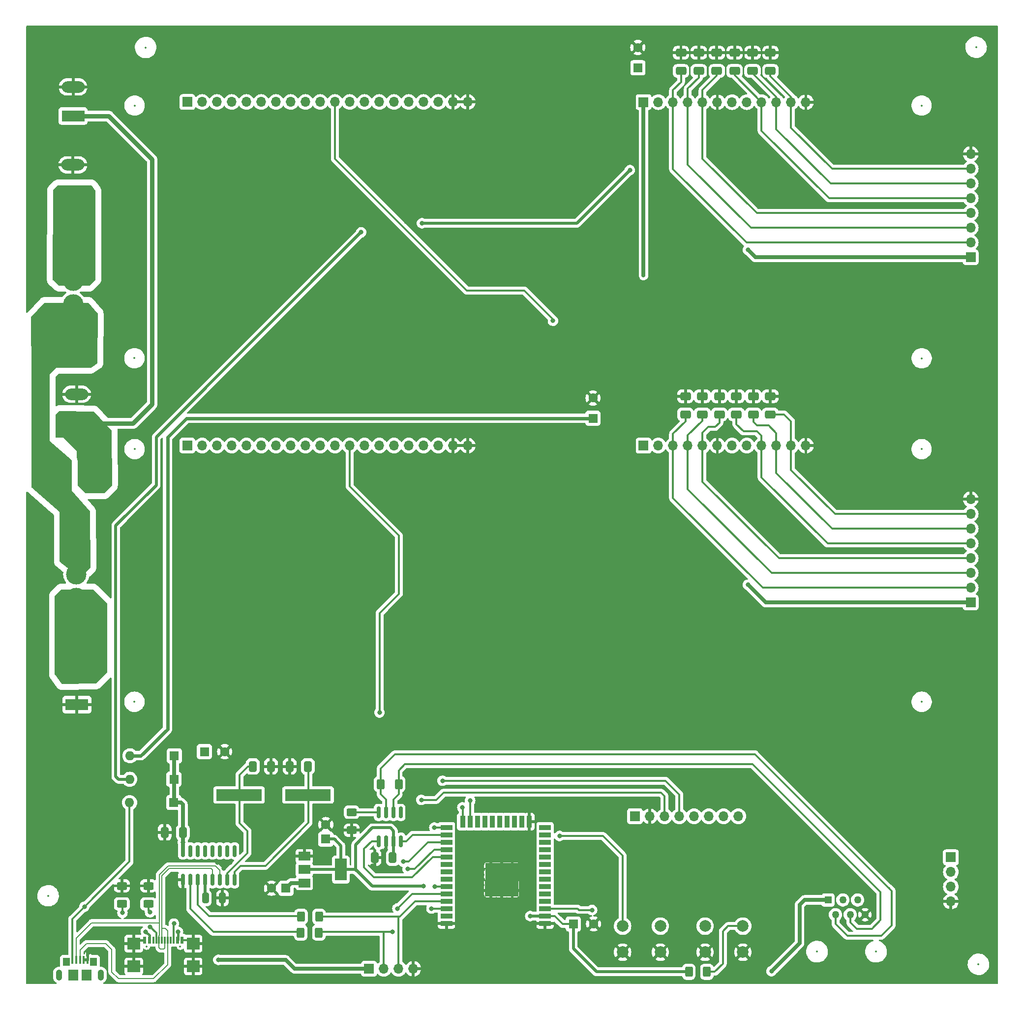
<source format=gtl>
%TF.GenerationSoftware,KiCad,Pcbnew,7.0.1*%
%TF.CreationDate,2024-06-17T10:29:33+02:00*%
%TF.ProjectId,ODRIVE_V1.0,4f445249-5645-45f5-9631-2e302e6b6963,rev?*%
%TF.SameCoordinates,Original*%
%TF.FileFunction,Copper,L1,Top*%
%TF.FilePolarity,Positive*%
%FSLAX46Y46*%
G04 Gerber Fmt 4.6, Leading zero omitted, Abs format (unit mm)*
G04 Created by KiCad (PCBNEW 7.0.1) date 2024-06-17 10:29:33*
%MOMM*%
%LPD*%
G01*
G04 APERTURE LIST*
G04 Aperture macros list*
%AMRoundRect*
0 Rectangle with rounded corners*
0 $1 Rounding radius*
0 $2 $3 $4 $5 $6 $7 $8 $9 X,Y pos of 4 corners*
0 Add a 4 corners polygon primitive as box body*
4,1,4,$2,$3,$4,$5,$6,$7,$8,$9,$2,$3,0*
0 Add four circle primitives for the rounded corners*
1,1,$1+$1,$2,$3*
1,1,$1+$1,$4,$5*
1,1,$1+$1,$6,$7*
1,1,$1+$1,$8,$9*
0 Add four rect primitives between the rounded corners*
20,1,$1+$1,$2,$3,$4,$5,0*
20,1,$1+$1,$4,$5,$6,$7,0*
20,1,$1+$1,$6,$7,$8,$9,0*
20,1,$1+$1,$8,$9,$2,$3,0*%
G04 Aperture macros list end*
%TA.AperFunction,ComponentPad*%
%ADD10R,1.600000X1.600000*%
%TD*%
%TA.AperFunction,ComponentPad*%
%ADD11C,1.600000*%
%TD*%
%TA.AperFunction,ComponentPad*%
%ADD12R,1.700000X1.700000*%
%TD*%
%TA.AperFunction,ComponentPad*%
%ADD13O,1.700000X1.700000*%
%TD*%
%TA.AperFunction,ComponentPad*%
%ADD14R,3.000000X3.000000*%
%TD*%
%TA.AperFunction,ComponentPad*%
%ADD15C,3.000000*%
%TD*%
%TA.AperFunction,SMDPad,CuDef*%
%ADD16RoundRect,0.250000X0.650000X-0.412500X0.650000X0.412500X-0.650000X0.412500X-0.650000X-0.412500X0*%
%TD*%
%TA.AperFunction,ComponentPad*%
%ADD17R,3.960000X1.980000*%
%TD*%
%TA.AperFunction,ComponentPad*%
%ADD18O,3.960000X1.980000*%
%TD*%
%TA.AperFunction,SMDPad,CuDef*%
%ADD19RoundRect,0.250000X0.625000X-0.400000X0.625000X0.400000X-0.625000X0.400000X-0.625000X-0.400000X0*%
%TD*%
%TA.AperFunction,SMDPad,CuDef*%
%ADD20RoundRect,0.150000X0.150000X-0.825000X0.150000X0.825000X-0.150000X0.825000X-0.150000X-0.825000X0*%
%TD*%
%TA.AperFunction,SMDPad,CuDef*%
%ADD21R,0.600000X1.150000*%
%TD*%
%TA.AperFunction,SMDPad,CuDef*%
%ADD22R,0.300000X1.150000*%
%TD*%
%TA.AperFunction,SMDPad,CuDef*%
%ADD23R,2.180000X2.000000*%
%TD*%
%TA.AperFunction,ComponentPad*%
%ADD24C,3.500000*%
%TD*%
%TA.AperFunction,SMDPad,CuDef*%
%ADD25R,2.000000X1.500000*%
%TD*%
%TA.AperFunction,SMDPad,CuDef*%
%ADD26R,2.000000X3.800000*%
%TD*%
%TA.AperFunction,SMDPad,CuDef*%
%ADD27RoundRect,0.250000X-0.412500X-0.650000X0.412500X-0.650000X0.412500X0.650000X-0.412500X0.650000X0*%
%TD*%
%TA.AperFunction,SMDPad,CuDef*%
%ADD28RoundRect,0.250000X0.412500X0.650000X-0.412500X0.650000X-0.412500X-0.650000X0.412500X-0.650000X0*%
%TD*%
%TA.AperFunction,ComponentPad*%
%ADD29O,1.600000X1.600000*%
%TD*%
%TA.AperFunction,SMDPad,CuDef*%
%ADD30RoundRect,0.250000X-0.325000X-0.650000X0.325000X-0.650000X0.325000X0.650000X-0.325000X0.650000X0*%
%TD*%
%TA.AperFunction,SMDPad,CuDef*%
%ADD31R,2.000000X0.900000*%
%TD*%
%TA.AperFunction,SMDPad,CuDef*%
%ADD32R,0.900000X2.000000*%
%TD*%
%TA.AperFunction,SMDPad,CuDef*%
%ADD33R,1.330000X1.330000*%
%TD*%
%TA.AperFunction,ComponentPad*%
%ADD34C,0.300000*%
%TD*%
%TA.AperFunction,ComponentPad*%
%ADD35R,1.268000X1.268000*%
%TD*%
%TA.AperFunction,ComponentPad*%
%ADD36C,1.268000*%
%TD*%
%TA.AperFunction,SMDPad,CuDef*%
%ADD37RoundRect,0.250000X-0.400000X-0.625000X0.400000X-0.625000X0.400000X0.625000X-0.400000X0.625000X0*%
%TD*%
%TA.AperFunction,ComponentPad*%
%ADD38C,2.000000*%
%TD*%
%TA.AperFunction,SMDPad,CuDef*%
%ADD39RoundRect,0.250000X-0.625000X0.400000X-0.625000X-0.400000X0.625000X-0.400000X0.625000X0.400000X0*%
%TD*%
%TA.AperFunction,SMDPad,CuDef*%
%ADD40RoundRect,0.250000X0.400000X0.625000X-0.400000X0.625000X-0.400000X-0.625000X0.400000X-0.625000X0*%
%TD*%
%TA.AperFunction,SMDPad,CuDef*%
%ADD41R,0.400000X1.400000*%
%TD*%
%TA.AperFunction,ComponentPad*%
%ADD42O,1.050000X1.900000*%
%TD*%
%TA.AperFunction,SMDPad,CuDef*%
%ADD43R,1.150000X1.450000*%
%TD*%
%TA.AperFunction,SMDPad,CuDef*%
%ADD44R,1.750000X1.900000*%
%TD*%
%TA.AperFunction,SMDPad,CuDef*%
%ADD45R,7.875000X2.000000*%
%TD*%
%TA.AperFunction,ViaPad*%
%ADD46C,0.800000*%
%TD*%
%TA.AperFunction,Conductor*%
%ADD47C,0.350000*%
%TD*%
%TA.AperFunction,Conductor*%
%ADD48C,0.800000*%
%TD*%
%TA.AperFunction,Conductor*%
%ADD49C,0.400000*%
%TD*%
%TA.AperFunction,Conductor*%
%ADD50C,0.650000*%
%TD*%
%TA.AperFunction,Conductor*%
%ADD51C,0.550000*%
%TD*%
%TA.AperFunction,Conductor*%
%ADD52C,0.200000*%
%TD*%
%TA.AperFunction,Conductor*%
%ADD53C,0.500000*%
%TD*%
%TA.AperFunction,Conductor*%
%ADD54C,0.300000*%
%TD*%
%TA.AperFunction,Conductor*%
%ADD55C,0.600000*%
%TD*%
%ADD56C,0.350000*%
%ADD57C,0.200000*%
%ADD58O,0.450000X1.250000*%
G04 APERTURE END LIST*
D10*
%TO.P,C19,1*%
%TO.N,VCC*%
X40300000Y-140600000D03*
D11*
%TO.P,C19,2*%
%TO.N,GND*%
X43800000Y-140600000D03*
%TD*%
D12*
%TO.P,J9,1,Pin_1*%
%TO.N,VCC*%
X168800000Y-158780000D03*
D13*
%TO.P,J9,2,Pin_2*%
%TO.N,H*%
X168800000Y-161320000D03*
%TO.P,J9,3,Pin_3*%
%TO.N,L*%
X168800000Y-163860000D03*
%TO.P,J9,4,Pin_4*%
%TO.N,GND*%
X168800000Y-166400000D03*
%TD*%
D14*
%TO.P,J4,1,Pin_1*%
%TO.N,VDD*%
X20586000Y-92178000D03*
D15*
%TO.P,J4,2,Pin_2*%
%TO.N,/onFuse*%
X15586000Y-92178000D03*
%TD*%
D16*
%TO.P,C9,1*%
%TO.N,Z2*%
X128500000Y-23375000D03*
%TO.P,C9,2*%
%TO.N,GND*%
X128500000Y-20250000D03*
%TD*%
%TO.P,C1,1*%
%TO.N,A*%
X123108000Y-82525000D03*
%TO.P,C1,2*%
%TO.N,GND*%
X123108000Y-79400000D03*
%TD*%
D17*
%TO.P,J11,1,Pin_1*%
%TO.N,VDD*%
X18300000Y-84050000D03*
D18*
%TO.P,J11,2,Pin_2*%
%TO.N,GND*%
X18300000Y-79050000D03*
%TD*%
D19*
%TO.P,R1,1*%
%TO.N,GND*%
X65655000Y-154125000D03*
%TO.P,R1,2*%
%TO.N,Net-(U7-Rs)*%
X65655000Y-151025000D03*
%TD*%
D20*
%TO.P,U7,1,D*%
%TO.N,CANt*%
X70300000Y-156000000D03*
%TO.P,U7,2,GND*%
%TO.N,GND*%
X71570000Y-156000000D03*
%TO.P,U7,3,VCC*%
%TO.N,+3V3*%
X72840000Y-156000000D03*
%TO.P,U7,4,R*%
%TO.N,CANr*%
X74110000Y-156000000D03*
%TO.P,U7,5,LBK*%
%TO.N,unconnected-(U7-LBK-Pad5)*%
X74110000Y-151050000D03*
%TO.P,U7,6,CANL*%
%TO.N,L*%
X72840000Y-151050000D03*
%TO.P,U7,7,CANH*%
%TO.N,H*%
X71570000Y-151050000D03*
%TO.P,U7,8,Rs*%
%TO.N,Net-(U7-Rs)*%
X70300000Y-151050000D03*
%TD*%
D16*
%TO.P,C4,1*%
%TO.N,A1*%
X131871000Y-82525000D03*
%TO.P,C4,2*%
%TO.N,GND*%
X131871000Y-79400000D03*
%TD*%
D12*
%TO.P,J6,1,Pin_1*%
%TO.N,+5V*%
X172212000Y-55468000D03*
D13*
%TO.P,J6,2,Pin_2*%
%TO.N,A2*%
X172212000Y-52928000D03*
%TO.P,J6,3,Pin_3*%
%TO.N,B2*%
X172212000Y-50388000D03*
%TO.P,J6,4,Pin_4*%
%TO.N,Z2*%
X172212000Y-47848000D03*
%TO.P,J6,5,Pin_5*%
%TO.N,A12*%
X172212000Y-45308000D03*
%TO.P,J6,6,Pin_6*%
%TO.N,B12*%
X172212000Y-42768000D03*
%TO.P,J6,7,Pin_7*%
%TO.N,Z12*%
X172212000Y-40228000D03*
%TO.P,J6,8,Pin_8*%
%TO.N,GND*%
X172212000Y-37688000D03*
%TD*%
D21*
%TO.P,J7,A1/B12,GND*%
%TO.N,GND*%
X30050000Y-173062500D03*
%TO.P,J7,A4/B9,VBUS*%
%TO.N,+VDC*%
X30850000Y-173062500D03*
D22*
%TO.P,J7,A5,CC1*%
%TO.N,Net-(J7-CC1)*%
X32000000Y-173062500D03*
%TO.P,J7,A6,DP1*%
%TO.N,/+*%
X33000000Y-173062500D03*
%TO.P,J7,A7,DN1*%
%TO.N,/-*%
X33500000Y-173062500D03*
%TO.P,J7,A8,SBU1*%
%TO.N,unconnected-(J7-SBU1-PadA8)*%
X34500000Y-173062500D03*
D21*
%TO.P,J7,B1/A12,GND__1*%
%TO.N,GND*%
X36450000Y-173062500D03*
%TO.P,J7,B4/A9,VBUS__1*%
%TO.N,+VDC*%
X35650000Y-173062500D03*
D22*
%TO.P,J7,B5,CC2*%
%TO.N,Net-(J7-CC2)*%
X35000000Y-173062500D03*
%TO.P,J7,B6,DP2*%
%TO.N,/+*%
X34000000Y-173062500D03*
%TO.P,J7,B7,DN2*%
%TO.N,/-*%
X32500000Y-173062500D03*
%TO.P,J7,B8,SBU2*%
%TO.N,unconnected-(J7-SBU2-PadB8)*%
X31500000Y-173062500D03*
D23*
%TO.P,J7,S1,GND__2*%
%TO.N,GND*%
X28140000Y-173637500D03*
%TO.P,J7,S2,GND__3*%
X38360000Y-173637500D03*
%TO.P,J7,S3,GND__4*%
X28140000Y-177567500D03*
%TO.P,J7,S4,GND__5*%
X38360000Y-177567500D03*
%TD*%
D24*
%TO.P,F2,1A*%
%TO.N,/fuse2*%
X17700000Y-54450000D03*
%TO.P,F2,1B*%
X17700000Y-59530000D03*
%TO.P,F2,2A*%
%TO.N,/onFuse*%
X17700000Y-63590000D03*
%TO.P,F2,2B*%
X17700000Y-68670000D03*
%TD*%
D16*
%TO.P,C8,1*%
%TO.N,B2*%
X125420000Y-23375000D03*
%TO.P,C8,2*%
%TO.N,GND*%
X125420000Y-20250000D03*
%TD*%
D25*
%TO.P,U2,1,GND*%
%TO.N,GND*%
X57500000Y-158600000D03*
%TO.P,U2,2,VO*%
%TO.N,+3V3*%
X57500000Y-160900000D03*
D26*
X63800000Y-160900000D03*
D25*
%TO.P,U2,3,VI*%
%TO.N,VCC*%
X57500000Y-163200000D03*
%TD*%
D27*
%TO.P,C13,1*%
%TO.N,Net-(U1-XI)*%
X48637500Y-143150000D03*
%TO.P,C13,2*%
%TO.N,GND*%
X51762500Y-143150000D03*
%TD*%
D10*
%TO.P,C24,1*%
%TO.N,+3V3*%
X61200000Y-155650000D03*
D11*
%TO.P,C24,2*%
%TO.N,GND*%
X61200000Y-153150000D03*
%TD*%
D12*
%TO.P,U5,1,VCC*%
%TO.N,VCC*%
X114430000Y-151700000D03*
D13*
%TO.P,U5,2,GND*%
%TO.N,GND*%
X116970000Y-151700000D03*
%TO.P,U5,3,SCL*%
%TO.N,SCL*%
X119510000Y-151700000D03*
%TO.P,U5,4,SDA*%
%TO.N,SDA*%
X122050000Y-151700000D03*
%TO.P,U5,5,XDA*%
%TO.N,unconnected-(U5-XDA-Pad5)*%
X124590000Y-151700000D03*
%TO.P,U5,6,XCL*%
%TO.N,unconnected-(U5-XCL-Pad6)*%
X127130000Y-151700000D03*
%TO.P,U5,7,AD0*%
%TO.N,unconnected-(U5-AD0-Pad7)*%
X129670000Y-151700000D03*
%TO.P,U5,8,INT*%
%TO.N,unconnected-(U5-INT-Pad8)*%
X132210000Y-151700000D03*
%TD*%
D17*
%TO.P,J2,1,Pin_1*%
%TO.N,VDD*%
X17700000Y-31150000D03*
D18*
%TO.P,J2,2,Pin_2*%
%TO.N,GND*%
X17700000Y-26150000D03*
%TD*%
D13*
%TO.P,U3,32*%
%TO.N,GND*%
X143840000Y-28750000D03*
%TO.P,U3,31*%
%TO.N,Z12*%
X141300000Y-28750000D03*
%TO.P,U3,30*%
%TO.N,B12*%
X138760000Y-28750000D03*
%TO.P,U3,29*%
%TO.N,A12*%
X136220000Y-28750000D03*
%TO.P,U3,28*%
%TO.N,+5V*%
X133680000Y-28750000D03*
%TO.P,U3,27*%
%TO.N,unconnected-(U3-Pad27)*%
X131140000Y-28750000D03*
%TO.P,U3,26*%
%TO.N,GND*%
X128600000Y-28750000D03*
%TO.P,U3,25*%
%TO.N,Z2*%
X126060000Y-28750000D03*
%TO.P,U3,24*%
%TO.N,B2*%
X123520000Y-28750000D03*
%TO.P,U3,23*%
%TO.N,A2*%
X120980000Y-28750000D03*
%TO.P,U3,22*%
%TO.N,/junction*%
X118440000Y-28750000D03*
D12*
%TO.P,U3,21*%
%TO.N,unconnected-(U3-Pad21)*%
X115900000Y-28750000D03*
D13*
%TO.P,U3,20*%
%TO.N,GND*%
X85645000Y-28735000D03*
%TO.P,U3,19*%
X83105000Y-28735000D03*
%TO.P,U3,18*%
%TO.N,unconnected-(U3-Pad18)*%
X80565000Y-28735000D03*
%TO.P,U3,17*%
%TO.N,unconnected-(U3-Pad17)*%
X78025000Y-28735000D03*
%TO.P,U3,16*%
%TO.N,unconnected-(U3-Pad16)*%
X75485000Y-28735000D03*
%TO.P,U3,15*%
%TO.N,unconnected-(U3-Pad15)*%
X72945000Y-28735000D03*
%TO.P,U3,14*%
%TO.N,unconnected-(U3-Pad14)*%
X70405000Y-28735000D03*
%TO.P,U3,13*%
%TO.N,unconnected-(U3-Pad13)*%
X67865000Y-28735000D03*
%TO.P,U3,12*%
%TO.N,TX1*%
X65325000Y-28735000D03*
%TO.P,U3,11*%
%TO.N,RX1*%
X62785000Y-28735000D03*
%TO.P,U3,10*%
%TO.N,unconnected-(U3-Pad10)*%
X60245000Y-28735000D03*
%TO.P,U3,9*%
%TO.N,unconnected-(U3-Pad9)*%
X57705000Y-28735000D03*
%TO.P,U3,8*%
%TO.N,unconnected-(U3-Pad8)*%
X55165000Y-28735000D03*
%TO.P,U3,7*%
%TO.N,unconnected-(U3-Pad7)*%
X52625000Y-28735000D03*
%TO.P,U3,6*%
%TO.N,unconnected-(U3-Pad6)*%
X50085000Y-28735000D03*
%TO.P,U3,5*%
%TO.N,unconnected-(U3-Pad5)*%
X47545000Y-28735000D03*
%TO.P,U3,4*%
%TO.N,unconnected-(U3-Pad4)*%
X45005000Y-28735000D03*
%TO.P,U3,3*%
%TO.N,unconnected-(U3-Pad3)*%
X42465000Y-28735000D03*
%TO.P,U3,2*%
%TO.N,unconnected-(U3-Pad2)*%
X39925000Y-28735000D03*
D12*
%TO.P,U3,1*%
%TO.N,unconnected-(U3-Pad1)*%
X37385000Y-28735000D03*
%TD*%
D28*
%TO.P,C14,1*%
%TO.N,VCC*%
X36595000Y-154500000D03*
%TO.P,C14,2*%
%TO.N,GND*%
X33470000Y-154500000D03*
%TD*%
D10*
%TO.P,D3,1,K*%
%TO.N,VCC*%
X35110000Y-141300000D03*
D29*
%TO.P,D3,2,A*%
%TO.N,/junction1*%
X27490000Y-141300000D03*
%TD*%
D30*
%TO.P,C16,1*%
%TO.N,Net-(U1-V3)*%
X40465000Y-165800000D03*
%TO.P,C16,2*%
%TO.N,GND*%
X43415000Y-165800000D03*
%TD*%
D31*
%TO.P,U4,1,GND*%
%TO.N,GND*%
X98965000Y-170160000D03*
%TO.P,U4,2,3V3*%
%TO.N,+3V3*%
X98965000Y-168890000D03*
%TO.P,U4,3,EN*%
%TO.N,EN*%
X98965000Y-167620000D03*
%TO.P,U4,4,SENSOR_VP*%
%TO.N,unconnected-(U4-SENSOR_VP-Pad4)*%
X98965000Y-166350000D03*
%TO.P,U4,5,SENSOR_VN*%
%TO.N,unconnected-(U4-SENSOR_VN-Pad5)*%
X98965000Y-165080000D03*
%TO.P,U4,6,IO34*%
%TO.N,unconnected-(U4-IO34-Pad6)*%
X98965000Y-163810000D03*
%TO.P,U4,7,IO35*%
%TO.N,unconnected-(U4-IO35-Pad7)*%
X98965000Y-162540000D03*
%TO.P,U4,8,IO32*%
%TO.N,unconnected-(U4-IO32-Pad8)*%
X98965000Y-161270000D03*
%TO.P,U4,9,IO33*%
%TO.N,unconnected-(U4-IO33-Pad9)*%
X98965000Y-160000000D03*
%TO.P,U4,10,IO25*%
%TO.N,unconnected-(U4-IO25-Pad10)*%
X98965000Y-158730000D03*
%TO.P,U4,11,IO26*%
%TO.N,unconnected-(U4-IO26-Pad11)*%
X98965000Y-157460000D03*
%TO.P,U4,12,IO27*%
%TO.N,unconnected-(U4-IO27-Pad12)*%
X98965000Y-156190000D03*
%TO.P,U4,13,IO14*%
%TO.N,unconnected-(U4-IO14-Pad13)*%
X98965000Y-154920000D03*
%TO.P,U4,14,IO12*%
%TO.N,unconnected-(U4-IO12-Pad14)*%
X98965000Y-153650000D03*
D32*
%TO.P,U4,15,GND*%
%TO.N,GND*%
X96180000Y-152650000D03*
%TO.P,U4,16,IO13*%
%TO.N,unconnected-(U4-IO13-Pad16)*%
X94910000Y-152650000D03*
%TO.P,U4,17,SHD/SD2*%
%TO.N,unconnected-(U4-SHD{slash}SD2-Pad17)*%
X93640000Y-152650000D03*
%TO.P,U4,18,SWP/SD3*%
%TO.N,unconnected-(U4-SWP{slash}SD3-Pad18)*%
X92370000Y-152650000D03*
%TO.P,U4,19,SCS/CMD*%
%TO.N,unconnected-(U4-SCS{slash}CMD-Pad19)*%
X91100000Y-152650000D03*
%TO.P,U4,20,SCK/CLK*%
%TO.N,unconnected-(U4-SCK{slash}CLK-Pad20)*%
X89830000Y-152650000D03*
%TO.P,U4,21,SDO/SD0*%
%TO.N,unconnected-(U4-SDO{slash}SD0-Pad21)*%
X88560000Y-152650000D03*
%TO.P,U4,22,SDI/SD1*%
%TO.N,unconnected-(U4-SDI{slash}SD1-Pad22)*%
X87290000Y-152650000D03*
%TO.P,U4,23,IO15*%
%TO.N,RX1*%
X86020000Y-152650000D03*
%TO.P,U4,24,IO2*%
%TO.N,TX1*%
X84750000Y-152650000D03*
D31*
%TO.P,U4,25,IO0*%
%TO.N,IO0*%
X81965000Y-153650000D03*
%TO.P,U4,26,IO4*%
%TO.N,CANr*%
X81965000Y-154920000D03*
%TO.P,U4,27,IO16*%
%TO.N,RX2*%
X81965000Y-156190000D03*
%TO.P,U4,28,IO17*%
%TO.N,TX2*%
X81965000Y-157460000D03*
%TO.P,U4,29,IO5*%
%TO.N,CANt*%
X81965000Y-158730000D03*
%TO.P,U4,30,IO18*%
%TO.N,unconnected-(U4-IO18-Pad30)*%
X81965000Y-160000000D03*
%TO.P,U4,31,IO19*%
%TO.N,unconnected-(U4-IO19-Pad31)*%
X81965000Y-161270000D03*
%TO.P,U4,32,NC*%
%TO.N,unconnected-(U4-NC-Pad32)*%
X81965000Y-162540000D03*
%TO.P,U4,33,IO21*%
%TO.N,SDA*%
X81965000Y-163810000D03*
%TO.P,U4,34,RXD0*%
%TO.N,TXp*%
X81965000Y-165080000D03*
%TO.P,U4,35,TXD0*%
%TO.N,RXp*%
X81965000Y-166350000D03*
%TO.P,U4,36,IO22*%
%TO.N,SCL*%
X81965000Y-167620000D03*
%TO.P,U4,37,IO23*%
%TO.N,unconnected-(U4-IO23-Pad37)*%
X81965000Y-168890000D03*
%TO.P,U4,38,GND*%
%TO.N,GND*%
X81965000Y-170160000D03*
D33*
%TO.P,U4,39_1,GND*%
X93300000Y-164495000D03*
%TO.P,U4,39_2,GND*%
X91465000Y-164495000D03*
%TO.P,U4,39_3,GND*%
X89630000Y-164495000D03*
%TO.P,U4,39_4,GND*%
X93300000Y-162660000D03*
%TO.P,U4,39_5,GND*%
X91465000Y-162660000D03*
%TO.P,U4,39_6,GND*%
X89630000Y-162660000D03*
%TO.P,U4,39_7,GND*%
X93300000Y-160825000D03*
%TO.P,U4,39_8,GND*%
X91465000Y-160825000D03*
%TO.P,U4,39_9,GND*%
X89630000Y-160825000D03*
D34*
%TO.P,U4,39_10,GND*%
X92382500Y-164495000D03*
%TO.P,U4,39_11,GND*%
X90547500Y-164495000D03*
%TO.P,U4,39_12,GND*%
X93300000Y-163577500D03*
%TO.P,U4,39_13,GND*%
X91465000Y-163577500D03*
%TO.P,U4,39_14,GND*%
X89630000Y-163577500D03*
%TO.P,U4,39_15,GND*%
X92382500Y-162660000D03*
%TO.P,U4,39_16,GND*%
X90547500Y-162660000D03*
%TO.P,U4,39_17,GND*%
X93300000Y-161742500D03*
%TO.P,U4,39_18,GND*%
X91465000Y-161742500D03*
%TO.P,U4,39_19,GND*%
X89630000Y-161742500D03*
%TO.P,U4,39_20,GND*%
X92382500Y-160825000D03*
%TO.P,U4,39_21,GND*%
X90547500Y-160825000D03*
%TD*%
D10*
%TO.P,C18,1*%
%TO.N,/junction1*%
X107200000Y-83200000D03*
D11*
%TO.P,C18,2*%
%TO.N,GND*%
X107200000Y-79700000D03*
%TD*%
D19*
%TO.P,R5,1*%
%TO.N,Net-(J7-CC1)*%
X26100000Y-166800000D03*
%TO.P,R5,2*%
%TO.N,GND*%
X26100000Y-163700000D03*
%TD*%
D16*
%TO.P,C3,1*%
%TO.N,Z*%
X128950000Y-82525000D03*
%TO.P,C3,2*%
%TO.N,GND*%
X128950000Y-79400000D03*
%TD*%
D35*
%TO.P,J10,1,P1*%
%TO.N,VCC*%
X147670000Y-166130000D03*
D36*
%TO.P,J10,2,P2*%
%TO.N,H*%
X148940000Y-168670000D03*
%TO.P,J10,3,P3*%
%TO.N,unconnected-(J10-P3-Pad3)*%
X150210000Y-166130000D03*
%TO.P,J10,4,P4*%
%TO.N,L*%
X151480000Y-168670000D03*
%TO.P,J10,5,P5*%
%TO.N,unconnected-(J10-P5-Pad5)*%
X152750000Y-166130000D03*
%TO.P,J10,6,P6*%
%TO.N,GND*%
X154020000Y-168670000D03*
%TD*%
D16*
%TO.P,C6,1*%
%TO.N,Z1*%
X137713000Y-82525000D03*
%TO.P,C6,2*%
%TO.N,GND*%
X137713000Y-79400000D03*
%TD*%
D10*
%TO.P,C21,1*%
%TO.N,/junction*%
X114918000Y-22843349D03*
D11*
%TO.P,C21,2*%
%TO.N,GND*%
X114918000Y-19343349D03*
%TD*%
D16*
%TO.P,C10,1*%
%TO.N,A12*%
X131580000Y-23375000D03*
%TO.P,C10,2*%
%TO.N,GND*%
X131580000Y-20250000D03*
%TD*%
D10*
%TO.P,C23,1*%
%TO.N,VCC*%
X54350000Y-164100000D03*
D11*
%TO.P,C23,2*%
%TO.N,GND*%
X51850000Y-164100000D03*
%TD*%
D16*
%TO.P,C7,1*%
%TO.N,A2*%
X122340000Y-23375000D03*
%TO.P,C7,2*%
%TO.N,GND*%
X122340000Y-20250000D03*
%TD*%
D37*
%TO.P,R3,1*%
%TO.N,Net-(U1-TXD)*%
X56890000Y-171750000D03*
%TO.P,R3,2*%
%TO.N,TXp*%
X59990000Y-171750000D03*
%TD*%
D17*
%TO.P,J12,1,Pin_1*%
%TO.N,GND*%
X18350000Y-132500000D03*
D18*
%TO.P,J12,2,Pin_2*%
%TO.N,/fuse1*%
X18350000Y-127500000D03*
%TD*%
D16*
%TO.P,C11,1*%
%TO.N,B12*%
X134660000Y-23375000D03*
%TO.P,C11,2*%
%TO.N,GND*%
X134660000Y-20250000D03*
%TD*%
D10*
%TO.P,D1,1,K*%
%TO.N,VCC*%
X35040000Y-149350000D03*
D29*
%TO.P,D1,2,A*%
%TO.N,+VDC*%
X27420000Y-149350000D03*
%TD*%
D28*
%TO.P,C15,1*%
%TO.N,Net-(U1-XO)*%
X58112500Y-143150000D03*
%TO.P,C15,2*%
%TO.N,GND*%
X54987500Y-143150000D03*
%TD*%
D38*
%TO.P,SW3,1,A*%
%TO.N,GND*%
X132995000Y-175125000D03*
X126495000Y-175125000D03*
%TO.P,SW3,2,B*%
%TO.N,EN*%
X132995000Y-170625000D03*
X126495000Y-170625000D03*
%TD*%
D28*
%TO.P,C22,1*%
%TO.N,+3V3*%
X72721000Y-158846000D03*
%TO.P,C22,2*%
%TO.N,GND*%
X69596000Y-158846000D03*
%TD*%
D39*
%TO.P,R7,1*%
%TO.N,GND*%
X30650000Y-163700000D03*
%TO.P,R7,2*%
%TO.N,Net-(J7-CC2)*%
X30650000Y-166800000D03*
%TD*%
D40*
%TO.P,R6,1*%
%TO.N,EN*%
X126800000Y-178500000D03*
%TO.P,R6,2*%
%TO.N,+3V3*%
X123700000Y-178500000D03*
%TD*%
D17*
%TO.P,J3,1,Pin_1*%
%TO.N,/fuse2*%
X17650000Y-44550000D03*
D18*
%TO.P,J3,2,Pin_2*%
%TO.N,GND*%
X17650000Y-39550000D03*
%TD*%
D16*
%TO.P,C2,1*%
%TO.N,B*%
X126029000Y-82525000D03*
%TO.P,C2,2*%
%TO.N,GND*%
X126029000Y-79400000D03*
%TD*%
D38*
%TO.P,SW4,1,A*%
%TO.N,IO0*%
X112295000Y-170625000D03*
X118795000Y-170625000D03*
%TO.P,SW4,2,B*%
%TO.N,GND*%
X112295000Y-175125000D03*
X118795000Y-175125000D03*
%TD*%
D24*
%TO.P,F1,1A*%
%TO.N,/fuse1*%
X18250000Y-119190000D03*
%TO.P,F1,1B*%
X18250000Y-114110000D03*
%TO.P,F1,2A*%
%TO.N,/onFuse*%
X18250000Y-110050000D03*
%TO.P,F1,2B*%
X18250000Y-104970000D03*
%TD*%
D12*
%TO.P,J8,1,Pin_1*%
%TO.N,VCC*%
X68640000Y-177950000D03*
D13*
%TO.P,J8,2,Pin_2*%
%TO.N,TXp*%
X71180000Y-177950000D03*
%TO.P,J8,3,Pin_3*%
%TO.N,RXp*%
X73720000Y-177950000D03*
%TO.P,J8,4,Pin_4*%
%TO.N,GND*%
X76260000Y-177950000D03*
%TD*%
D12*
%TO.P,U6,1*%
%TO.N,unconnected-(U6-Pad1)*%
X37385000Y-87885000D03*
D13*
%TO.P,U6,2*%
%TO.N,unconnected-(U6-Pad2)*%
X39925000Y-87885000D03*
%TO.P,U6,3*%
%TO.N,unconnected-(U6-Pad3)*%
X42465000Y-87885000D03*
%TO.P,U6,4*%
%TO.N,unconnected-(U6-Pad4)*%
X45005000Y-87885000D03*
%TO.P,U6,5*%
%TO.N,unconnected-(U6-Pad5)*%
X47545000Y-87885000D03*
%TO.P,U6,6*%
%TO.N,unconnected-(U6-Pad6)*%
X50085000Y-87885000D03*
%TO.P,U6,7*%
%TO.N,unconnected-(U6-Pad7)*%
X52625000Y-87885000D03*
%TO.P,U6,8*%
%TO.N,unconnected-(U6-Pad8)*%
X55165000Y-87885000D03*
%TO.P,U6,9*%
%TO.N,unconnected-(U6-Pad9)*%
X57705000Y-87885000D03*
%TO.P,U6,10*%
%TO.N,unconnected-(U6-Pad10)*%
X60245000Y-87885000D03*
%TO.P,U6,11*%
%TO.N,RX2*%
X62785000Y-87885000D03*
%TO.P,U6,12*%
%TO.N,TX2*%
X65325000Y-87885000D03*
%TO.P,U6,13*%
%TO.N,unconnected-(U6-Pad13)*%
X67865000Y-87885000D03*
%TO.P,U6,14*%
%TO.N,unconnected-(U6-Pad14)*%
X70405000Y-87885000D03*
%TO.P,U6,15*%
%TO.N,unconnected-(U6-Pad15)*%
X72945000Y-87885000D03*
%TO.P,U6,16*%
%TO.N,unconnected-(U6-Pad16)*%
X75485000Y-87885000D03*
%TO.P,U6,17*%
%TO.N,unconnected-(U6-Pad17)*%
X78025000Y-87885000D03*
%TO.P,U6,18*%
%TO.N,unconnected-(U6-Pad18)*%
X80565000Y-87885000D03*
%TO.P,U6,19*%
%TO.N,GND*%
X83105000Y-87885000D03*
%TO.P,U6,20*%
X85645000Y-87885000D03*
D12*
%TO.P,U6,21*%
%TO.N,unconnected-(U6-Pad21)*%
X115900000Y-87900000D03*
D13*
%TO.P,U6,22*%
%TO.N,/junction1*%
X118440000Y-87900000D03*
%TO.P,U6,23*%
%TO.N,A*%
X120980000Y-87900000D03*
%TO.P,U6,24*%
%TO.N,B*%
X123520000Y-87900000D03*
%TO.P,U6,25*%
%TO.N,Z*%
X126060000Y-87900000D03*
%TO.P,U6,26*%
%TO.N,GND*%
X128600000Y-87900000D03*
%TO.P,U6,27*%
%TO.N,unconnected-(U6-Pad27)*%
X131140000Y-87900000D03*
%TO.P,U6,28*%
%TO.N,+5C*%
X133680000Y-87900000D03*
%TO.P,U6,29*%
%TO.N,A1*%
X136220000Y-87900000D03*
%TO.P,U6,30*%
%TO.N,B1*%
X138760000Y-87900000D03*
%TO.P,U6,31*%
%TO.N,Z1*%
X141300000Y-87900000D03*
%TO.P,U6,32*%
%TO.N,GND*%
X143840000Y-87900000D03*
%TD*%
D37*
%TO.P,R4,1*%
%TO.N,Net-(U1-RXD)*%
X56940000Y-169000000D03*
%TO.P,R4,2*%
%TO.N,RXp*%
X60040000Y-169000000D03*
%TD*%
D10*
%TO.P,D2,1,K*%
%TO.N,VCC*%
X35060000Y-145350000D03*
D29*
%TO.P,D2,2,A*%
%TO.N,/junction*%
X27440000Y-145350000D03*
%TD*%
D41*
%TO.P,J1,1,VBUS*%
%TO.N,+VDC*%
X17575000Y-176400000D03*
%TO.P,J1,2,D-*%
%TO.N,/-*%
X18225000Y-176400000D03*
%TO.P,J1,3,D+*%
%TO.N,/+*%
X18875000Y-176400000D03*
%TO.P,J1,4,GND*%
%TO.N,GND*%
X19525000Y-176400000D03*
%TO.P,J1,5,Shield*%
X20175000Y-176400000D03*
D42*
%TO.P,J1,6*%
%TO.N,N/C*%
X15300000Y-179050000D03*
D43*
X16555000Y-176820000D03*
D44*
X17750000Y-179050000D03*
X20000000Y-179050000D03*
D43*
X21195000Y-176820000D03*
D42*
X22450000Y-179050000D03*
%TD*%
D40*
%TO.P,R2,1*%
%TO.N,L*%
X73740000Y-146175000D03*
%TO.P,R2,2*%
%TO.N,H*%
X70640000Y-146175000D03*
%TD*%
D16*
%TO.P,C12,1*%
%TO.N,Z12*%
X137740000Y-23375000D03*
%TO.P,C12,2*%
%TO.N,GND*%
X137740000Y-20250000D03*
%TD*%
D20*
%TO.P,U1,1,GND*%
%TO.N,GND*%
X36600000Y-162650000D03*
%TO.P,U1,2,TXD*%
%TO.N,Net-(U1-TXD)*%
X37870000Y-162650000D03*
%TO.P,U1,3,RXD*%
%TO.N,Net-(U1-RXD)*%
X39140000Y-162650000D03*
%TO.P,U1,4,V3*%
%TO.N,Net-(U1-V3)*%
X40410000Y-162650000D03*
%TO.P,U1,5,UD+*%
%TO.N,/+*%
X41680000Y-162650000D03*
%TO.P,U1,6,UD-*%
%TO.N,/-*%
X42950000Y-162650000D03*
%TO.P,U1,7,XI*%
%TO.N,Net-(U1-XI)*%
X44220000Y-162650000D03*
%TO.P,U1,8,XO*%
%TO.N,Net-(U1-XO)*%
X45490000Y-162650000D03*
%TO.P,U1,9,~{CTS}*%
%TO.N,unconnected-(U1-~{CTS}-Pad9)*%
X45490000Y-157700000D03*
%TO.P,U1,10,~{DSR}*%
%TO.N,unconnected-(U1-~{DSR}-Pad10)*%
X44220000Y-157700000D03*
%TO.P,U1,11,~{RI}*%
%TO.N,unconnected-(U1-~{RI}-Pad11)*%
X42950000Y-157700000D03*
%TO.P,U1,12,~{DCD}*%
%TO.N,unconnected-(U1-~{DCD}-Pad12)*%
X41680000Y-157700000D03*
%TO.P,U1,13,~{DTR}*%
%TO.N,DTR*%
X40410000Y-157700000D03*
%TO.P,U1,14,~{RTS}*%
%TO.N,RST*%
X39140000Y-157700000D03*
%TO.P,U1,15,R232*%
%TO.N,unconnected-(U1-R232-Pad15)*%
X37870000Y-157700000D03*
%TO.P,U1,16,VCC*%
%TO.N,VCC*%
X36600000Y-157700000D03*
%TD*%
D45*
%TO.P,Y1,1,1*%
%TO.N,Net-(U1-XI)*%
X46262500Y-148050000D03*
%TO.P,Y1,2,2*%
%TO.N,Net-(U1-XO)*%
X58137500Y-148050000D03*
%TD*%
D10*
%TO.P,C17,1*%
%TO.N,+3V3*%
X103797349Y-170250000D03*
D11*
%TO.P,C17,2*%
%TO.N,GND*%
X107297349Y-170250000D03*
%TD*%
D16*
%TO.P,C5,1*%
%TO.N,B1*%
X134792000Y-82525000D03*
%TO.P,C5,2*%
%TO.N,GND*%
X134792000Y-79400000D03*
%TD*%
D12*
%TO.P,J5,1,Pin_1*%
%TO.N,+5C*%
X172212000Y-114904000D03*
D13*
%TO.P,J5,2,Pin_2*%
%TO.N,A*%
X172212000Y-112364000D03*
%TO.P,J5,3,Pin_3*%
%TO.N,B*%
X172212000Y-109824000D03*
%TO.P,J5,4,Pin_4*%
%TO.N,Z*%
X172212000Y-107284000D03*
%TO.P,J5,5,Pin_5*%
%TO.N,A1*%
X172212000Y-104744000D03*
%TO.P,J5,6,Pin_6*%
%TO.N,B1*%
X172212000Y-102204000D03*
%TO.P,J5,7,Pin_7*%
%TO.N,Z1*%
X172212000Y-99664000D03*
%TO.P,J5,8,Pin_8*%
%TO.N,GND*%
X172212000Y-97124000D03*
%TD*%
D46*
%TO.N,TX1*%
X84700000Y-150200000D03*
%TO.N,RX1*%
X100300000Y-66400000D03*
X86050000Y-149050000D03*
%TO.N,GND*%
X94200000Y-178150000D03*
X60791665Y-166200000D03*
X25650000Y-175550000D03*
X87100000Y-178150000D03*
X69250000Y-160300000D03*
X80000000Y-178150000D03*
X43650000Y-159700000D03*
X48500000Y-166200000D03*
X25750000Y-173500000D03*
X92710000Y-170530000D03*
X92710000Y-158465000D03*
X95250000Y-170530000D03*
X31100000Y-177250000D03*
X50958333Y-166200000D03*
X88875000Y-178150000D03*
X83550000Y-178150000D03*
X90650000Y-178150000D03*
X42554589Y-159694034D03*
X85325000Y-178150000D03*
X55874999Y-166200000D03*
X53416666Y-166200000D03*
X92425000Y-178150000D03*
X63250000Y-166200000D03*
X85725000Y-157830000D03*
X85090000Y-170530000D03*
X71500000Y-157500000D03*
X97750000Y-178150000D03*
X31050000Y-175900000D03*
X87630000Y-157830000D03*
X43650000Y-160700000D03*
X58333332Y-166200000D03*
X20350000Y-175200000D03*
X99525000Y-178150000D03*
X95975000Y-178150000D03*
X101300000Y-178150000D03*
X90170000Y-157830000D03*
X94615000Y-157830000D03*
X81775000Y-178150000D03*
X44750000Y-159700000D03*
X89535000Y-170530000D03*
%TO.N,VCC*%
X137922000Y-178404000D03*
X42700000Y-176450000D03*
X36595000Y-156200000D03*
%TO.N,TXp*%
X73540000Y-167600000D03*
X72690000Y-171650000D03*
%TO.N,EN*%
X107040000Y-167850000D03*
%TO.N,IO0*%
X101440000Y-155100000D03*
X79890000Y-153650000D03*
%TO.N,+5V*%
X133858000Y-54198000D03*
%TO.N,SCL*%
X79390000Y-167600000D03*
X77640000Y-148900000D03*
%TO.N,SDA*%
X81290000Y-145600000D03*
X79940000Y-163800000D03*
%TO.N,+3V3*%
X96400000Y-168900000D03*
X78050000Y-163750000D03*
%TO.N,RX2*%
X74550000Y-159550000D03*
%TO.N,TX2*%
X75300000Y-160800000D03*
X70450000Y-133850000D03*
%TO.N,Net-(J7-CC2)*%
X35050000Y-170200000D03*
X30950000Y-168250000D03*
%TO.N,Net-(J7-CC1)*%
X30950000Y-170749500D03*
X26200000Y-168350000D03*
%TO.N,+VDC*%
X19650000Y-167300000D03*
X30200000Y-171600000D03*
X35749500Y-171600000D03*
%TO.N,/junction*%
X77750000Y-49600000D03*
X113550000Y-40450000D03*
X67275000Y-51175000D03*
%TO.N,+5C*%
X133858000Y-111856000D03*
%TD*%
D47*
%TO.N,Net-(U1-XI)*%
X48637500Y-143150000D02*
X47775000Y-143150000D01*
X46325000Y-144600000D02*
X46325000Y-147987500D01*
X47775000Y-143150000D02*
X46325000Y-144600000D01*
%TO.N,H*%
X158175000Y-164075000D02*
X158175000Y-164125000D01*
X158600000Y-164550000D02*
X158175000Y-164125000D01*
X158175000Y-164125000D02*
X135100000Y-141050000D01*
%TO.N,A2*%
X120980000Y-26690000D02*
X120980000Y-28750000D01*
%TO.N,B2*%
X123520000Y-26436000D02*
X123520000Y-28750000D01*
%TO.N,Z2*%
X126060000Y-26690000D02*
X126060000Y-28750000D01*
%TO.N,B12*%
X138760000Y-28750000D02*
X138760000Y-33446000D01*
%TO.N,Z12*%
X141300000Y-33192000D02*
X141300000Y-28750000D01*
%TO.N,TX2*%
X70450000Y-116750000D02*
X73780000Y-113420000D01*
%TO.N,+VDC*%
X27420000Y-159530000D02*
X27420000Y-149350000D01*
%TO.N,Z12*%
X148336000Y-40228000D02*
X141300000Y-33192000D01*
D48*
%TO.N,VDD*%
X23850000Y-31150000D02*
X31300000Y-38600000D01*
D47*
%TO.N,B12*%
X138760000Y-33446000D02*
X148082000Y-42768000D01*
%TO.N,A12*%
X136220000Y-33700000D02*
X147828000Y-45308000D01*
D48*
%TO.N,VDD*%
X31300000Y-38600000D02*
X31300000Y-80800000D01*
X17700000Y-31150000D02*
X23850000Y-31150000D01*
D47*
%TO.N,RX1*%
X62785000Y-38535000D02*
X62785000Y-28735000D01*
%TO.N,A12*%
X136220000Y-28750000D02*
X136220000Y-33700000D01*
X131580000Y-24110000D02*
X136220000Y-28750000D01*
X147828000Y-45308000D02*
X172212000Y-45308000D01*
%TO.N,B12*%
X148082000Y-42768000D02*
X172212000Y-42768000D01*
X138760000Y-27858000D02*
X138760000Y-33446000D01*
%TO.N,Z12*%
X172212000Y-40228000D02*
X148336000Y-40228000D01*
X141300000Y-27858000D02*
X141300000Y-33192000D01*
X137740000Y-24298000D02*
X141300000Y-27858000D01*
X137740000Y-23375000D02*
X137740000Y-24298000D01*
D48*
%TO.N,VDD*%
X31300000Y-80800000D02*
X28000000Y-84100000D01*
X28000000Y-84100000D02*
X27978000Y-84078000D01*
X27978000Y-84078000D02*
X18328000Y-84078000D01*
D47*
%TO.N,RX1*%
X85450000Y-61200000D02*
X62785000Y-38535000D01*
X95350000Y-61200000D02*
X85450000Y-61200000D01*
%TO.N,A12*%
X131580000Y-23375000D02*
X131580000Y-24110000D01*
%TO.N,B12*%
X134660000Y-23758000D02*
X138760000Y-27858000D01*
%TO.N,RX1*%
X100300000Y-66150000D02*
X95350000Y-61200000D01*
X100300000Y-66400000D02*
X100300000Y-66150000D01*
%TO.N,TX1*%
X84750000Y-150250000D02*
X84700000Y-150200000D01*
X84750000Y-152650000D02*
X84750000Y-150250000D01*
%TO.N,RX1*%
X86050000Y-149050000D02*
X86020000Y-149080000D01*
X86020000Y-149080000D02*
X86020000Y-152650000D01*
%TO.N,A*%
X120980000Y-87900000D02*
X120980000Y-96946000D01*
X136398000Y-112364000D02*
X172212000Y-112364000D01*
X123108000Y-83744000D02*
X120980000Y-85872000D01*
X123108000Y-82525000D02*
X123108000Y-83744000D01*
X120980000Y-85872000D02*
X120980000Y-87900000D01*
X120980000Y-96946000D02*
X136398000Y-112364000D01*
%TO.N,GND*%
X71570000Y-156000000D02*
X71570000Y-157430000D01*
D49*
X20175000Y-175375000D02*
X20350000Y-175200000D01*
X30050000Y-173062500D02*
X28715000Y-173062500D01*
D47*
X69596000Y-159954000D02*
X69250000Y-160300000D01*
X71570000Y-157430000D02*
X71500000Y-157500000D01*
D49*
X20175000Y-176400000D02*
X20175000Y-175375000D01*
X19525000Y-176400000D02*
X20175000Y-176400000D01*
D47*
X36450000Y-173062500D02*
X37785000Y-173062500D01*
X69596000Y-158846000D02*
X69596000Y-159954000D01*
%TO.N,B*%
X126029000Y-83617000D02*
X123520000Y-86126000D01*
X137922000Y-109824000D02*
X172212000Y-109824000D01*
X126029000Y-82525000D02*
X126029000Y-83617000D01*
X123520000Y-86126000D02*
X123520000Y-87900000D01*
X123520000Y-87900000D02*
X123520000Y-95422000D01*
X123520000Y-95422000D02*
X137922000Y-109824000D01*
%TO.N,Z*%
X126060000Y-94152000D02*
X139192000Y-107284000D01*
X128222000Y-84678000D02*
X127072000Y-84678000D01*
X126060000Y-85690000D02*
X126060000Y-87900000D01*
X128950000Y-82525000D02*
X128950000Y-83950000D01*
X127072000Y-84678000D02*
X126060000Y-85690000D01*
X126060000Y-87900000D02*
X126060000Y-94152000D01*
X139192000Y-107284000D02*
X172212000Y-107284000D01*
X128950000Y-83950000D02*
X128222000Y-84678000D01*
%TO.N,A1*%
X131871000Y-82525000D02*
X131871000Y-84215000D01*
X131871000Y-84215000D02*
X133096000Y-85440000D01*
X136220000Y-93390000D02*
X147574000Y-104744000D01*
X135382000Y-85440000D02*
X136144000Y-86202000D01*
X133096000Y-85440000D02*
X135382000Y-85440000D01*
X136220000Y-87900000D02*
X136220000Y-93390000D01*
X136144000Y-86202000D02*
X136144000Y-87824000D01*
X147574000Y-104744000D02*
X172212000Y-104744000D01*
%TO.N,B1*%
X138760000Y-87900000D02*
X138760000Y-92628000D01*
X138760000Y-85770000D02*
X138760000Y-87900000D01*
X135382000Y-84424000D02*
X137414000Y-84424000D01*
X134792000Y-83834000D02*
X135382000Y-84424000D01*
X138760000Y-92628000D02*
X148336000Y-102204000D01*
X134792000Y-82525000D02*
X134792000Y-83834000D01*
X148336000Y-102204000D02*
X172212000Y-102204000D01*
X137414000Y-84424000D02*
X138760000Y-85770000D01*
%TO.N,Z1*%
X141300000Y-83738000D02*
X141300000Y-87900000D01*
X141300000Y-87900000D02*
X141300000Y-92120000D01*
X148844000Y-99664000D02*
X172212000Y-99664000D01*
X137713000Y-82525000D02*
X140087000Y-82525000D01*
X141300000Y-92120000D02*
X148844000Y-99664000D01*
X140087000Y-82525000D02*
X141300000Y-83738000D01*
%TO.N,Net-(U1-XI)*%
X46325000Y-152875000D02*
X47690000Y-154240000D01*
X47690000Y-158050000D02*
X44220000Y-161520000D01*
X46325000Y-148112500D02*
X46325000Y-152875000D01*
X44220000Y-161520000D02*
X44220000Y-162650000D01*
X47690000Y-154240000D02*
X47690000Y-158050000D01*
D50*
%TO.N,VCC*%
X142748000Y-173578000D02*
X137922000Y-178404000D01*
X42700000Y-176450000D02*
X54300000Y-176450000D01*
X147670000Y-166130000D02*
X143592000Y-166130000D01*
X35110000Y-141300000D02*
X35110000Y-149280000D01*
X55800000Y-177950000D02*
X68640000Y-177950000D01*
X36595000Y-149655000D02*
X36595000Y-154500000D01*
X54300000Y-176450000D02*
X55800000Y-177950000D01*
X142748000Y-166974000D02*
X142748000Y-173578000D01*
X36595000Y-157695000D02*
X36600000Y-157700000D01*
X36595000Y-156200000D02*
X36595000Y-157695000D01*
X36290000Y-149350000D02*
X36595000Y-149655000D01*
X36595000Y-154500000D02*
X36595000Y-156200000D01*
X55250000Y-163200000D02*
X54350000Y-164100000D01*
X143592000Y-166130000D02*
X142748000Y-166974000D01*
X57500000Y-163200000D02*
X55250000Y-163200000D01*
X35040000Y-149350000D02*
X36290000Y-149350000D01*
D47*
%TO.N,Net-(U1-XO)*%
X58200000Y-148112500D02*
X58200000Y-152850000D01*
X46540000Y-160250000D02*
X45490000Y-161300000D01*
X50800000Y-160250000D02*
X46540000Y-160250000D01*
X45490000Y-161300000D02*
X45490000Y-162650000D01*
X58200000Y-143237500D02*
X58200000Y-147987500D01*
X58200000Y-152850000D02*
X50800000Y-160250000D01*
D51*
%TO.N,Net-(U1-V3)*%
X40390000Y-165725000D02*
X40390000Y-162670000D01*
D47*
%TO.N,Net-(U7-Rs)*%
X65655000Y-151025000D02*
X70275000Y-151025000D01*
%TO.N,H*%
X148940000Y-168670000D02*
X148940000Y-170240000D01*
X71570000Y-151050000D02*
X71570000Y-148830000D01*
X70640000Y-147900000D02*
X70640000Y-146175000D01*
X73100000Y-141050000D02*
X70640000Y-143510000D01*
X70640000Y-143510000D02*
X70640000Y-146175000D01*
X148940000Y-170240000D02*
X151000000Y-172300000D01*
X135100000Y-141050000D02*
X73100000Y-141050000D01*
X71570000Y-148830000D02*
X70640000Y-147900000D01*
X158600000Y-170500000D02*
X158600000Y-164550000D01*
X151000000Y-172300000D02*
X156800000Y-172300000D01*
X156800000Y-172300000D02*
X158600000Y-170500000D01*
D52*
%TO.N,/-*%
X32475000Y-170050000D02*
X32525000Y-170100000D01*
X34046800Y-160275000D02*
X42165000Y-160275000D01*
X33500000Y-173062500D02*
X33500000Y-174400000D01*
X32750000Y-174600000D02*
X32500000Y-174350000D01*
X32500000Y-174350000D02*
X32500000Y-173062500D01*
X32525000Y-169900000D02*
X32525000Y-161796800D01*
X20900000Y-170050000D02*
X32475000Y-170050000D01*
X32525000Y-170100000D02*
X32525000Y-169900000D01*
X32525000Y-172174999D02*
X32525000Y-169900000D01*
X32500000Y-173062500D02*
X32500000Y-172199999D01*
X42950000Y-161060000D02*
X42950000Y-162650000D01*
X18225000Y-176400000D02*
X18225000Y-172725000D01*
X33300000Y-174600000D02*
X32750000Y-174600000D01*
X42165000Y-160275000D02*
X42950000Y-161060000D01*
X33500000Y-174400000D02*
X33300000Y-174600000D01*
X32525000Y-161796800D02*
X34046800Y-160275000D01*
X32500000Y-172199999D02*
X32525000Y-172174999D01*
X18225000Y-172725000D02*
X20900000Y-170050000D01*
%TO.N,/+*%
X33000000Y-173062500D02*
X33000000Y-172199999D01*
X34233200Y-160725000D02*
X41449314Y-160725000D01*
X34000000Y-171450000D02*
X33600000Y-171050000D01*
X33600000Y-171050000D02*
X33025000Y-171050000D01*
X31550000Y-179700000D02*
X25550000Y-179700000D01*
X32975000Y-172174999D02*
X32975000Y-171000000D01*
X34000000Y-177250000D02*
X31550000Y-179700000D01*
X25550000Y-179700000D02*
X24375000Y-178525000D01*
X32975000Y-171000000D02*
X32975000Y-161983200D01*
X34000000Y-173062500D02*
X34000000Y-171450000D01*
X32975000Y-161983200D02*
X34233200Y-160725000D01*
X41680000Y-160955686D02*
X41680000Y-162650000D01*
X24375000Y-174675000D02*
X23350000Y-173650000D01*
X41449314Y-160725000D02*
X41680000Y-160955686D01*
X33000000Y-172199999D02*
X32975000Y-172174999D01*
X33025000Y-171050000D02*
X32975000Y-171000000D01*
X20000000Y-173650000D02*
X18875000Y-174775000D01*
X34000000Y-173062500D02*
X34000000Y-177250000D01*
X24375000Y-178525000D02*
X24375000Y-174675000D01*
X18875000Y-174775000D02*
X18875000Y-176400000D01*
X23350000Y-173650000D02*
X20000000Y-173650000D01*
D47*
%TO.N,TXp*%
X71180000Y-177950000D02*
X71180000Y-171710000D01*
X81965000Y-165080000D02*
X76060000Y-165080000D01*
X72690000Y-171650000D02*
X71240000Y-171650000D01*
X71180000Y-171710000D02*
X71240000Y-171650000D01*
X76060000Y-165080000D02*
X73540000Y-167600000D01*
X71240000Y-171650000D02*
X60090000Y-171650000D01*
%TO.N,RXp*%
X73720000Y-177950000D02*
X73720000Y-169030000D01*
X73690000Y-169000000D02*
X73940000Y-169000000D01*
X60040000Y-169000000D02*
X73690000Y-169000000D01*
X73940000Y-169000000D02*
X76590000Y-166350000D01*
X73720000Y-169030000D02*
X73690000Y-169000000D01*
X76590000Y-166350000D02*
X81965000Y-166350000D01*
%TO.N,Net-(U1-TXD)*%
X41890000Y-171650000D02*
X37870000Y-167630000D01*
X56790000Y-171650000D02*
X41890000Y-171650000D01*
X37870000Y-167630000D02*
X37870000Y-162650000D01*
%TO.N,Net-(U1-RXD)*%
X41090000Y-168900000D02*
X56840000Y-168900000D01*
X39140000Y-162650000D02*
X39140000Y-166950000D01*
X39140000Y-166950000D02*
X41090000Y-168900000D01*
%TO.N,EN*%
X104540000Y-167620000D02*
X104745000Y-167825000D01*
X130461000Y-170625000D02*
X132995000Y-170625000D01*
X104770000Y-167850000D02*
X104745000Y-167825000D01*
X98965000Y-167620000D02*
X104540000Y-167620000D01*
X128174000Y-178500000D02*
X129540000Y-177134000D01*
X129540000Y-177134000D02*
X129540000Y-171546000D01*
X129540000Y-171546000D02*
X130461000Y-170625000D01*
X107040000Y-167850000D02*
X104770000Y-167850000D01*
X126800000Y-178500000D02*
X128174000Y-178500000D01*
%TO.N,IO0*%
X101440000Y-155100000D02*
X108890000Y-155100000D01*
X112295000Y-158505000D02*
X112295000Y-170625000D01*
X108890000Y-155100000D02*
X112295000Y-158505000D01*
X79890000Y-153650000D02*
X81965000Y-153650000D01*
D50*
%TO.N,+5V*%
X135128000Y-55468000D02*
X133858000Y-54198000D01*
X172212000Y-55468000D02*
X135128000Y-55468000D01*
D47*
%TO.N,SCL*%
X80240000Y-148900000D02*
X81490000Y-147650000D01*
X81490000Y-147650000D02*
X118890000Y-147650000D01*
X79390000Y-167600000D02*
X81945000Y-167600000D01*
X77640000Y-148900000D02*
X80240000Y-148900000D01*
X119510000Y-148270000D02*
X119510000Y-151700000D01*
X118890000Y-147650000D02*
X119510000Y-148270000D01*
%TO.N,SDA*%
X119690000Y-145600000D02*
X122050000Y-147960000D01*
X79940000Y-163800000D02*
X81955000Y-163800000D01*
X81290000Y-145600000D02*
X119690000Y-145600000D01*
X122050000Y-147960000D02*
X122050000Y-151700000D01*
%TO.N,L*%
X152600000Y-171100000D02*
X151480000Y-169980000D01*
X73740000Y-143810000D02*
X74800000Y-142750000D01*
X156700000Y-169600000D02*
X155200000Y-171100000D01*
X151480000Y-169980000D02*
X151480000Y-168670000D01*
X73740000Y-147900000D02*
X72840000Y-148800000D01*
X156700000Y-164800000D02*
X156700000Y-169600000D01*
X74800000Y-142750000D02*
X134650000Y-142750000D01*
X73740000Y-146175000D02*
X73740000Y-147900000D01*
X72840000Y-148800000D02*
X72840000Y-151050000D01*
X134650000Y-142750000D02*
X156700000Y-164800000D01*
X73740000Y-146175000D02*
X73740000Y-143810000D01*
X155200000Y-171100000D02*
X152600000Y-171100000D01*
%TO.N,CANr*%
X75040000Y-156000000D02*
X74110000Y-156000000D01*
X81965000Y-154920000D02*
X76120000Y-154920000D01*
X76120000Y-154920000D02*
X75040000Y-156000000D01*
%TO.N,CANt*%
X69500000Y-162250000D02*
X67800000Y-160550000D01*
X81965000Y-158730000D02*
X79620000Y-158730000D01*
X67800000Y-160550000D02*
X67800000Y-157300000D01*
X76100000Y-162250000D02*
X69500000Y-162250000D01*
X67800000Y-157300000D02*
X69100000Y-156000000D01*
X69100000Y-156000000D02*
X70300000Y-156000000D01*
X79620000Y-158730000D02*
X76100000Y-162250000D01*
D53*
%TO.N,+3V3*%
X66350000Y-156600000D02*
X66350000Y-161050000D01*
D47*
X98965000Y-168890000D02*
X100590000Y-168890000D01*
X100590000Y-168890000D02*
X101950000Y-170250000D01*
D53*
X63800000Y-160900000D02*
X66350000Y-160900000D01*
X72300000Y-153700000D02*
X69250000Y-153700000D01*
X57500000Y-160900000D02*
X63800000Y-160900000D01*
D47*
X101950000Y-170250000D02*
X103797349Y-170250000D01*
D53*
X66350000Y-161050000D02*
X66500000Y-161050000D01*
X69250000Y-153700000D02*
X66350000Y-156600000D01*
X63800000Y-156800000D02*
X63800000Y-160900000D01*
X72840000Y-156000000D02*
X72840000Y-154240000D01*
X72840000Y-154240000D02*
X72300000Y-153700000D01*
X72840000Y-156000000D02*
X72840000Y-158727000D01*
X66350000Y-160900000D02*
X66500000Y-161050000D01*
X66500000Y-161050000D02*
X69200000Y-163750000D01*
X107792000Y-178500000D02*
X103797349Y-174505349D01*
X103797349Y-174505349D02*
X103797349Y-170250000D01*
X69200000Y-163750000D02*
X78050000Y-163750000D01*
X61200000Y-155650000D02*
X62650000Y-155650000D01*
X96400000Y-168900000D02*
X98955000Y-168900000D01*
X123700000Y-178500000D02*
X107792000Y-178500000D01*
X62650000Y-155650000D02*
X63800000Y-156800000D01*
D47*
%TO.N,A2*%
X120980000Y-40304000D02*
X133604000Y-52928000D01*
X122340000Y-23375000D02*
X122340000Y-25330000D01*
X120980000Y-28750000D02*
X120980000Y-40304000D01*
X122340000Y-25330000D02*
X120980000Y-26690000D01*
X133604000Y-52928000D02*
X172212000Y-52928000D01*
%TO.N,B2*%
X123520000Y-39542000D02*
X134366000Y-50388000D01*
X123520000Y-28750000D02*
X123520000Y-39542000D01*
X125420000Y-23375000D02*
X125420000Y-24536000D01*
X125420000Y-24536000D02*
X123520000Y-26436000D01*
X134366000Y-50388000D02*
X172212000Y-50388000D01*
%TO.N,Z2*%
X126060000Y-38526000D02*
X135382000Y-47848000D01*
X128500000Y-24250000D02*
X126060000Y-26690000D01*
X126060000Y-28750000D02*
X126060000Y-38526000D01*
X135382000Y-47848000D02*
X172212000Y-47848000D01*
X128500000Y-23375000D02*
X128500000Y-24250000D01*
%TO.N,RX2*%
X78810000Y-156190000D02*
X81965000Y-156190000D01*
X74550000Y-159550000D02*
X75450000Y-159550000D01*
X75450000Y-159550000D02*
X78810000Y-156190000D01*
%TO.N,TX2*%
X73780000Y-103400000D02*
X73780000Y-113420000D01*
X70450000Y-116750000D02*
X70450000Y-133850000D01*
X79840000Y-157460000D02*
X81965000Y-157460000D01*
X65325000Y-94945000D02*
X73780000Y-103400000D01*
X75300000Y-160800000D02*
X76500000Y-160800000D01*
X65325000Y-87885000D02*
X65325000Y-94945000D01*
X76500000Y-160800000D02*
X79840000Y-157460000D01*
D54*
%TO.N,Net-(J7-CC2)*%
X30650000Y-166800000D02*
X30650000Y-167950000D01*
X35050000Y-170200000D02*
X35000000Y-170250000D01*
X35000000Y-170250000D02*
X35000000Y-173062500D01*
X30650000Y-167950000D02*
X30950000Y-168250000D01*
%TO.N,Net-(J7-CC1)*%
X32000000Y-171799500D02*
X30950000Y-170749500D01*
X26200000Y-168350000D02*
X26200000Y-166900000D01*
X32000000Y-173062500D02*
X32000000Y-171799500D01*
D50*
%TO.N,unconnected-(U3-Pad21)*%
X115900000Y-58598000D02*
X115900000Y-29450000D01*
X115900000Y-29450000D02*
X115900000Y-28400000D01*
D47*
%TO.N,+VDC*%
X17575000Y-176400000D02*
X17575000Y-169375000D01*
X17575000Y-169375000D02*
X19650000Y-167300000D01*
D49*
X30850000Y-172250000D02*
X30200000Y-171600000D01*
X35749500Y-171600000D02*
X35749500Y-172963000D01*
D47*
X19650000Y-167300000D02*
X27420000Y-159530000D01*
D49*
X30850000Y-173062500D02*
X30850000Y-172250000D01*
D55*
%TO.N,/junction1*%
X37200000Y-83200000D02*
X33950000Y-86450000D01*
X33950000Y-136700000D02*
X29350000Y-141300000D01*
X33950000Y-86450000D02*
X33950000Y-136700000D01*
X29350000Y-141300000D02*
X27490000Y-141300000D01*
X107200000Y-83200000D02*
X37200000Y-83200000D01*
D53*
%TO.N,/junction*%
X25550000Y-145350000D02*
X27440000Y-145350000D01*
X104400000Y-49600000D02*
X113550000Y-40450000D01*
X77750000Y-49600000D02*
X104400000Y-49600000D01*
X67275000Y-51175000D02*
X32000000Y-86450000D01*
X32000000Y-86450000D02*
X32000000Y-94700000D01*
X25050000Y-101650000D02*
X25050000Y-144850000D01*
X25050000Y-144850000D02*
X25550000Y-145350000D01*
X32000000Y-94700000D02*
X25050000Y-101650000D01*
D50*
%TO.N,+5C*%
X136906000Y-114904000D02*
X172212000Y-114904000D01*
X133858000Y-111856000D02*
X136906000Y-114904000D01*
%TD*%
%TA.AperFunction,Conductor*%
%TO.N,VDD*%
G36*
X21196431Y-81999546D02*
G01*
X21245520Y-82010132D01*
X21286387Y-82039322D01*
X24317267Y-85314629D01*
X24341595Y-85353318D01*
X24350254Y-85398192D01*
X24399726Y-94748253D01*
X24390414Y-94796058D01*
X24363409Y-94836590D01*
X23136319Y-96063681D01*
X23096091Y-96090561D01*
X23048638Y-96100000D01*
X19852599Y-96100000D01*
X19804177Y-96090155D01*
X19763444Y-96062183D01*
X19172362Y-95450719D01*
X18490343Y-94745183D01*
X18464541Y-94705482D01*
X18455500Y-94659002D01*
X18455500Y-90456551D01*
X18455500Y-90456547D01*
X18449754Y-90349206D01*
X18432582Y-90243091D01*
X18421405Y-90191641D01*
X18381087Y-90054142D01*
X18361177Y-90010483D01*
X18350000Y-89959034D01*
X18350000Y-88800001D01*
X18350000Y-88800000D01*
X16000000Y-86550000D01*
X15999999Y-86550000D01*
X14801362Y-86550000D01*
X14753909Y-86540561D01*
X14713681Y-86513681D01*
X14694839Y-86494839D01*
X14667856Y-86454362D01*
X14658522Y-86406627D01*
X14674906Y-82638413D01*
X14685182Y-82589529D01*
X14713913Y-82548669D01*
X15313750Y-81984117D01*
X15353508Y-81958958D01*
X15399777Y-81950421D01*
X21196431Y-81999546D01*
G37*
%TD.AperFunction*%
%TD*%
%TA.AperFunction,Conductor*%
%TO.N,/fuse2*%
G36*
X20842704Y-43064015D02*
G01*
X20887024Y-43102891D01*
X21527585Y-44017979D01*
X21544264Y-44051809D01*
X21550000Y-44089088D01*
X21550000Y-59248638D01*
X21540561Y-59296091D01*
X21513681Y-59336319D01*
X20486319Y-60363681D01*
X20446091Y-60390561D01*
X20398638Y-60400000D01*
X15347939Y-60400000D01*
X15303225Y-60391658D01*
X15264528Y-60367753D01*
X14240765Y-59437059D01*
X14210695Y-59395288D01*
X14200177Y-59344909D01*
X14249828Y-43953210D01*
X14260035Y-43904344D01*
X14288683Y-43863465D01*
X15114158Y-43083850D01*
X15153488Y-43058773D01*
X15199300Y-43050000D01*
X20785439Y-43050000D01*
X20842704Y-43064015D01*
G37*
%TD.AperFunction*%
%TD*%
%TA.AperFunction,Conductor*%
%TO.N,GND*%
G36*
X94350000Y-165550000D02*
G01*
X88600000Y-165550000D01*
X88650000Y-159800000D01*
X94400000Y-159800000D01*
X94350000Y-165550000D01*
G37*
%TD.AperFunction*%
%TD*%
%TA.AperFunction,Conductor*%
%TO.N,/onFuse*%
G36*
X20345063Y-63310952D02*
G01*
X20387015Y-63341873D01*
X21909827Y-65064526D01*
X21932994Y-65103022D01*
X21940922Y-65147246D01*
X21900308Y-73635586D01*
X21886073Y-73692681D01*
X21847121Y-73736785D01*
X20781924Y-74477792D01*
X20748218Y-74494318D01*
X20711112Y-74500000D01*
X14799999Y-74500000D01*
X13700001Y-75599998D01*
X13700000Y-75600000D01*
X13649999Y-87100000D01*
X17407305Y-90362923D01*
X17438823Y-90405097D01*
X17450000Y-90456547D01*
X17450000Y-95700000D01*
X20618350Y-99214889D01*
X20641882Y-99253143D01*
X20650244Y-99297270D01*
X20699731Y-108848262D01*
X20690417Y-108896060D01*
X20663414Y-108936585D01*
X19886319Y-109713681D01*
X19846091Y-109740561D01*
X19798638Y-109750000D01*
X17842244Y-109750000D01*
X17802256Y-109743375D01*
X17766541Y-109724209D01*
X16630177Y-108848262D01*
X15448296Y-107937228D01*
X15412727Y-107893741D01*
X15400000Y-107839020D01*
X15400000Y-99350001D01*
X15400000Y-99350000D01*
X10592276Y-95137046D01*
X10561063Y-95094985D01*
X10550000Y-95043787D01*
X10550000Y-86950083D01*
X10496208Y-75600000D01*
X10450231Y-65898760D01*
X10458618Y-65853340D01*
X10483044Y-65814142D01*
X12763166Y-63339968D01*
X12804572Y-63310431D01*
X12854351Y-63300000D01*
X20294111Y-63300000D01*
X20345063Y-63310952D01*
G37*
%TD.AperFunction*%
%TD*%
%TA.AperFunction,Conductor*%
%TO.N,/fuse1*%
G36*
X17366429Y-112655615D02*
G01*
X17378701Y-112659439D01*
X17590559Y-112725456D01*
X17917858Y-112785436D01*
X18250000Y-112805527D01*
X18582142Y-112785436D01*
X18909441Y-112725456D01*
X19121299Y-112659439D01*
X19133571Y-112655615D01*
X19170461Y-112650000D01*
X21098638Y-112650000D01*
X21146091Y-112659439D01*
X21186319Y-112686319D01*
X23513897Y-115013897D01*
X23540677Y-115053884D01*
X23550215Y-115101055D01*
X23599781Y-126848332D01*
X23590443Y-126896066D01*
X23563463Y-126936536D01*
X21635884Y-128864115D01*
X21596141Y-128890793D01*
X21549254Y-128900430D01*
X15765388Y-128949445D01*
X15707427Y-128935618D01*
X15662608Y-128896351D01*
X15658734Y-128890793D01*
X14572271Y-127331954D01*
X14555699Y-127298211D01*
X14550000Y-127261052D01*
X14550000Y-113801362D01*
X14559439Y-113753909D01*
X14586319Y-113713681D01*
X15613681Y-112686319D01*
X15653909Y-112659439D01*
X15701362Y-112650000D01*
X17329539Y-112650000D01*
X17366429Y-112655615D01*
G37*
%TD.AperFunction*%
%TD*%
%TA.AperFunction,Conductor*%
%TO.N,GND*%
G36*
X71758000Y-155766613D02*
G01*
X71803387Y-155812000D01*
X71820000Y-155874000D01*
X71820000Y-157483456D01*
X71838399Y-157513043D01*
X71839691Y-157578784D01*
X71807188Y-157635943D01*
X71715787Y-157727344D01*
X71623686Y-157876665D01*
X71568500Y-158043202D01*
X71558000Y-158145990D01*
X71558000Y-159546008D01*
X71568500Y-159648796D01*
X71623686Y-159815334D01*
X71715788Y-159964657D01*
X71839842Y-160088711D01*
X71839844Y-160088712D01*
X71989166Y-160180814D01*
X72100516Y-160217712D01*
X72155702Y-160235999D01*
X72166202Y-160237071D01*
X72258491Y-160246500D01*
X73183508Y-160246499D01*
X73286297Y-160235999D01*
X73452834Y-160180814D01*
X73602156Y-160088712D01*
X73626765Y-160064102D01*
X73674590Y-160034362D01*
X73730636Y-160028843D01*
X73783343Y-160048683D01*
X73807080Y-160074030D01*
X73808746Y-160072531D01*
X73944129Y-160222889D01*
X74097269Y-160334151D01*
X74270197Y-160411144D01*
X74331275Y-160424127D01*
X74391632Y-160456218D01*
X74425811Y-160515417D01*
X74423427Y-160583732D01*
X74414326Y-160611741D01*
X74394540Y-160800000D01*
X74414326Y-160988257D01*
X74472820Y-161168284D01*
X74567466Y-161332216D01*
X74599261Y-161367527D01*
X74626544Y-161417153D01*
X74628916Y-161473735D01*
X74605882Y-161525470D01*
X74562247Y-161561568D01*
X74507112Y-161574500D01*
X69831163Y-161574500D01*
X69783710Y-161565061D01*
X69743482Y-161538181D01*
X68511819Y-160306518D01*
X68484939Y-160266290D01*
X68475500Y-160218837D01*
X68475500Y-160148024D01*
X68489015Y-160091729D01*
X68526615Y-160047706D01*
X68580102Y-160025551D01*
X68637818Y-160030093D01*
X68687181Y-160060343D01*
X68715154Y-160088316D01*
X68864377Y-160180357D01*
X69030803Y-160235506D01*
X69133521Y-160246000D01*
X69346000Y-160246000D01*
X69346000Y-159096000D01*
X69846000Y-159096000D01*
X69846000Y-160245999D01*
X70058479Y-160245999D01*
X70161195Y-160235506D01*
X70327622Y-160180357D01*
X70476845Y-160088316D01*
X70600816Y-159964345D01*
X70692857Y-159815122D01*
X70748006Y-159648696D01*
X70758500Y-159545979D01*
X70758500Y-159096000D01*
X69846000Y-159096000D01*
X69346000Y-159096000D01*
X69346000Y-157446001D01*
X69133521Y-157446001D01*
X69030804Y-157456493D01*
X68881356Y-157506016D01*
X68815866Y-157509448D01*
X68757784Y-157478998D01*
X68723356Y-157423182D01*
X68722212Y-157357612D01*
X68754669Y-157300631D01*
X69287818Y-156767482D01*
X69337182Y-156737232D01*
X69394898Y-156732690D01*
X69448385Y-156754845D01*
X69485985Y-156798868D01*
X69499500Y-156855163D01*
X69499500Y-156890692D01*
X69502402Y-156927572D01*
X69548255Y-157085397D01*
X69615039Y-157198322D01*
X69631919Y-157226865D01*
X69748135Y-157343081D01*
X69785121Y-157364954D01*
X69829710Y-157410249D01*
X69846000Y-157471686D01*
X69846000Y-158596000D01*
X70758499Y-158596000D01*
X70758499Y-158146021D01*
X70748006Y-158043304D01*
X70692857Y-157876877D01*
X70600816Y-157727654D01*
X70540578Y-157667416D01*
X70508654Y-157612455D01*
X70508155Y-157548898D01*
X70539211Y-157493442D01*
X70593664Y-157460659D01*
X70700908Y-157429501D01*
X70710398Y-157426744D01*
X70819499Y-157362222D01*
X70865349Y-157335107D01*
X70866213Y-157336569D01*
X70903254Y-157315182D01*
X70967444Y-157315179D01*
X71004020Y-157336296D01*
X71004960Y-157334709D01*
X71159799Y-157426280D01*
X71317511Y-157472099D01*
X71319999Y-157472295D01*
X71320000Y-157472295D01*
X71320000Y-155874000D01*
X71336613Y-155812000D01*
X71382000Y-155766613D01*
X71444000Y-155750000D01*
X71696000Y-155750000D01*
X71758000Y-155766613D01*
G37*
%TD.AperFunction*%
%TA.AperFunction,Conductor*%
G36*
X130495068Y-83181067D02*
G01*
X130528206Y-83232751D01*
X130536186Y-83256834D01*
X130628288Y-83406157D01*
X130752342Y-83530211D01*
X130773579Y-83543310D01*
X130901666Y-83622314D01*
X131068197Y-83677497D01*
X131068203Y-83677499D01*
X131084104Y-83679124D01*
X131140641Y-83699548D01*
X131180929Y-83744162D01*
X131195500Y-83802482D01*
X131195500Y-84190849D01*
X131195274Y-84198336D01*
X131191780Y-84256087D01*
X131202207Y-84312987D01*
X131203334Y-84320386D01*
X131210312Y-84377847D01*
X131213636Y-84386612D01*
X131219660Y-84408223D01*
X131221348Y-84417436D01*
X131233211Y-84443795D01*
X131245101Y-84470215D01*
X131247960Y-84477117D01*
X131268482Y-84531227D01*
X131273804Y-84538938D01*
X131284824Y-84558476D01*
X131288673Y-84567026D01*
X131288674Y-84567028D01*
X131316216Y-84602182D01*
X131324360Y-84612577D01*
X131328800Y-84618611D01*
X131361668Y-84666229D01*
X131404989Y-84704608D01*
X131410426Y-84709727D01*
X132601271Y-85900572D01*
X132606406Y-85906027D01*
X132644770Y-85949332D01*
X132692389Y-85982200D01*
X132698426Y-85986642D01*
X132742487Y-86021163D01*
X132743972Y-86022326D01*
X132752523Y-86026174D01*
X132772059Y-86037193D01*
X132779774Y-86042518D01*
X132833883Y-86063039D01*
X132840798Y-86065903D01*
X132893561Y-86089650D01*
X132902768Y-86091337D01*
X132924388Y-86097364D01*
X132933151Y-86100687D01*
X132933153Y-86100687D01*
X132933155Y-86100688D01*
X132990617Y-86107665D01*
X132997982Y-86108785D01*
X133054915Y-86119219D01*
X133112664Y-86115726D01*
X133120151Y-86115500D01*
X135050837Y-86115500D01*
X135098290Y-86124939D01*
X135138518Y-86151819D01*
X135432181Y-86445482D01*
X135459061Y-86485710D01*
X135468500Y-86533163D01*
X135468500Y-86713000D01*
X135454489Y-86770257D01*
X135415623Y-86814574D01*
X135411331Y-86817580D01*
X135348597Y-86861506D01*
X135181505Y-87028598D01*
X135051575Y-87214159D01*
X135007257Y-87253025D01*
X134950000Y-87267036D01*
X134892743Y-87253025D01*
X134848425Y-87214159D01*
X134718494Y-87028598D01*
X134551404Y-86861508D01*
X134551401Y-86861505D01*
X134357830Y-86725965D01*
X134143663Y-86626097D01*
X134082501Y-86609709D01*
X133915407Y-86564936D01*
X133679999Y-86544340D01*
X133444592Y-86564936D01*
X133216336Y-86626097D01*
X133002170Y-86725965D01*
X132808598Y-86861505D01*
X132641505Y-87028598D01*
X132511575Y-87214159D01*
X132467257Y-87253025D01*
X132410000Y-87267036D01*
X132352743Y-87253025D01*
X132308425Y-87214159D01*
X132178494Y-87028598D01*
X132011404Y-86861508D01*
X132011401Y-86861505D01*
X131817830Y-86725965D01*
X131603663Y-86626097D01*
X131542501Y-86609709D01*
X131375407Y-86564936D01*
X131139999Y-86544340D01*
X130904592Y-86564936D01*
X130676336Y-86626097D01*
X130462170Y-86725965D01*
X130268598Y-86861505D01*
X130101508Y-87028595D01*
X129971269Y-87214596D01*
X129926951Y-87253461D01*
X129869694Y-87267472D01*
X129812437Y-87253461D01*
X129768119Y-87214595D01*
X129638109Y-87028921D01*
X129471081Y-86861893D01*
X129277576Y-86726399D01*
X129063492Y-86626569D01*
X128850000Y-86569364D01*
X128850000Y-89230635D01*
X129063492Y-89173430D01*
X129277576Y-89073600D01*
X129471081Y-88938106D01*
X129638109Y-88771078D01*
X129768119Y-88585405D01*
X129812437Y-88546539D01*
X129869694Y-88532528D01*
X129926951Y-88546539D01*
X129971267Y-88585402D01*
X130101505Y-88771401D01*
X130268599Y-88938495D01*
X130462170Y-89074035D01*
X130676337Y-89173903D01*
X130904592Y-89235063D01*
X131140000Y-89255659D01*
X131375408Y-89235063D01*
X131603663Y-89173903D01*
X131817830Y-89074035D01*
X132011401Y-88938495D01*
X132178495Y-88771401D01*
X132308426Y-88585839D01*
X132352743Y-88546975D01*
X132410000Y-88532964D01*
X132467257Y-88546975D01*
X132511573Y-88585839D01*
X132641505Y-88771401D01*
X132808599Y-88938495D01*
X133002170Y-89074035D01*
X133216337Y-89173903D01*
X133444592Y-89235063D01*
X133680000Y-89255659D01*
X133915408Y-89235063D01*
X134143663Y-89173903D01*
X134357830Y-89074035D01*
X134551401Y-88938495D01*
X134718495Y-88771401D01*
X134848426Y-88585839D01*
X134892743Y-88546975D01*
X134950000Y-88532964D01*
X135007257Y-88546975D01*
X135051573Y-88585839D01*
X135181505Y-88771401D01*
X135348599Y-88938495D01*
X135491624Y-89038642D01*
X135530489Y-89082960D01*
X135544500Y-89140217D01*
X135544500Y-93365849D01*
X135544274Y-93373336D01*
X135540780Y-93431087D01*
X135551207Y-93487987D01*
X135552334Y-93495386D01*
X135559312Y-93552847D01*
X135562636Y-93561612D01*
X135568660Y-93583223D01*
X135570348Y-93592436D01*
X135582643Y-93619754D01*
X135594101Y-93645215D01*
X135596960Y-93652117D01*
X135617482Y-93706227D01*
X135622804Y-93713938D01*
X135633824Y-93733476D01*
X135637673Y-93742026D01*
X135637674Y-93742028D01*
X135673360Y-93787577D01*
X135677800Y-93793611D01*
X135710668Y-93841229D01*
X135753989Y-93879608D01*
X135759426Y-93884727D01*
X147079271Y-105204572D01*
X147084406Y-105210027D01*
X147122770Y-105253332D01*
X147170389Y-105286200D01*
X147176422Y-105290639D01*
X147221972Y-105326326D01*
X147230523Y-105330174D01*
X147250059Y-105341193D01*
X147257774Y-105346518D01*
X147311883Y-105367039D01*
X147318798Y-105369903D01*
X147371561Y-105393650D01*
X147380768Y-105395337D01*
X147402388Y-105401364D01*
X147411151Y-105404687D01*
X147411153Y-105404687D01*
X147411155Y-105404688D01*
X147468617Y-105411665D01*
X147475982Y-105412785D01*
X147532915Y-105423219D01*
X147590664Y-105419726D01*
X147598151Y-105419500D01*
X170971783Y-105419500D01*
X171029040Y-105433511D01*
X171073357Y-105472375D01*
X171173505Y-105615401D01*
X171340599Y-105782495D01*
X171526160Y-105912426D01*
X171565024Y-105956743D01*
X171579035Y-106014000D01*
X171565024Y-106071257D01*
X171526159Y-106115575D01*
X171340595Y-106245508D01*
X171173505Y-106412598D01*
X171073359Y-106555623D01*
X171029041Y-106594489D01*
X170971784Y-106608500D01*
X139523163Y-106608500D01*
X139475710Y-106599061D01*
X139435482Y-106572181D01*
X126771819Y-93908518D01*
X126744939Y-93868290D01*
X126735500Y-93820837D01*
X126735500Y-89140217D01*
X126749511Y-89082960D01*
X126788376Y-89038642D01*
X126931401Y-88938495D01*
X127098495Y-88771401D01*
X127228732Y-88585402D01*
X127273048Y-88546539D01*
X127330305Y-88532528D01*
X127387562Y-88546539D01*
X127431880Y-88585404D01*
X127561893Y-88771081D01*
X127728918Y-88938106D01*
X127922423Y-89073600D01*
X128136507Y-89173430D01*
X128349999Y-89230635D01*
X128350000Y-89230636D01*
X128350000Y-86569364D01*
X128349999Y-86569364D01*
X128136507Y-86626569D01*
X127922421Y-86726400D01*
X127728921Y-86861890D01*
X127561893Y-87028918D01*
X127431880Y-87214596D01*
X127387562Y-87253461D01*
X127330305Y-87267472D01*
X127273048Y-87253461D01*
X127228730Y-87214595D01*
X127217922Y-87199159D01*
X127098495Y-87028599D01*
X126931401Y-86861505D01*
X126788375Y-86761357D01*
X126749511Y-86717040D01*
X126735500Y-86659783D01*
X126735500Y-86021163D01*
X126744939Y-85973710D01*
X126771819Y-85933482D01*
X127315482Y-85389819D01*
X127355710Y-85362939D01*
X127403163Y-85353500D01*
X128197849Y-85353500D01*
X128205335Y-85353726D01*
X128263084Y-85357219D01*
X128263084Y-85357218D01*
X128263085Y-85357219D01*
X128319997Y-85346789D01*
X128327396Y-85345663D01*
X128384845Y-85338688D01*
X128393608Y-85335364D01*
X128415222Y-85329338D01*
X128424439Y-85327650D01*
X128424443Y-85327648D01*
X128424444Y-85327648D01*
X128477207Y-85303901D01*
X128484122Y-85301036D01*
X128538226Y-85280518D01*
X128545933Y-85275197D01*
X128565484Y-85264171D01*
X128574028Y-85260326D01*
X128619599Y-85224621D01*
X128625615Y-85220196D01*
X128643760Y-85207672D01*
X128673229Y-85187332D01*
X128711608Y-85144009D01*
X128716710Y-85138589D01*
X129410595Y-84444705D01*
X129416016Y-84439602D01*
X129459332Y-84401229D01*
X129492207Y-84353599D01*
X129496643Y-84347572D01*
X129532323Y-84302030D01*
X129532325Y-84302028D01*
X129536166Y-84293492D01*
X129547197Y-84273934D01*
X129552518Y-84266226D01*
X129573052Y-84212080D01*
X129575904Y-84205198D01*
X129599650Y-84152439D01*
X129601338Y-84143222D01*
X129607362Y-84121613D01*
X129610688Y-84112845D01*
X129617663Y-84055396D01*
X129618790Y-84047993D01*
X129620908Y-84036436D01*
X129629219Y-83991085D01*
X129625726Y-83933342D01*
X129625500Y-83925855D01*
X129625500Y-83802481D01*
X129640071Y-83744160D01*
X129680361Y-83699545D01*
X129736900Y-83679123D01*
X129744973Y-83678298D01*
X129752797Y-83677499D01*
X129919334Y-83622314D01*
X130068656Y-83530212D01*
X130192712Y-83406156D01*
X130284814Y-83256834D01*
X130292794Y-83232749D01*
X130325932Y-83181067D01*
X130379802Y-83151615D01*
X130441198Y-83151615D01*
X130495068Y-83181067D01*
G37*
%TD.AperFunction*%
%TA.AperFunction,Conductor*%
G36*
X176842000Y-15607113D02*
G01*
X176887387Y-15652500D01*
X176904000Y-15714500D01*
X176904000Y-180486500D01*
X176887387Y-180548500D01*
X176842000Y-180593887D01*
X176780000Y-180610500D01*
X22996115Y-180610500D01*
X22933414Y-180593479D01*
X22887926Y-180547089D01*
X22872139Y-180484066D01*
X22890388Y-180421710D01*
X22937662Y-180377142D01*
X22953118Y-180368880D01*
X23022494Y-180331798D01*
X23178647Y-180203647D01*
X23306798Y-180047494D01*
X23402023Y-179869341D01*
X23460662Y-179676033D01*
X23475500Y-179525380D01*
X23475500Y-178574620D01*
X23460662Y-178423967D01*
X23402023Y-178230659D01*
X23306798Y-178052506D01*
X23202707Y-177925670D01*
X23178647Y-177896352D01*
X23060129Y-177799088D01*
X23022494Y-177768202D01*
X22894897Y-177700000D01*
X22844343Y-177672978D01*
X22844342Y-177672977D01*
X22844341Y-177672977D01*
X22690223Y-177626226D01*
X22651031Y-177614337D01*
X22449999Y-177594537D01*
X22406652Y-177598807D01*
X22339655Y-177586616D01*
X22289198Y-177540884D01*
X22270499Y-177475407D01*
X22270499Y-176047128D01*
X22264091Y-175987517D01*
X22213796Y-175852669D01*
X22127546Y-175737454D01*
X22012331Y-175651204D01*
X21877483Y-175600909D01*
X21817873Y-175594500D01*
X21817869Y-175594500D01*
X20955393Y-175594500D01*
X20906581Y-175584488D01*
X20865650Y-175556070D01*
X20839212Y-175513834D01*
X20818354Y-175457913D01*
X20732188Y-175342811D01*
X20617089Y-175256647D01*
X20482375Y-175206402D01*
X20422824Y-175200000D01*
X20375000Y-175200000D01*
X20375000Y-175591132D01*
X20361884Y-175646636D01*
X20325311Y-175690399D01*
X20262454Y-175737453D01*
X20232766Y-175777112D01*
X20202074Y-175818112D01*
X20198267Y-175823197D01*
X20150511Y-175861681D01*
X20090154Y-175872570D01*
X20031960Y-175853201D01*
X19990168Y-175808313D01*
X19975000Y-175748886D01*
X19975000Y-175200000D01*
X19927176Y-175200000D01*
X19863254Y-175206872D01*
X19836746Y-175206872D01*
X19772824Y-175200000D01*
X19725000Y-175200000D01*
X19725000Y-175360565D01*
X19709832Y-175419993D01*
X19668037Y-175464882D01*
X19609842Y-175484249D01*
X19549483Y-175473357D01*
X19501729Y-175434870D01*
X19500229Y-175432866D01*
X19481844Y-175397717D01*
X19475500Y-175358561D01*
X19475500Y-175075097D01*
X19484939Y-175027644D01*
X19511819Y-174987416D01*
X20212416Y-174286819D01*
X20252644Y-174259939D01*
X20300097Y-174250500D01*
X23049903Y-174250500D01*
X23097356Y-174259939D01*
X23137584Y-174286819D01*
X23738181Y-174887416D01*
X23765061Y-174927644D01*
X23774500Y-174975097D01*
X23774500Y-178477513D01*
X23773439Y-178493699D01*
X23769317Y-178525000D01*
X23774500Y-178564360D01*
X23774500Y-178564361D01*
X23789956Y-178681762D01*
X23850463Y-178827840D01*
X23946716Y-178953281D01*
X23971768Y-178972503D01*
X23983964Y-178983199D01*
X25091799Y-180091034D01*
X25102494Y-180103229D01*
X25105328Y-180106923D01*
X25121718Y-180128282D01*
X25175229Y-180169342D01*
X25247159Y-180224536D01*
X25393238Y-180285044D01*
X25518698Y-180301561D01*
X25549999Y-180305682D01*
X25549999Y-180305681D01*
X25550000Y-180305682D01*
X25581302Y-180301560D01*
X25597487Y-180300500D01*
X31502513Y-180300500D01*
X31518697Y-180301560D01*
X31550000Y-180305682D01*
X31706762Y-180285044D01*
X31852841Y-180224536D01*
X31924771Y-180169342D01*
X31978282Y-180128282D01*
X31997509Y-180103223D01*
X32008190Y-180091043D01*
X34281733Y-177817500D01*
X36770000Y-177817500D01*
X36770000Y-178615324D01*
X36776402Y-178674875D01*
X36826647Y-178809589D01*
X36912811Y-178924688D01*
X37027910Y-179010852D01*
X37162624Y-179061097D01*
X37222176Y-179067500D01*
X38110000Y-179067500D01*
X38110000Y-177817500D01*
X38610000Y-177817500D01*
X38610000Y-179067500D01*
X39497824Y-179067500D01*
X39557375Y-179061097D01*
X39692089Y-179010852D01*
X39807188Y-178924688D01*
X39893352Y-178809589D01*
X39943597Y-178674875D01*
X39950000Y-178615324D01*
X39950000Y-177817500D01*
X38610000Y-177817500D01*
X38110000Y-177817500D01*
X36770000Y-177817500D01*
X34281733Y-177817500D01*
X34391043Y-177708190D01*
X34403223Y-177697509D01*
X34428282Y-177678282D01*
X34524536Y-177552841D01*
X34585044Y-177406762D01*
X34596795Y-177317500D01*
X36770000Y-177317500D01*
X38110000Y-177317500D01*
X38110000Y-176067500D01*
X38610000Y-176067500D01*
X38610000Y-177317500D01*
X39950000Y-177317500D01*
X39950000Y-176519676D01*
X39943597Y-176460124D01*
X39939821Y-176450000D01*
X41794540Y-176450000D01*
X41814326Y-176638257D01*
X41872820Y-176818284D01*
X41967466Y-176982216D01*
X42094129Y-177122889D01*
X42247269Y-177234151D01*
X42420197Y-177311144D01*
X42605352Y-177350500D01*
X42605354Y-177350500D01*
X42794646Y-177350500D01*
X42794648Y-177350500D01*
X42949900Y-177317500D01*
X42979803Y-177311144D01*
X43028728Y-177289361D01*
X43035781Y-177286221D01*
X43086217Y-177275500D01*
X53906705Y-177275500D01*
X53954158Y-177284939D01*
X53994385Y-177311818D01*
X54608236Y-177925670D01*
X55188991Y-178506425D01*
X55195818Y-178513830D01*
X55228956Y-178552843D01*
X55287010Y-178596974D01*
X55290198Y-178599397D01*
X55292832Y-178601457D01*
X55335066Y-178635405D01*
X55353092Y-178649895D01*
X55371556Y-178661347D01*
X55371899Y-178661506D01*
X55371901Y-178661507D01*
X55441793Y-178693842D01*
X55444686Y-178695229D01*
X55513650Y-178729432D01*
X55513652Y-178729432D01*
X55514000Y-178729605D01*
X55534485Y-178736818D01*
X55534861Y-178736900D01*
X55534862Y-178736901D01*
X55609995Y-178753438D01*
X55613228Y-178754195D01*
X55687900Y-178772766D01*
X55687906Y-178772766D01*
X55688280Y-178772859D01*
X55709832Y-178775500D01*
X55710221Y-178775500D01*
X55787114Y-178775500D01*
X55790471Y-178775544D01*
X55867391Y-178777629D01*
X55867392Y-178777628D01*
X55867774Y-178777639D01*
X55890275Y-178775500D01*
X67170336Y-178775500D01*
X67228464Y-178789968D01*
X67273027Y-178829997D01*
X67293626Y-178886245D01*
X67295909Y-178907484D01*
X67316698Y-178963222D01*
X67346204Y-179042331D01*
X67432454Y-179157546D01*
X67547669Y-179243796D01*
X67682517Y-179294091D01*
X67742127Y-179300500D01*
X69537872Y-179300499D01*
X69597483Y-179294091D01*
X69732331Y-179243796D01*
X69847546Y-179157546D01*
X69933796Y-179042331D01*
X69982810Y-178910916D01*
X70017789Y-178860537D01*
X70072634Y-178833084D01*
X70133927Y-178835273D01*
X70186672Y-178866568D01*
X70308599Y-178988495D01*
X70502170Y-179124035D01*
X70716337Y-179223903D01*
X70944592Y-179285063D01*
X71180000Y-179305659D01*
X71415408Y-179285063D01*
X71643663Y-179223903D01*
X71857830Y-179124035D01*
X72051401Y-178988495D01*
X72218495Y-178821401D01*
X72348428Y-178635837D01*
X72392742Y-178596975D01*
X72449999Y-178582964D01*
X72507255Y-178596974D01*
X72551573Y-178635839D01*
X72681505Y-178821401D01*
X72848599Y-178988495D01*
X73042170Y-179124035D01*
X73256337Y-179223903D01*
X73484592Y-179285063D01*
X73720000Y-179305659D01*
X73955408Y-179285063D01*
X74183663Y-179223903D01*
X74397830Y-179124035D01*
X74591401Y-178988495D01*
X74758495Y-178821401D01*
X74888732Y-178635402D01*
X74933048Y-178596539D01*
X74990305Y-178582528D01*
X75047562Y-178596539D01*
X75091880Y-178635404D01*
X75221893Y-178821081D01*
X75388918Y-178988106D01*
X75582423Y-179123600D01*
X75796507Y-179223430D01*
X76009999Y-179280635D01*
X76010000Y-179280636D01*
X76010000Y-178200000D01*
X76510000Y-178200000D01*
X76510000Y-179280635D01*
X76723492Y-179223430D01*
X76937576Y-179123600D01*
X77131081Y-178988106D01*
X77298106Y-178821081D01*
X77433600Y-178627576D01*
X77533430Y-178413492D01*
X77590636Y-178200000D01*
X76510000Y-178200000D01*
X76010000Y-178200000D01*
X76010000Y-176619364D01*
X76510000Y-176619364D01*
X76510000Y-177700000D01*
X77590636Y-177700000D01*
X77590635Y-177699999D01*
X77533430Y-177486507D01*
X77433599Y-177272421D01*
X77298109Y-177078921D01*
X77131081Y-176911893D01*
X76937576Y-176776399D01*
X76723492Y-176676569D01*
X76510000Y-176619364D01*
X76010000Y-176619364D01*
X76009999Y-176619364D01*
X75796507Y-176676569D01*
X75582421Y-176776400D01*
X75388921Y-176911890D01*
X75221893Y-177078918D01*
X75091880Y-177264596D01*
X75047562Y-177303461D01*
X74990305Y-177317472D01*
X74933048Y-177303461D01*
X74888730Y-177264595D01*
X74871088Y-177239399D01*
X74758495Y-177078599D01*
X74591401Y-176911505D01*
X74448375Y-176811357D01*
X74409511Y-176767040D01*
X74395500Y-176709783D01*
X74395500Y-170410000D01*
X80465000Y-170410000D01*
X80465000Y-170657824D01*
X80471402Y-170717375D01*
X80521647Y-170852089D01*
X80607811Y-170967188D01*
X80722910Y-171053352D01*
X80857624Y-171103597D01*
X80917176Y-171110000D01*
X81715000Y-171110000D01*
X81715000Y-170410000D01*
X82215000Y-170410000D01*
X82215000Y-171110000D01*
X83012824Y-171110000D01*
X83072375Y-171103597D01*
X83207089Y-171053352D01*
X83322188Y-170967188D01*
X83408352Y-170852089D01*
X83458597Y-170717375D01*
X83465000Y-170657824D01*
X83465000Y-170410000D01*
X97465000Y-170410000D01*
X97465000Y-170657824D01*
X97471402Y-170717375D01*
X97521647Y-170852089D01*
X97607811Y-170967188D01*
X97722910Y-171053352D01*
X97857624Y-171103597D01*
X97917176Y-171110000D01*
X98715000Y-171110000D01*
X98715000Y-170410000D01*
X99215000Y-170410000D01*
X99215000Y-171110000D01*
X100012824Y-171110000D01*
X100072375Y-171103597D01*
X100207089Y-171053352D01*
X100322188Y-170967188D01*
X100408352Y-170852089D01*
X100458597Y-170717375D01*
X100465000Y-170657824D01*
X100465000Y-170410000D01*
X99215000Y-170410000D01*
X98715000Y-170410000D01*
X97465000Y-170410000D01*
X83465000Y-170410000D01*
X82215000Y-170410000D01*
X81715000Y-170410000D01*
X80465000Y-170410000D01*
X74395500Y-170410000D01*
X74395500Y-169551537D01*
X74403553Y-169507578D01*
X74426667Y-169469330D01*
X74426883Y-169469085D01*
X74429594Y-169466025D01*
X74434711Y-169460588D01*
X76833481Y-167061819D01*
X76873710Y-167034939D01*
X76921163Y-167025500D01*
X78467105Y-167025500D01*
X78529105Y-167042113D01*
X78574492Y-167087500D01*
X78591105Y-167149499D01*
X78574493Y-167211499D01*
X78562820Y-167231716D01*
X78504326Y-167411742D01*
X78484540Y-167599999D01*
X78504326Y-167788257D01*
X78562820Y-167968284D01*
X78657466Y-168132216D01*
X78784129Y-168272889D01*
X78937269Y-168384151D01*
X79110197Y-168461144D01*
X79295352Y-168500500D01*
X79295354Y-168500500D01*
X79484646Y-168500500D01*
X79484648Y-168500500D01*
X79613841Y-168473039D01*
X79669803Y-168461144D01*
X79842730Y-168384151D01*
X79889735Y-168350000D01*
X79959681Y-168299182D01*
X79994248Y-168281569D01*
X80032566Y-168275500D01*
X80340500Y-168275500D01*
X80402500Y-168292113D01*
X80447887Y-168337500D01*
X80464500Y-168399500D01*
X80464500Y-169387869D01*
X80470909Y-169447485D01*
X80483925Y-169482382D01*
X80491743Y-169525714D01*
X80483925Y-169569047D01*
X80471402Y-169602622D01*
X80465000Y-169662176D01*
X80465000Y-169910000D01*
X83465000Y-169910000D01*
X83465000Y-169662176D01*
X83458597Y-169602622D01*
X83446075Y-169569049D01*
X83438256Y-169525714D01*
X83446074Y-169482383D01*
X83459091Y-169447483D01*
X83465500Y-169387873D01*
X83465500Y-168900000D01*
X95494540Y-168900000D01*
X95514326Y-169088257D01*
X95572820Y-169268284D01*
X95667466Y-169432216D01*
X95794129Y-169572889D01*
X95947269Y-169684151D01*
X96120197Y-169761144D01*
X96305352Y-169800500D01*
X96305354Y-169800500D01*
X96494646Y-169800500D01*
X96494648Y-169800500D01*
X96618084Y-169774262D01*
X96679803Y-169761144D01*
X96852730Y-169684151D01*
X96866449Y-169674183D01*
X96901018Y-169656569D01*
X96939337Y-169650500D01*
X97341000Y-169650500D01*
X97403000Y-169667113D01*
X97448387Y-169712500D01*
X97465000Y-169774500D01*
X97465000Y-169910000D01*
X100464999Y-169910000D01*
X100472167Y-169902832D01*
X100527755Y-169870737D01*
X100591942Y-169870737D01*
X100647529Y-169902830D01*
X101054512Y-170309814D01*
X101455279Y-170710581D01*
X101460413Y-170716035D01*
X101495108Y-170755198D01*
X101498771Y-170759332D01*
X101546405Y-170792211D01*
X101552407Y-170796627D01*
X101597972Y-170832325D01*
X101606510Y-170836167D01*
X101626061Y-170847194D01*
X101633775Y-170852519D01*
X101687883Y-170873039D01*
X101694798Y-170875903D01*
X101725018Y-170889504D01*
X101747561Y-170899650D01*
X101756767Y-170901337D01*
X101778389Y-170907363D01*
X101787155Y-170910688D01*
X101844617Y-170917665D01*
X101851982Y-170918785D01*
X101908915Y-170929219D01*
X101966657Y-170925726D01*
X101974145Y-170925500D01*
X102372850Y-170925500D01*
X102434850Y-170942113D01*
X102480237Y-170987500D01*
X102496850Y-171049500D01*
X102496850Y-171097872D01*
X102498154Y-171110000D01*
X102503258Y-171157484D01*
X102527343Y-171222058D01*
X102553553Y-171292331D01*
X102639803Y-171407546D01*
X102755018Y-171493796D01*
X102889866Y-171544091D01*
X102936105Y-171549062D01*
X102992352Y-171569661D01*
X103032381Y-171614224D01*
X103046849Y-171672352D01*
X103046849Y-174441643D01*
X103045540Y-174459613D01*
X103042060Y-174483372D01*
X103046377Y-174532718D01*
X103046849Y-174543525D01*
X103046849Y-174549057D01*
X103050447Y-174579845D01*
X103050813Y-174583430D01*
X103057459Y-174659390D01*
X103061678Y-174678420D01*
X103062107Y-174679600D01*
X103062108Y-174679604D01*
X103087762Y-174750091D01*
X103088931Y-174753456D01*
X103112929Y-174825873D01*
X103121424Y-174843421D01*
X103163328Y-174907133D01*
X103165238Y-174910131D01*
X103204637Y-174974005D01*
X103205301Y-174975081D01*
X103217602Y-174990179D01*
X103218517Y-174991042D01*
X103218519Y-174991045D01*
X103257312Y-175027644D01*
X103273058Y-175042500D01*
X103275645Y-175045013D01*
X107216267Y-178985634D01*
X107228048Y-178999266D01*
X107242389Y-179018529D01*
X107280339Y-179050373D01*
X107288313Y-179057680D01*
X107292224Y-179061591D01*
X107310672Y-179076178D01*
X107316543Y-179080820D01*
X107319330Y-179083090D01*
X107376786Y-179131302D01*
X107376788Y-179131303D01*
X107377750Y-179132110D01*
X107394180Y-179142578D01*
X107395322Y-179143110D01*
X107395323Y-179143111D01*
X107463350Y-179174832D01*
X107466527Y-179176371D01*
X107493802Y-179190069D01*
X107534702Y-179210610D01*
X107553085Y-179216999D01*
X107554322Y-179217254D01*
X107554328Y-179217257D01*
X107627852Y-179232437D01*
X107631286Y-179233199D01*
X107675990Y-179243795D01*
X107705506Y-179250791D01*
X107724879Y-179252770D01*
X107726141Y-179252733D01*
X107726145Y-179252734D01*
X107798534Y-179250627D01*
X107801132Y-179250552D01*
X107804738Y-179250500D01*
X122461415Y-179250500D01*
X122511630Y-179261123D01*
X122553242Y-179291171D01*
X122579121Y-179335496D01*
X122615186Y-179444334D01*
X122707288Y-179593657D01*
X122831342Y-179717711D01*
X122831344Y-179717712D01*
X122980666Y-179809814D01*
X123092017Y-179846712D01*
X123147202Y-179864999D01*
X123157702Y-179866071D01*
X123249991Y-179875500D01*
X124150008Y-179875499D01*
X124252797Y-179864999D01*
X124419334Y-179809814D01*
X124568656Y-179717712D01*
X124692712Y-179593656D01*
X124784814Y-179444334D01*
X124839999Y-179277797D01*
X124850500Y-179175009D01*
X124850500Y-179175008D01*
X125649500Y-179175008D01*
X125660000Y-179277796D01*
X125715186Y-179444334D01*
X125807288Y-179593657D01*
X125931342Y-179717711D01*
X125931344Y-179717712D01*
X126080666Y-179809814D01*
X126192017Y-179846712D01*
X126247202Y-179864999D01*
X126257702Y-179866071D01*
X126349991Y-179875500D01*
X127250008Y-179875499D01*
X127352797Y-179864999D01*
X127519334Y-179809814D01*
X127668656Y-179717712D01*
X127792712Y-179593656D01*
X127884814Y-179444334D01*
X127930766Y-179305659D01*
X127944271Y-179264906D01*
X127946719Y-179265717D01*
X127959498Y-179230353D01*
X128004111Y-179190069D01*
X128062428Y-179175500D01*
X128149849Y-179175500D01*
X128157335Y-179175726D01*
X128215084Y-179179219D01*
X128215084Y-179179218D01*
X128215085Y-179179219D01*
X128271997Y-179168789D01*
X128279396Y-179167663D01*
X128336845Y-179160688D01*
X128345608Y-179157364D01*
X128367222Y-179151338D01*
X128376439Y-179149650D01*
X128376443Y-179149648D01*
X128376444Y-179149648D01*
X128429207Y-179125901D01*
X128436122Y-179123036D01*
X128490226Y-179102518D01*
X128497933Y-179097197D01*
X128517484Y-179086171D01*
X128526028Y-179082326D01*
X128571609Y-179046613D01*
X128577581Y-179042219D01*
X128625229Y-179009332D01*
X128663610Y-178966007D01*
X128668711Y-178960588D01*
X129225300Y-178403999D01*
X137016540Y-178403999D01*
X137036326Y-178592257D01*
X137094820Y-178772284D01*
X137189466Y-178936216D01*
X137316129Y-179076889D01*
X137469269Y-179188151D01*
X137642197Y-179265144D01*
X137827352Y-179304500D01*
X137827354Y-179304500D01*
X138016646Y-179304500D01*
X138016648Y-179304500D01*
X138142275Y-179277797D01*
X138201803Y-179265144D01*
X138374730Y-179188151D01*
X138392143Y-179175500D01*
X138527870Y-179076889D01*
X138541645Y-179061591D01*
X138654533Y-178936216D01*
X138749179Y-178772284D01*
X138753470Y-178759076D01*
X138783719Y-178709712D01*
X140225667Y-177267764D01*
X171695787Y-177267764D01*
X171725413Y-177537016D01*
X171762345Y-177678281D01*
X171793928Y-177799088D01*
X171899870Y-178048390D01*
X171899871Y-178048392D01*
X172040982Y-178279611D01*
X172152541Y-178413663D01*
X172214255Y-178487820D01*
X172415998Y-178668582D01*
X172641910Y-178818044D01*
X172678663Y-178835273D01*
X172887177Y-178933021D01*
X173146562Y-179011058D01*
X173146569Y-179011060D01*
X173414561Y-179050500D01*
X173617631Y-179050500D01*
X173617634Y-179050500D01*
X173820156Y-179035677D01*
X173841134Y-179031004D01*
X174084553Y-178976780D01*
X174337558Y-178880014D01*
X174573777Y-178747441D01*
X174788177Y-178581888D01*
X174976186Y-178386881D01*
X175133799Y-178166579D01*
X175257656Y-177925675D01*
X175345118Y-177669305D01*
X175394319Y-177402933D01*
X175404212Y-177132235D01*
X175374586Y-176862982D01*
X175306072Y-176600912D01*
X175200130Y-176351610D01*
X175113896Y-176210311D01*
X175059017Y-176120388D01*
X174885746Y-175912181D01*
X174829384Y-175861681D01*
X174684002Y-175731418D01*
X174458090Y-175581956D01*
X174449410Y-175577887D01*
X174212822Y-175466978D01*
X173953437Y-175388941D01*
X173953431Y-175388940D01*
X173685439Y-175349500D01*
X173482369Y-175349500D01*
X173482366Y-175349500D01*
X173279843Y-175364322D01*
X173015449Y-175423219D01*
X172762441Y-175519986D01*
X172526223Y-175652559D01*
X172311825Y-175818109D01*
X172123813Y-176013120D01*
X171966201Y-176233420D01*
X171842342Y-176474329D01*
X171754881Y-176730695D01*
X171705680Y-176997066D01*
X171695787Y-177267764D01*
X140225667Y-177267764D01*
X142404753Y-175088678D01*
X143890737Y-175088678D01*
X143920763Y-175361569D01*
X143949242Y-175470500D01*
X143990204Y-175627182D01*
X144097577Y-175879852D01*
X144220772Y-176081716D01*
X144240595Y-176114196D01*
X144416209Y-176325218D01*
X144620677Y-176508423D01*
X144849641Y-176659904D01*
X145098221Y-176776433D01*
X145361119Y-176855527D01*
X145632731Y-176895500D01*
X145838547Y-176895500D01*
X145838551Y-176895500D01*
X146043805Y-176880477D01*
X146146193Y-176857669D01*
X146311775Y-176820784D01*
X146568198Y-176722711D01*
X146807609Y-176588347D01*
X147024904Y-176420557D01*
X147215454Y-176222916D01*
X147375196Y-175999637D01*
X147500727Y-175755479D01*
X147546141Y-175622360D01*
X147589370Y-175495647D01*
X147639236Y-175225674D01*
X147649262Y-174951321D01*
X147634188Y-174814325D01*
X147619236Y-174678429D01*
X147549796Y-174412818D01*
X147442423Y-174160148D01*
X147299405Y-173925804D01*
X147123791Y-173714782D01*
X146919323Y-173531577D01*
X146690359Y-173380096D01*
X146441779Y-173263567D01*
X146178881Y-173184473D01*
X145907269Y-173144500D01*
X145701453Y-173144500D01*
X145701449Y-173144500D01*
X145496194Y-173159522D01*
X145228225Y-173219215D01*
X144971803Y-173317288D01*
X144732391Y-173451653D01*
X144515094Y-173619443D01*
X144324545Y-173817083D01*
X144164802Y-174040364D01*
X144039272Y-174284521D01*
X143950629Y-174544352D01*
X143900763Y-174814325D01*
X143890737Y-175088678D01*
X142404753Y-175088678D01*
X143304429Y-174189002D01*
X143311809Y-174182198D01*
X143350843Y-174149044D01*
X143397452Y-174087730D01*
X143399407Y-174085229D01*
X143447653Y-174025209D01*
X143447655Y-174025204D01*
X143447896Y-174024905D01*
X143459341Y-174006454D01*
X143459502Y-174006104D01*
X143459507Y-174006099D01*
X143491861Y-173936165D01*
X143493223Y-173933324D01*
X143527433Y-173864350D01*
X143527434Y-173864345D01*
X143527603Y-173864005D01*
X143534813Y-173843529D01*
X143534897Y-173843145D01*
X143534901Y-173843138D01*
X143551454Y-173767931D01*
X143552179Y-173764837D01*
X143570766Y-173690100D01*
X143570766Y-173690093D01*
X143570860Y-173689716D01*
X143573500Y-173668170D01*
X143573500Y-173590886D01*
X143573545Y-173587528D01*
X143575639Y-173510224D01*
X143573500Y-173487724D01*
X143573500Y-167367295D01*
X143582939Y-167319842D01*
X143609819Y-167279614D01*
X143897615Y-166991819D01*
X143937843Y-166964939D01*
X143985296Y-166955500D01*
X146492083Y-166955500D01*
X146547587Y-166968616D01*
X146591350Y-167005189D01*
X146592203Y-167006328D01*
X146592204Y-167006331D01*
X146678454Y-167121546D01*
X146793669Y-167207796D01*
X146928517Y-167258091D01*
X146988127Y-167264500D01*
X148351872Y-167264499D01*
X148411483Y-167258091D01*
X148546331Y-167207796D01*
X148661546Y-167121546D01*
X148747796Y-167006331D01*
X148798091Y-166871483D01*
X148804500Y-166811873D01*
X148804499Y-166129999D01*
X149070640Y-166129999D01*
X149090039Y-166339358D01*
X149147576Y-166541582D01*
X149241296Y-166729795D01*
X149368003Y-166897583D01*
X149523381Y-167039229D01*
X149702145Y-167149914D01*
X149859981Y-167211060D01*
X149898199Y-167225866D01*
X150104873Y-167264500D01*
X150315125Y-167264500D01*
X150315127Y-167264500D01*
X150521801Y-167225866D01*
X150682588Y-167163576D01*
X150717854Y-167149914D01*
X150718525Y-167149499D01*
X150896618Y-167039229D01*
X150956105Y-166984999D01*
X151051996Y-166897583D01*
X151051997Y-166897582D01*
X151178703Y-166729796D01*
X151272422Y-166541584D01*
X151276548Y-166527085D01*
X151329960Y-166339358D01*
X151338499Y-166247203D01*
X151349360Y-166130000D01*
X151349360Y-166129999D01*
X151610640Y-166129999D01*
X151630039Y-166339358D01*
X151687576Y-166541582D01*
X151781296Y-166729795D01*
X151908003Y-166897583D01*
X152063381Y-167039229D01*
X152242145Y-167149914D01*
X152399981Y-167211060D01*
X152438199Y-167225866D01*
X152644873Y-167264500D01*
X152855125Y-167264500D01*
X152855127Y-167264500D01*
X153061801Y-167225866D01*
X153222588Y-167163576D01*
X153257854Y-167149914D01*
X153258525Y-167149499D01*
X153436618Y-167039229D01*
X153496105Y-166984999D01*
X153591996Y-166897583D01*
X153591997Y-166897582D01*
X153718703Y-166729796D01*
X153812422Y-166541584D01*
X153816548Y-166527085D01*
X153869960Y-166339358D01*
X153878499Y-166247203D01*
X153889360Y-166130000D01*
X153870952Y-165931344D01*
X153869960Y-165920641D01*
X153812423Y-165718417D01*
X153718703Y-165530204D01*
X153591996Y-165362416D01*
X153436618Y-165220770D01*
X153257854Y-165110085D01*
X153061805Y-165034135D01*
X153061802Y-165034134D01*
X153061801Y-165034134D01*
X152855127Y-164995500D01*
X152644873Y-164995500D01*
X152467108Y-165028730D01*
X152438194Y-165034135D01*
X152242145Y-165110085D01*
X152063381Y-165220770D01*
X151908003Y-165362416D01*
X151781296Y-165530204D01*
X151687576Y-165718417D01*
X151630039Y-165920641D01*
X151610640Y-166129999D01*
X151349360Y-166129999D01*
X151330952Y-165931344D01*
X151329960Y-165920641D01*
X151272423Y-165718417D01*
X151178703Y-165530204D01*
X151051996Y-165362416D01*
X150896618Y-165220770D01*
X150717854Y-165110085D01*
X150521805Y-165034135D01*
X150521802Y-165034134D01*
X150521801Y-165034134D01*
X150315127Y-164995500D01*
X150104873Y-164995500D01*
X149927108Y-165028730D01*
X149898194Y-165034135D01*
X149702145Y-165110085D01*
X149523381Y-165220770D01*
X149368003Y-165362416D01*
X149241296Y-165530204D01*
X149147576Y-165718417D01*
X149090039Y-165920641D01*
X149070640Y-166129999D01*
X148804499Y-166129999D01*
X148804499Y-165448128D01*
X148798091Y-165388517D01*
X148747796Y-165253669D01*
X148661546Y-165138454D01*
X148546331Y-165052204D01*
X148411483Y-165001909D01*
X148351873Y-164995500D01*
X148351869Y-164995500D01*
X146988130Y-164995500D01*
X146928515Y-165001909D01*
X146793669Y-165052204D01*
X146678454Y-165138453D01*
X146648082Y-165179026D01*
X146592204Y-165253669D01*
X146592203Y-165253671D01*
X146591350Y-165254811D01*
X146547587Y-165291384D01*
X146492083Y-165304500D01*
X143630595Y-165304500D01*
X143620532Y-165304091D01*
X143618333Y-165303911D01*
X143569515Y-165299937D01*
X143569514Y-165299937D01*
X143493307Y-165310318D01*
X143489980Y-165310726D01*
X143413111Y-165319087D01*
X143391967Y-165324042D01*
X143319403Y-165350700D01*
X143316240Y-165351813D01*
X143242981Y-165376498D01*
X143223371Y-165385894D01*
X143158214Y-165427541D01*
X143155364Y-165429309D01*
X143089157Y-165469145D01*
X143072035Y-165482531D01*
X143017391Y-165537175D01*
X143014986Y-165539515D01*
X142958850Y-165592691D01*
X142944451Y-165610113D01*
X142191572Y-166362992D01*
X142184169Y-166369818D01*
X142145154Y-166402958D01*
X142098608Y-166464189D01*
X142096541Y-166466833D01*
X142048109Y-166527085D01*
X142036653Y-166545554D01*
X142004180Y-166615740D01*
X142002731Y-166618762D01*
X141968400Y-166687988D01*
X141961176Y-166708507D01*
X141944557Y-166784003D01*
X141943792Y-166787268D01*
X141925140Y-166862273D01*
X141922500Y-166883843D01*
X141922500Y-166961114D01*
X141922455Y-166964472D01*
X141920360Y-167041775D01*
X141922500Y-167064276D01*
X141922500Y-173184705D01*
X141913061Y-173232158D01*
X141886181Y-173272386D01*
X137610702Y-177547862D01*
X137573458Y-177573460D01*
X137469268Y-177619850D01*
X137316129Y-177731111D01*
X137189466Y-177871783D01*
X137094820Y-178035715D01*
X137036326Y-178215742D01*
X137016540Y-178403999D01*
X129225300Y-178403999D01*
X130000588Y-177628711D01*
X130006007Y-177623610D01*
X130049332Y-177585229D01*
X130082219Y-177537581D01*
X130086613Y-177531609D01*
X130122326Y-177486028D01*
X130126171Y-177477484D01*
X130137197Y-177457935D01*
X130138467Y-177456094D01*
X130142518Y-177450226D01*
X130163036Y-177396122D01*
X130165901Y-177389207D01*
X130189648Y-177336444D01*
X130189648Y-177336443D01*
X130189650Y-177336439D01*
X130191338Y-177327222D01*
X130197364Y-177305608D01*
X130200688Y-177296845D01*
X130207663Y-177239396D01*
X130208790Y-177231993D01*
X130213282Y-177207483D01*
X130219219Y-177175085D01*
X130215726Y-177117335D01*
X130215500Y-177109849D01*
X130215500Y-176348610D01*
X132124942Y-176348610D01*
X132171766Y-176385055D01*
X132390393Y-176503368D01*
X132625506Y-176584083D01*
X132870707Y-176625000D01*
X133119293Y-176625000D01*
X133364493Y-176584083D01*
X133599606Y-176503368D01*
X133818233Y-176385053D01*
X133865056Y-176348609D01*
X132995000Y-175478553D01*
X132124942Y-176348609D01*
X132124942Y-176348610D01*
X130215500Y-176348610D01*
X130215500Y-175125000D01*
X131489858Y-175125000D01*
X131510386Y-175372732D01*
X131571413Y-175613721D01*
X131671268Y-175841370D01*
X131771563Y-175994882D01*
X131771564Y-175994882D01*
X132641447Y-175125001D01*
X133348553Y-175125001D01*
X134218434Y-175994882D01*
X134318730Y-175841369D01*
X134418586Y-175613721D01*
X134479613Y-175372732D01*
X134500141Y-175125000D01*
X134479613Y-174877267D01*
X134418586Y-174636278D01*
X134318730Y-174408630D01*
X134218434Y-174255116D01*
X133348553Y-175125000D01*
X133348553Y-175125001D01*
X132641447Y-175125001D01*
X132641447Y-175125000D01*
X131771564Y-174255116D01*
X131671266Y-174408634D01*
X131571413Y-174636278D01*
X131510386Y-174877267D01*
X131489858Y-175125000D01*
X130215500Y-175125000D01*
X130215500Y-173901390D01*
X132124942Y-173901390D01*
X132995000Y-174771447D01*
X132995001Y-174771447D01*
X133865057Y-173901390D01*
X133865056Y-173901388D01*
X133818235Y-173864947D01*
X133599606Y-173746631D01*
X133364493Y-173665916D01*
X133119293Y-173625000D01*
X132870707Y-173625000D01*
X132625506Y-173665916D01*
X132390393Y-173746631D01*
X132171764Y-173864946D01*
X132124942Y-173901388D01*
X132124942Y-173901390D01*
X130215500Y-173901390D01*
X130215500Y-171877163D01*
X130224939Y-171829710D01*
X130251819Y-171789482D01*
X130704482Y-171336819D01*
X130744710Y-171309939D01*
X130792163Y-171300500D01*
X131576865Y-171300500D01*
X131635883Y-171315445D01*
X131680673Y-171356678D01*
X131806836Y-171549785D01*
X131975256Y-171732738D01*
X131975259Y-171732740D01*
X132171485Y-171885470D01*
X132171487Y-171885471D01*
X132171491Y-171885474D01*
X132390190Y-172003828D01*
X132625386Y-172084571D01*
X132870665Y-172125500D01*
X133119335Y-172125500D01*
X133364614Y-172084571D01*
X133599810Y-172003828D01*
X133818509Y-171885474D01*
X134014744Y-171732738D01*
X134183164Y-171549785D01*
X134319173Y-171341607D01*
X134419063Y-171113881D01*
X134480108Y-170872821D01*
X134500643Y-170625000D01*
X134480108Y-170377179D01*
X134419063Y-170136119D01*
X134319173Y-169908393D01*
X134183164Y-169700215D01*
X134014744Y-169517262D01*
X133949875Y-169466772D01*
X133818514Y-169364529D01*
X133818510Y-169364526D01*
X133818509Y-169364526D01*
X133599810Y-169246172D01*
X133599806Y-169246170D01*
X133599805Y-169246170D01*
X133364615Y-169165429D01*
X133119335Y-169124500D01*
X132870665Y-169124500D01*
X132625384Y-169165429D01*
X132390194Y-169246170D01*
X132390190Y-169246171D01*
X132390190Y-169246172D01*
X132333205Y-169277011D01*
X132171485Y-169364529D01*
X131975259Y-169517259D01*
X131975256Y-169517261D01*
X131975256Y-169517262D01*
X131879098Y-169621718D01*
X131806835Y-169700216D01*
X131680674Y-169893321D01*
X131635883Y-169934555D01*
X131576865Y-169949500D01*
X130485151Y-169949500D01*
X130477665Y-169949274D01*
X130475385Y-169949136D01*
X130419912Y-169945780D01*
X130363011Y-169956207D01*
X130355612Y-169957333D01*
X130298157Y-169964310D01*
X130289383Y-169967638D01*
X130267776Y-169973661D01*
X130258562Y-169975349D01*
X130205782Y-169999102D01*
X130198868Y-170001965D01*
X130144775Y-170022481D01*
X130137058Y-170027807D01*
X130117524Y-170038824D01*
X130108973Y-170042673D01*
X130063417Y-170078363D01*
X130057387Y-170082800D01*
X130009770Y-170115668D01*
X129971406Y-170158972D01*
X129966273Y-170164424D01*
X129079424Y-171051273D01*
X129073972Y-171056406D01*
X129030668Y-171094770D01*
X128997800Y-171142387D01*
X128993363Y-171148417D01*
X128957673Y-171193973D01*
X128953824Y-171202524D01*
X128942807Y-171222058D01*
X128937481Y-171229775D01*
X128916965Y-171283868D01*
X128914102Y-171290782D01*
X128890349Y-171343562D01*
X128888661Y-171352776D01*
X128882638Y-171374383D01*
X128879310Y-171383157D01*
X128872333Y-171440612D01*
X128871207Y-171448011D01*
X128860780Y-171504912D01*
X128864274Y-171562664D01*
X128864500Y-171570151D01*
X128864500Y-176802837D01*
X128855061Y-176850290D01*
X128828181Y-176890518D01*
X128096212Y-177622485D01*
X128042363Y-177654099D01*
X127979934Y-177655461D01*
X127924757Y-177626226D01*
X127890825Y-177573807D01*
X127890710Y-177573460D01*
X127884814Y-177555666D01*
X127792712Y-177406344D01*
X127792711Y-177406342D01*
X127668657Y-177282288D01*
X127519334Y-177190186D01*
X127352797Y-177135000D01*
X127250009Y-177124500D01*
X126349991Y-177124500D01*
X126247203Y-177135000D01*
X126080665Y-177190186D01*
X125931342Y-177282288D01*
X125807288Y-177406342D01*
X125715186Y-177555665D01*
X125660000Y-177722202D01*
X125649500Y-177824990D01*
X125649500Y-179175008D01*
X124850500Y-179175008D01*
X124850499Y-177824992D01*
X124839999Y-177722203D01*
X124784814Y-177555666D01*
X124724293Y-177457546D01*
X124692711Y-177406342D01*
X124568657Y-177282288D01*
X124419334Y-177190186D01*
X124252797Y-177135000D01*
X124150009Y-177124500D01*
X123249991Y-177124500D01*
X123147203Y-177135000D01*
X122980665Y-177190186D01*
X122831342Y-177282288D01*
X122707288Y-177406342D01*
X122615186Y-177555665D01*
X122605390Y-177585229D01*
X122582569Y-177654099D01*
X122579121Y-177664504D01*
X122553242Y-177708829D01*
X122511630Y-177738877D01*
X122461415Y-177749500D01*
X108154229Y-177749500D01*
X108106776Y-177740061D01*
X108066548Y-177713181D01*
X106701978Y-176348610D01*
X111424942Y-176348610D01*
X111471766Y-176385055D01*
X111690393Y-176503368D01*
X111925506Y-176584083D01*
X112170707Y-176625000D01*
X112419293Y-176625000D01*
X112664493Y-176584083D01*
X112899606Y-176503368D01*
X113118233Y-176385053D01*
X113165055Y-176348610D01*
X117924942Y-176348610D01*
X117971766Y-176385055D01*
X118190393Y-176503368D01*
X118425506Y-176584083D01*
X118670707Y-176625000D01*
X118919293Y-176625000D01*
X119164493Y-176584083D01*
X119399606Y-176503368D01*
X119618233Y-176385053D01*
X119665055Y-176348610D01*
X125624942Y-176348610D01*
X125671766Y-176385055D01*
X125890393Y-176503368D01*
X126125506Y-176584083D01*
X126370707Y-176625000D01*
X126619293Y-176625000D01*
X126864493Y-176584083D01*
X127099606Y-176503368D01*
X127318233Y-176385053D01*
X127365056Y-176348609D01*
X126495000Y-175478553D01*
X125624942Y-176348609D01*
X125624942Y-176348610D01*
X119665055Y-176348610D01*
X119665056Y-176348609D01*
X118795000Y-175478553D01*
X117924942Y-176348609D01*
X117924942Y-176348610D01*
X113165055Y-176348610D01*
X113165056Y-176348609D01*
X112295000Y-175478553D01*
X111424942Y-176348609D01*
X111424942Y-176348610D01*
X106701978Y-176348610D01*
X105478368Y-175125000D01*
X110789858Y-175125000D01*
X110810386Y-175372732D01*
X110871413Y-175613721D01*
X110971268Y-175841370D01*
X111071563Y-175994882D01*
X111071564Y-175994882D01*
X111941447Y-175125001D01*
X111941447Y-175125000D01*
X112648553Y-175125000D01*
X113518434Y-175994882D01*
X113618730Y-175841369D01*
X113718586Y-175613721D01*
X113779613Y-175372732D01*
X113800141Y-175125000D01*
X117289858Y-175125000D01*
X117310386Y-175372732D01*
X117371413Y-175613721D01*
X117471268Y-175841370D01*
X117571563Y-175994882D01*
X117571564Y-175994882D01*
X118441447Y-175125001D01*
X119148553Y-175125001D01*
X120018434Y-175994882D01*
X120118730Y-175841369D01*
X120218586Y-175613721D01*
X120279613Y-175372732D01*
X120300141Y-175125000D01*
X124989858Y-175125000D01*
X125010386Y-175372732D01*
X125071413Y-175613721D01*
X125171268Y-175841370D01*
X125271563Y-175994882D01*
X125271564Y-175994882D01*
X126141447Y-175125001D01*
X126848553Y-175125001D01*
X127718434Y-175994882D01*
X127818730Y-175841369D01*
X127918586Y-175613721D01*
X127979613Y-175372732D01*
X128000141Y-175125000D01*
X127979613Y-174877267D01*
X127918586Y-174636278D01*
X127818730Y-174408630D01*
X127718434Y-174255116D01*
X126848553Y-175125000D01*
X126848553Y-175125001D01*
X126141447Y-175125001D01*
X126141447Y-175125000D01*
X125271564Y-174255116D01*
X125171266Y-174408634D01*
X125071413Y-174636278D01*
X125010386Y-174877267D01*
X124989858Y-175125000D01*
X120300141Y-175125000D01*
X120279613Y-174877267D01*
X120218586Y-174636278D01*
X120118730Y-174408630D01*
X120018434Y-174255116D01*
X119148553Y-175125000D01*
X119148553Y-175125001D01*
X118441447Y-175125001D01*
X118441447Y-175125000D01*
X117571564Y-174255116D01*
X117471266Y-174408634D01*
X117371413Y-174636278D01*
X117310386Y-174877267D01*
X117289858Y-175125000D01*
X113800141Y-175125000D01*
X113779613Y-174877267D01*
X113718586Y-174636278D01*
X113618730Y-174408630D01*
X113518434Y-174255116D01*
X112648553Y-175125000D01*
X111941447Y-175125000D01*
X111071564Y-174255116D01*
X110971266Y-174408634D01*
X110871413Y-174636278D01*
X110810386Y-174877267D01*
X110789858Y-175125000D01*
X105478368Y-175125000D01*
X104584168Y-174230800D01*
X104557288Y-174190572D01*
X104547849Y-174143119D01*
X104547849Y-173901390D01*
X111424942Y-173901390D01*
X112295000Y-174771447D01*
X112295001Y-174771447D01*
X113165057Y-173901390D01*
X117924942Y-173901390D01*
X118795000Y-174771447D01*
X118795001Y-174771447D01*
X119665057Y-173901390D01*
X125624942Y-173901390D01*
X126495000Y-174771447D01*
X126495001Y-174771447D01*
X127365057Y-173901390D01*
X127365056Y-173901388D01*
X127318235Y-173864947D01*
X127099606Y-173746631D01*
X126864493Y-173665916D01*
X126619293Y-173625000D01*
X126370707Y-173625000D01*
X126125506Y-173665916D01*
X125890393Y-173746631D01*
X125671764Y-173864946D01*
X125624942Y-173901388D01*
X125624942Y-173901390D01*
X119665057Y-173901390D01*
X119665056Y-173901388D01*
X119618235Y-173864947D01*
X119399606Y-173746631D01*
X119164493Y-173665916D01*
X118919293Y-173625000D01*
X118670707Y-173625000D01*
X118425506Y-173665916D01*
X118190393Y-173746631D01*
X117971764Y-173864946D01*
X117924942Y-173901388D01*
X117924942Y-173901390D01*
X113165057Y-173901390D01*
X113165056Y-173901388D01*
X113118235Y-173864947D01*
X112899606Y-173746631D01*
X112664493Y-173665916D01*
X112419293Y-173625000D01*
X112170707Y-173625000D01*
X111925506Y-173665916D01*
X111690393Y-173746631D01*
X111471764Y-173864946D01*
X111424942Y-173901388D01*
X111424942Y-173901390D01*
X104547849Y-173901390D01*
X104547849Y-171672351D01*
X104562318Y-171614223D01*
X104602347Y-171569660D01*
X104658595Y-171549061D01*
X104704832Y-171544091D01*
X104839680Y-171493796D01*
X104954895Y-171407546D01*
X105013675Y-171329026D01*
X106571875Y-171329026D01*
X106644864Y-171380133D01*
X106851022Y-171476266D01*
X107070746Y-171535141D01*
X107297349Y-171554966D01*
X107523951Y-171535141D01*
X107743675Y-171476266D01*
X107949829Y-171380134D01*
X108022821Y-171329025D01*
X107297350Y-170603553D01*
X107297349Y-170603553D01*
X106571875Y-171329025D01*
X106571875Y-171329026D01*
X105013675Y-171329026D01*
X105041145Y-171292331D01*
X105091440Y-171157483D01*
X105097849Y-171097873D01*
X105097848Y-170250000D01*
X105992382Y-170250000D01*
X106012207Y-170476602D01*
X106071082Y-170696326D01*
X106167215Y-170902484D01*
X106218321Y-170975471D01*
X106218323Y-170975472D01*
X106943795Y-170250001D01*
X106943795Y-170250000D01*
X106943794Y-170249999D01*
X107650902Y-170249999D01*
X108376374Y-170975472D01*
X108427483Y-170902480D01*
X108523615Y-170696326D01*
X108582490Y-170476602D01*
X108602315Y-170250000D01*
X108582490Y-170023397D01*
X108523615Y-169803673D01*
X108427482Y-169597515D01*
X108376374Y-169524526D01*
X107650902Y-170249998D01*
X107650902Y-170249999D01*
X106943794Y-170249999D01*
X106218322Y-169524526D01*
X106218322Y-169524527D01*
X106167214Y-169597516D01*
X106071082Y-169803672D01*
X106012207Y-170023397D01*
X105992382Y-170250000D01*
X105097848Y-170250000D01*
X105097848Y-169402128D01*
X105091440Y-169342517D01*
X105041145Y-169207669D01*
X104954895Y-169092454D01*
X104839680Y-169006204D01*
X104704832Y-168955909D01*
X104645222Y-168949500D01*
X104645218Y-168949500D01*
X102949479Y-168949500D01*
X102889864Y-168955909D01*
X102755018Y-169006204D01*
X102639803Y-169092454D01*
X102553553Y-169207668D01*
X102503258Y-169342515D01*
X102503258Y-169342517D01*
X102497573Y-169395401D01*
X102496849Y-169402131D01*
X102496849Y-169450500D01*
X102480236Y-169512500D01*
X102434849Y-169557887D01*
X102372849Y-169574500D01*
X102281164Y-169574500D01*
X102233711Y-169565061D01*
X102193483Y-169538181D01*
X101678190Y-169022888D01*
X101162481Y-168507180D01*
X101132232Y-168457818D01*
X101127690Y-168400102D01*
X101149845Y-168346615D01*
X101193868Y-168309015D01*
X101250163Y-168295500D01*
X104206413Y-168295500D01*
X104257304Y-168306424D01*
X104299228Y-168337273D01*
X104318769Y-168359331D01*
X104366380Y-168392194D01*
X104372413Y-168396633D01*
X104376072Y-168399500D01*
X104417972Y-168432326D01*
X104426523Y-168436174D01*
X104446059Y-168447193D01*
X104453774Y-168452518D01*
X104507883Y-168473039D01*
X104514798Y-168475903D01*
X104567561Y-168499650D01*
X104576768Y-168501337D01*
X104598388Y-168507364D01*
X104607151Y-168510687D01*
X104607153Y-168510687D01*
X104607155Y-168510688D01*
X104664617Y-168517665D01*
X104671982Y-168518785D01*
X104728915Y-168529219D01*
X104786664Y-168525726D01*
X104794151Y-168525500D01*
X106397434Y-168525500D01*
X106435752Y-168531569D01*
X106470319Y-168549182D01*
X106587269Y-168634151D01*
X106760197Y-168711144D01*
X106956175Y-168752800D01*
X107014327Y-168782813D01*
X107049102Y-168838249D01*
X107050816Y-168903667D01*
X107018990Y-168960847D01*
X106962490Y-168993865D01*
X106851021Y-169023734D01*
X106644865Y-169119865D01*
X106571875Y-169170973D01*
X107297347Y-169896446D01*
X107297348Y-169896446D01*
X108022821Y-169170973D01*
X108022820Y-169170972D01*
X107949833Y-169119866D01*
X107743675Y-169023733D01*
X107523951Y-168964858D01*
X107354714Y-168950052D01*
X107294044Y-168927850D01*
X107252776Y-168878143D01*
X107242113Y-168814424D01*
X107264949Y-168753989D01*
X107315085Y-168713244D01*
X107319800Y-168711144D01*
X107319803Y-168711144D01*
X107492730Y-168634151D01*
X107492730Y-168634150D01*
X107492734Y-168634149D01*
X107645870Y-168522889D01*
X107666796Y-168499649D01*
X107772533Y-168382216D01*
X107867179Y-168218284D01*
X107925674Y-168038256D01*
X107945460Y-167850000D01*
X107925674Y-167661744D01*
X107879402Y-167519334D01*
X107867179Y-167481715D01*
X107772533Y-167317783D01*
X107645870Y-167177110D01*
X107492730Y-167065848D01*
X107319802Y-166988855D01*
X107134648Y-166949500D01*
X107134646Y-166949500D01*
X106945354Y-166949500D01*
X106945352Y-166949500D01*
X106760197Y-166988855D01*
X106587269Y-167065848D01*
X106470319Y-167150818D01*
X106435752Y-167168431D01*
X106397434Y-167174500D01*
X105103587Y-167174500D01*
X105052696Y-167163576D01*
X105010772Y-167132727D01*
X104991230Y-167110669D01*
X104943611Y-167077800D01*
X104937577Y-167073360D01*
X104930460Y-167067784D01*
X104892028Y-167037674D01*
X104892026Y-167037673D01*
X104883476Y-167033824D01*
X104863938Y-167022804D01*
X104856227Y-167017482D01*
X104802117Y-166996960D01*
X104795215Y-166994101D01*
X104769754Y-166982643D01*
X104742436Y-166970348D01*
X104733223Y-166968660D01*
X104711612Y-166962636D01*
X104702847Y-166959312D01*
X104645386Y-166952334D01*
X104637987Y-166951207D01*
X104581087Y-166940780D01*
X104525463Y-166944145D01*
X104523334Y-166944274D01*
X104515849Y-166944500D01*
X100589500Y-166944500D01*
X100527500Y-166927887D01*
X100482113Y-166882500D01*
X100465500Y-166820500D01*
X100465499Y-165852130D01*
X100465499Y-165852127D01*
X100459091Y-165792517D01*
X100446340Y-165758330D01*
X100438523Y-165715000D01*
X100446342Y-165671665D01*
X100453081Y-165653597D01*
X100459091Y-165637483D01*
X100465500Y-165577873D01*
X100465499Y-164582128D01*
X100459091Y-164522517D01*
X100446340Y-164488330D01*
X100438523Y-164445000D01*
X100446342Y-164401665D01*
X100455024Y-164378388D01*
X100459091Y-164367483D01*
X100465500Y-164307873D01*
X100465499Y-163312128D01*
X100459091Y-163252517D01*
X100446340Y-163218330D01*
X100438523Y-163175000D01*
X100446342Y-163131665D01*
X100459090Y-163097485D01*
X100459089Y-163097485D01*
X100459091Y-163097483D01*
X100465500Y-163037873D01*
X100465499Y-162042128D01*
X100459091Y-161982517D01*
X100446340Y-161948331D01*
X100438523Y-161904999D01*
X100446342Y-161861665D01*
X100459090Y-161827485D01*
X100459089Y-161827485D01*
X100459091Y-161827483D01*
X100465500Y-161767873D01*
X100465499Y-160772128D01*
X100459091Y-160712517D01*
X100446340Y-160678331D01*
X100438523Y-160635000D01*
X100446342Y-160591665D01*
X100449301Y-160583732D01*
X100459091Y-160557483D01*
X100465500Y-160497873D01*
X100465499Y-159502128D01*
X100459091Y-159442517D01*
X100446340Y-159408330D01*
X100438523Y-159365000D01*
X100446342Y-159321665D01*
X100459090Y-159287485D01*
X100459089Y-159287485D01*
X100459091Y-159287483D01*
X100465500Y-159227873D01*
X100465499Y-158232128D01*
X100459091Y-158172517D01*
X100446340Y-158138330D01*
X100438523Y-158095000D01*
X100446342Y-158051665D01*
X100449498Y-158043202D01*
X100459091Y-158017483D01*
X100465500Y-157957873D01*
X100465499Y-156962128D01*
X100459091Y-156902517D01*
X100446340Y-156868331D01*
X100438523Y-156824999D01*
X100446342Y-156781665D01*
X100455806Y-156756291D01*
X100459091Y-156747483D01*
X100465500Y-156687873D01*
X100465499Y-155692128D01*
X100464942Y-155686953D01*
X100475929Y-155621118D01*
X100519458Y-155570514D01*
X100582916Y-155549809D01*
X100647914Y-155565003D01*
X100695617Y-155611693D01*
X100707466Y-155632215D01*
X100834129Y-155772889D01*
X100987269Y-155884151D01*
X101160197Y-155961144D01*
X101345352Y-156000500D01*
X101345354Y-156000500D01*
X101534646Y-156000500D01*
X101534648Y-156000500D01*
X101658083Y-155974262D01*
X101719803Y-155961144D01*
X101892730Y-155884151D01*
X101964901Y-155831716D01*
X102009681Y-155799182D01*
X102044248Y-155781569D01*
X102082566Y-155775500D01*
X108558837Y-155775500D01*
X108606290Y-155784939D01*
X108646518Y-155811819D01*
X111583181Y-158748482D01*
X111610061Y-158788710D01*
X111619500Y-158836163D01*
X111619500Y-169210540D01*
X111602023Y-169274014D01*
X111554517Y-169319594D01*
X111543605Y-169325500D01*
X111471487Y-169364528D01*
X111275259Y-169517259D01*
X111275256Y-169517261D01*
X111275256Y-169517262D01*
X111106836Y-169700215D01*
X111105881Y-169701677D01*
X110970825Y-169908395D01*
X110889096Y-170094720D01*
X110870937Y-170136119D01*
X110830392Y-170296226D01*
X110809891Y-170377183D01*
X110789356Y-170625000D01*
X110809891Y-170872816D01*
X110809891Y-170872819D01*
X110809892Y-170872821D01*
X110870937Y-171113881D01*
X110914323Y-171212791D01*
X110970825Y-171341604D01*
X110970827Y-171341607D01*
X111106836Y-171549785D01*
X111275256Y-171732738D01*
X111275259Y-171732740D01*
X111471485Y-171885470D01*
X111471487Y-171885471D01*
X111471491Y-171885474D01*
X111690190Y-172003828D01*
X111925386Y-172084571D01*
X112170665Y-172125500D01*
X112419335Y-172125500D01*
X112664614Y-172084571D01*
X112899810Y-172003828D01*
X113118509Y-171885474D01*
X113314744Y-171732738D01*
X113483164Y-171549785D01*
X113619173Y-171341607D01*
X113719063Y-171113881D01*
X113780108Y-170872821D01*
X113800643Y-170625000D01*
X117289356Y-170625000D01*
X117309891Y-170872816D01*
X117309891Y-170872819D01*
X117309892Y-170872821D01*
X117370937Y-171113881D01*
X117414323Y-171212791D01*
X117470825Y-171341604D01*
X117470827Y-171341607D01*
X117606836Y-171549785D01*
X117775256Y-171732738D01*
X117775259Y-171732740D01*
X117971485Y-171885470D01*
X117971487Y-171885471D01*
X117971491Y-171885474D01*
X118190190Y-172003828D01*
X118425386Y-172084571D01*
X118670665Y-172125500D01*
X118919335Y-172125500D01*
X119164614Y-172084571D01*
X119399810Y-172003828D01*
X119618509Y-171885474D01*
X119814744Y-171732738D01*
X119983164Y-171549785D01*
X120119173Y-171341607D01*
X120219063Y-171113881D01*
X120280108Y-170872821D01*
X120300643Y-170625000D01*
X124989356Y-170625000D01*
X125009891Y-170872816D01*
X125009891Y-170872819D01*
X125009892Y-170872821D01*
X125070937Y-171113881D01*
X125114323Y-171212791D01*
X125170825Y-171341604D01*
X125170827Y-171341607D01*
X125306836Y-171549785D01*
X125475256Y-171732738D01*
X125475259Y-171732740D01*
X125671485Y-171885470D01*
X125671487Y-171885471D01*
X125671491Y-171885474D01*
X125890190Y-172003828D01*
X126125386Y-172084571D01*
X126370665Y-172125500D01*
X126619335Y-172125500D01*
X126864614Y-172084571D01*
X127099810Y-172003828D01*
X127318509Y-171885474D01*
X127514744Y-171732738D01*
X127683164Y-171549785D01*
X127819173Y-171341607D01*
X127919063Y-171113881D01*
X127980108Y-170872821D01*
X128000643Y-170625000D01*
X127980108Y-170377179D01*
X127919063Y-170136119D01*
X127819173Y-169908393D01*
X127683164Y-169700215D01*
X127514744Y-169517262D01*
X127449875Y-169466772D01*
X127318514Y-169364529D01*
X127318510Y-169364526D01*
X127318509Y-169364526D01*
X127099810Y-169246172D01*
X127099806Y-169246170D01*
X127099805Y-169246170D01*
X126864615Y-169165429D01*
X126619335Y-169124500D01*
X126370665Y-169124500D01*
X126125384Y-169165429D01*
X125890194Y-169246170D01*
X125890190Y-169246171D01*
X125890190Y-169246172D01*
X125833205Y-169277011D01*
X125671485Y-169364529D01*
X125475259Y-169517259D01*
X125475256Y-169517261D01*
X125475256Y-169517262D01*
X125306836Y-169700215D01*
X125305881Y-169701677D01*
X125170825Y-169908395D01*
X125089096Y-170094720D01*
X125070937Y-170136119D01*
X125030392Y-170296226D01*
X125009891Y-170377183D01*
X124989356Y-170625000D01*
X120300643Y-170625000D01*
X120280108Y-170377179D01*
X120219063Y-170136119D01*
X120119173Y-169908393D01*
X119983164Y-169700215D01*
X119814744Y-169517262D01*
X119749875Y-169466772D01*
X119618514Y-169364529D01*
X119618510Y-169364526D01*
X119618509Y-169364526D01*
X119399810Y-169246172D01*
X119399806Y-169246170D01*
X119399805Y-169246170D01*
X119164615Y-169165429D01*
X118919335Y-169124500D01*
X118670665Y-169124500D01*
X118425384Y-169165429D01*
X118190194Y-169246170D01*
X118190190Y-169246171D01*
X118190190Y-169246172D01*
X118133205Y-169277011D01*
X117971485Y-169364529D01*
X117775259Y-169517259D01*
X117775256Y-169517261D01*
X117775256Y-169517262D01*
X117606836Y-169700215D01*
X117605881Y-169701677D01*
X117470825Y-169908395D01*
X117389096Y-170094720D01*
X117370937Y-170136119D01*
X117330392Y-170296226D01*
X117309891Y-170377183D01*
X117289356Y-170625000D01*
X113800643Y-170625000D01*
X113780108Y-170377179D01*
X113719063Y-170136119D01*
X113619173Y-169908393D01*
X113483164Y-169700215D01*
X113314744Y-169517262D01*
X113249875Y-169466772D01*
X113118512Y-169364528D01*
X113118510Y-169364527D01*
X113118509Y-169364526D01*
X113035482Y-169319594D01*
X112987977Y-169274014D01*
X112970500Y-169210540D01*
X112970500Y-158529151D01*
X112970726Y-158521665D01*
X112971962Y-158501229D01*
X112974219Y-158463915D01*
X112963785Y-158406982D01*
X112962663Y-158399603D01*
X112955688Y-158342155D01*
X112955687Y-158342153D01*
X112955687Y-158342151D01*
X112952364Y-158333388D01*
X112946337Y-158311768D01*
X112945760Y-158308620D01*
X112944650Y-158302561D01*
X112920903Y-158249798D01*
X112918039Y-158242883D01*
X112897518Y-158188774D01*
X112892193Y-158181059D01*
X112881174Y-158161523D01*
X112877326Y-158152972D01*
X112876311Y-158151677D01*
X112841642Y-158107426D01*
X112837200Y-158101389D01*
X112804332Y-158053770D01*
X112761027Y-158015406D01*
X112755572Y-158010271D01*
X109384727Y-154639426D01*
X109379608Y-154633989D01*
X109341229Y-154590668D01*
X109293611Y-154557800D01*
X109287577Y-154553360D01*
X109269198Y-154538961D01*
X109242028Y-154517674D01*
X109242026Y-154517673D01*
X109233476Y-154513824D01*
X109213938Y-154502804D01*
X109206227Y-154497482D01*
X109152117Y-154476960D01*
X109145215Y-154474101D01*
X109113746Y-154459939D01*
X109092436Y-154450348D01*
X109083223Y-154448660D01*
X109061612Y-154442636D01*
X109052847Y-154439312D01*
X108995386Y-154432334D01*
X108987987Y-154431207D01*
X108931087Y-154420780D01*
X108875463Y-154424145D01*
X108873334Y-154424274D01*
X108865849Y-154424500D01*
X102082566Y-154424500D01*
X102044248Y-154418431D01*
X102009681Y-154400818D01*
X101892730Y-154315848D01*
X101719802Y-154238855D01*
X101534648Y-154199500D01*
X101534646Y-154199500D01*
X101345354Y-154199500D01*
X101345352Y-154199500D01*
X101160197Y-154238855D01*
X100987269Y-154315848D01*
X100834129Y-154427110D01*
X100707464Y-154567785D01*
X100696885Y-154586110D01*
X100651498Y-154631497D01*
X100589498Y-154648109D01*
X100527498Y-154631496D01*
X100482112Y-154586109D01*
X100465499Y-154524109D01*
X100465499Y-154422130D01*
X100465354Y-154420780D01*
X100459091Y-154362517D01*
X100446340Y-154328330D01*
X100438523Y-154285000D01*
X100446342Y-154241665D01*
X100459090Y-154207485D01*
X100459089Y-154207485D01*
X100459091Y-154207483D01*
X100465500Y-154147873D01*
X100465499Y-153152128D01*
X100459091Y-153092517D01*
X100408796Y-152957669D01*
X100322546Y-152842454D01*
X100207331Y-152756204D01*
X100072483Y-152705909D01*
X100012873Y-152699500D01*
X100012869Y-152699500D01*
X97917130Y-152699500D01*
X97857515Y-152705909D01*
X97722669Y-152756204D01*
X97607454Y-152842454D01*
X97521204Y-152957668D01*
X97470909Y-153092515D01*
X97470909Y-153092517D01*
X97464769Y-153149631D01*
X97464500Y-153152130D01*
X97464500Y-154147869D01*
X97470909Y-154207485D01*
X97483658Y-154241667D01*
X97491476Y-154284999D01*
X97483659Y-154328330D01*
X97470909Y-154362515D01*
X97470908Y-154362517D01*
X97470909Y-154362517D01*
X97464898Y-154418431D01*
X97464500Y-154422130D01*
X97464500Y-155417869D01*
X97470909Y-155477485D01*
X97483658Y-155511667D01*
X97491476Y-155554999D01*
X97483659Y-155598330D01*
X97470909Y-155632515D01*
X97464500Y-155692130D01*
X97464500Y-156687869D01*
X97470909Y-156747485D01*
X97483658Y-156781666D01*
X97491476Y-156824997D01*
X97483659Y-156868328D01*
X97470909Y-156902513D01*
X97464500Y-156962130D01*
X97464500Y-157957869D01*
X97470909Y-158017485D01*
X97483658Y-158051667D01*
X97491476Y-158094999D01*
X97483659Y-158138330D01*
X97470909Y-158172515D01*
X97464500Y-158232130D01*
X97464500Y-159227869D01*
X97470909Y-159287485D01*
X97483658Y-159321667D01*
X97491476Y-159364999D01*
X97483659Y-159408330D01*
X97470909Y-159442515D01*
X97464500Y-159502130D01*
X97464500Y-160497869D01*
X97470909Y-160557485D01*
X97483658Y-160591666D01*
X97491476Y-160634997D01*
X97483659Y-160678328D01*
X97470909Y-160712513D01*
X97464500Y-160772130D01*
X97464500Y-161767869D01*
X97470909Y-161827485D01*
X97483658Y-161861666D01*
X97491476Y-161904997D01*
X97483659Y-161948328D01*
X97470909Y-161982513D01*
X97468218Y-162007546D01*
X97466488Y-162023642D01*
X97464500Y-162042130D01*
X97464500Y-163037869D01*
X97470909Y-163097485D01*
X97483658Y-163131667D01*
X97491476Y-163174999D01*
X97483659Y-163218330D01*
X97470909Y-163252515D01*
X97464500Y-163312130D01*
X97464500Y-164307869D01*
X97470909Y-164367485D01*
X97483658Y-164401667D01*
X97491476Y-164444999D01*
X97483659Y-164488330D01*
X97470909Y-164522515D01*
X97469495Y-164535672D01*
X97465135Y-164576226D01*
X97464500Y-164582130D01*
X97464500Y-165577869D01*
X97470909Y-165637485D01*
X97483658Y-165671667D01*
X97491476Y-165714999D01*
X97483659Y-165758330D01*
X97470909Y-165792515D01*
X97464500Y-165852130D01*
X97464500Y-166847869D01*
X97470909Y-166907485D01*
X97483658Y-166941667D01*
X97491476Y-166984999D01*
X97483659Y-167028330D01*
X97470909Y-167062515D01*
X97470908Y-167062517D01*
X97470909Y-167062517D01*
X97464500Y-167122127D01*
X97464500Y-167613336D01*
X97464501Y-168025500D01*
X97447888Y-168087500D01*
X97402501Y-168132887D01*
X97340501Y-168149500D01*
X96939337Y-168149500D01*
X96901018Y-168143431D01*
X96866450Y-168125817D01*
X96852728Y-168115847D01*
X96679802Y-168038855D01*
X96494648Y-167999500D01*
X96494646Y-167999500D01*
X96305354Y-167999500D01*
X96305352Y-167999500D01*
X96120197Y-168038855D01*
X95947269Y-168115848D01*
X95794129Y-168227110D01*
X95667466Y-168367783D01*
X95572820Y-168531715D01*
X95514326Y-168711742D01*
X95494540Y-168900000D01*
X83465500Y-168900000D01*
X83465499Y-168392128D01*
X83459091Y-168332517D01*
X83446340Y-168298331D01*
X83438523Y-168255000D01*
X83446342Y-168211665D01*
X83459090Y-168177485D01*
X83459089Y-168177485D01*
X83459091Y-168177483D01*
X83465500Y-168117873D01*
X83465499Y-167122128D01*
X83459091Y-167062517D01*
X83446340Y-167028330D01*
X83438523Y-166985000D01*
X83446342Y-166941665D01*
X83459090Y-166907485D01*
X83459089Y-166907485D01*
X83459091Y-166907483D01*
X83465500Y-166847873D01*
X83465499Y-165852128D01*
X83459091Y-165792517D01*
X83446340Y-165758330D01*
X83438523Y-165715000D01*
X83446342Y-165671665D01*
X83453081Y-165653597D01*
X83459091Y-165637483D01*
X83465500Y-165577873D01*
X83465500Y-165207824D01*
X88465000Y-165207824D01*
X88471402Y-165267375D01*
X88521647Y-165402089D01*
X88600371Y-165507250D01*
X88600000Y-165550000D01*
X88651642Y-165550000D01*
X88722910Y-165603352D01*
X88857624Y-165653597D01*
X88917176Y-165660000D01*
X89380000Y-165660000D01*
X89380000Y-165550000D01*
X89880000Y-165550000D01*
X89880000Y-165660000D01*
X90342824Y-165660000D01*
X90402375Y-165653597D01*
X90504165Y-165615632D01*
X90547499Y-165607814D01*
X90590832Y-165615632D01*
X90692622Y-165653597D01*
X90752176Y-165660000D01*
X91215000Y-165660000D01*
X91215000Y-165550000D01*
X91715000Y-165550000D01*
X91715000Y-165660000D01*
X92177824Y-165660000D01*
X92237375Y-165653597D01*
X92339165Y-165615632D01*
X92382499Y-165607814D01*
X92425832Y-165615632D01*
X92527622Y-165653597D01*
X92587176Y-165660000D01*
X93050000Y-165660000D01*
X93050000Y-165550000D01*
X93550000Y-165550000D01*
X93550000Y-165660000D01*
X94012824Y-165660000D01*
X94072375Y-165653597D01*
X94207089Y-165603352D01*
X94278357Y-165550000D01*
X94350000Y-165550000D01*
X94350615Y-165479214D01*
X94408352Y-165402089D01*
X94458597Y-165267375D01*
X94465000Y-165207824D01*
X94465000Y-164745000D01*
X94357000Y-164745000D01*
X94361348Y-164245000D01*
X94465000Y-164245000D01*
X94465000Y-163782176D01*
X94458597Y-163722624D01*
X94420632Y-163620834D01*
X94412814Y-163577500D01*
X94420632Y-163534166D01*
X94458597Y-163432375D01*
X94465000Y-163372824D01*
X94465000Y-162910000D01*
X94372957Y-162910000D01*
X94377304Y-162410000D01*
X94465000Y-162410000D01*
X94465000Y-161947176D01*
X94458597Y-161887624D01*
X94420632Y-161785834D01*
X94412814Y-161742500D01*
X94420632Y-161699166D01*
X94458597Y-161597375D01*
X94465000Y-161537824D01*
X94465000Y-161075000D01*
X94388913Y-161075000D01*
X94393261Y-160575000D01*
X94465000Y-160575000D01*
X94465000Y-160112176D01*
X94458597Y-160052624D01*
X94408352Y-159917910D01*
X94399082Y-159905527D01*
X94400000Y-159800000D01*
X94318433Y-159800000D01*
X94207089Y-159716647D01*
X94072375Y-159666402D01*
X94012824Y-159660000D01*
X93550000Y-159660000D01*
X93550000Y-159800000D01*
X93050000Y-159800000D01*
X93050000Y-159660000D01*
X92587176Y-159660000D01*
X92527622Y-159666402D01*
X92425832Y-159704368D01*
X92382499Y-159712186D01*
X92339165Y-159704368D01*
X92237375Y-159666402D01*
X92177824Y-159660000D01*
X91715000Y-159660000D01*
X91715000Y-159800000D01*
X91215000Y-159800000D01*
X91215000Y-159660000D01*
X90752176Y-159660000D01*
X90692622Y-159666402D01*
X90590832Y-159704368D01*
X90547499Y-159712186D01*
X90504165Y-159704368D01*
X90402375Y-159666402D01*
X90342824Y-159660000D01*
X89880000Y-159660000D01*
X89880000Y-159800000D01*
X89380000Y-159800000D01*
X89380000Y-159660000D01*
X88917176Y-159660000D01*
X88857624Y-159666402D01*
X88722910Y-159716647D01*
X88607811Y-159802811D01*
X88521647Y-159917910D01*
X88471402Y-160052624D01*
X88465000Y-160112176D01*
X88465000Y-160575000D01*
X88643261Y-160575000D01*
X88638913Y-161075000D01*
X88465000Y-161075000D01*
X88465000Y-161537824D01*
X88471402Y-161597377D01*
X88509367Y-161699167D01*
X88517185Y-161742500D01*
X88509367Y-161785833D01*
X88471402Y-161887622D01*
X88465000Y-161947176D01*
X88465000Y-162410000D01*
X88627304Y-162410000D01*
X88622957Y-162910000D01*
X88465000Y-162910000D01*
X88465000Y-163372824D01*
X88471402Y-163432377D01*
X88509367Y-163534166D01*
X88517185Y-163577499D01*
X88509367Y-163620831D01*
X88471402Y-163722620D01*
X88465000Y-163782176D01*
X88465000Y-164245000D01*
X88611348Y-164245000D01*
X88607000Y-164745000D01*
X88465000Y-164745000D01*
X88465000Y-165207824D01*
X83465500Y-165207824D01*
X83465499Y-164582128D01*
X83459091Y-164522517D01*
X83446340Y-164488330D01*
X83438523Y-164445000D01*
X83446342Y-164401665D01*
X83455024Y-164378388D01*
X83459091Y-164367483D01*
X83465500Y-164307873D01*
X83465499Y-163312128D01*
X83459091Y-163252517D01*
X83446340Y-163218330D01*
X83438523Y-163175000D01*
X83446342Y-163131665D01*
X83459090Y-163097485D01*
X83459089Y-163097485D01*
X83459091Y-163097483D01*
X83465500Y-163037873D01*
X83465499Y-162042128D01*
X83459091Y-161982517D01*
X83446340Y-161948331D01*
X83438523Y-161904999D01*
X83446342Y-161861665D01*
X83459090Y-161827485D01*
X83459089Y-161827485D01*
X83459091Y-161827483D01*
X83465500Y-161767873D01*
X83465499Y-160772128D01*
X83459091Y-160712517D01*
X83446340Y-160678331D01*
X83438523Y-160635000D01*
X83446342Y-160591665D01*
X83449301Y-160583732D01*
X83459091Y-160557483D01*
X83465500Y-160497873D01*
X83465499Y-159502128D01*
X83459091Y-159442517D01*
X83446340Y-159408330D01*
X83438523Y-159365000D01*
X83446342Y-159321665D01*
X83459090Y-159287485D01*
X83459089Y-159287485D01*
X83459091Y-159287483D01*
X83465500Y-159227873D01*
X83465499Y-158232128D01*
X83459091Y-158172517D01*
X83446340Y-158138330D01*
X83438523Y-158095000D01*
X83446342Y-158051665D01*
X83449498Y-158043202D01*
X83459091Y-158017483D01*
X83465500Y-157957873D01*
X83465499Y-156962128D01*
X83459091Y-156902517D01*
X83446340Y-156868331D01*
X83438523Y-156824999D01*
X83446342Y-156781665D01*
X83455806Y-156756291D01*
X83459091Y-156747483D01*
X83465500Y-156687873D01*
X83465499Y-155692128D01*
X83459091Y-155632517D01*
X83446340Y-155598330D01*
X83438523Y-155554999D01*
X83446342Y-155511665D01*
X83459090Y-155477485D01*
X83459089Y-155477485D01*
X83459091Y-155477483D01*
X83465500Y-155417873D01*
X83465499Y-154422128D01*
X83459091Y-154362517D01*
X83446340Y-154328330D01*
X83438523Y-154285000D01*
X83446342Y-154241665D01*
X83459090Y-154207485D01*
X83459089Y-154207485D01*
X83459091Y-154207483D01*
X83465500Y-154147873D01*
X83465499Y-153152128D01*
X83459091Y-153092517D01*
X83408796Y-152957669D01*
X83322546Y-152842454D01*
X83207331Y-152756204D01*
X83072483Y-152705909D01*
X83012873Y-152699500D01*
X83012869Y-152699500D01*
X80917130Y-152699500D01*
X80857515Y-152705909D01*
X80722669Y-152756204D01*
X80607451Y-152842456D01*
X80576108Y-152884325D01*
X80526196Y-152923769D01*
X80463293Y-152933272D01*
X80403957Y-152910332D01*
X80342730Y-152865848D01*
X80169802Y-152788855D01*
X79984648Y-152749500D01*
X79984646Y-152749500D01*
X79795354Y-152749500D01*
X79795352Y-152749500D01*
X79610197Y-152788855D01*
X79437269Y-152865848D01*
X79284129Y-152977110D01*
X79157466Y-153117783D01*
X79062820Y-153281715D01*
X79004326Y-153461742D01*
X78984540Y-153650000D01*
X79004326Y-153838257D01*
X79062820Y-154018284D01*
X79086039Y-154058500D01*
X79102652Y-154120500D01*
X79086039Y-154182500D01*
X79040652Y-154227887D01*
X78978652Y-154244500D01*
X76144151Y-154244500D01*
X76136665Y-154244274D01*
X76134385Y-154244136D01*
X76078912Y-154240780D01*
X76022011Y-154251207D01*
X76014612Y-154252333D01*
X75957157Y-154259310D01*
X75948383Y-154262638D01*
X75926776Y-154268661D01*
X75917562Y-154270349D01*
X75864782Y-154294102D01*
X75857868Y-154296965D01*
X75803775Y-154317481D01*
X75796058Y-154322807D01*
X75776524Y-154333824D01*
X75767973Y-154337673D01*
X75722417Y-154373363D01*
X75716387Y-154377800D01*
X75668770Y-154410668D01*
X75630406Y-154453972D01*
X75625273Y-154459424D01*
X75079422Y-155005276D01*
X75024461Y-155037200D01*
X74960904Y-155037699D01*
X74905448Y-155006643D01*
X74872665Y-154952190D01*
X74861744Y-154914602D01*
X74820062Y-154844122D01*
X74778081Y-154773135D01*
X74661865Y-154656919D01*
X74618877Y-154631496D01*
X74520397Y-154573255D01*
X74362572Y-154527402D01*
X74340444Y-154525660D01*
X74325694Y-154524500D01*
X73894306Y-154524500D01*
X73882014Y-154525467D01*
X73857427Y-154527402D01*
X73749095Y-154558876D01*
X73692222Y-154561782D01*
X73640048Y-154538961D01*
X73603576Y-154495225D01*
X73590500Y-154439800D01*
X73590500Y-154303706D01*
X73591809Y-154285736D01*
X73592338Y-154282118D01*
X73595289Y-154261977D01*
X73590971Y-154212633D01*
X73590500Y-154201827D01*
X73590500Y-154196289D01*
X73586900Y-154165494D01*
X73586533Y-154161902D01*
X73585535Y-154150499D01*
X73579998Y-154087202D01*
X73579888Y-154085943D01*
X73575674Y-154066935D01*
X73564982Y-154037559D01*
X73549571Y-153995217D01*
X73548424Y-153991917D01*
X73524814Y-153920665D01*
X73524812Y-153920662D01*
X73524415Y-153919463D01*
X73515929Y-153901936D01*
X73515237Y-153900884D01*
X73515237Y-153900883D01*
X73474025Y-153838224D01*
X73472106Y-153835212D01*
X73432048Y-153770267D01*
X73419750Y-153755172D01*
X73364290Y-153702848D01*
X73361703Y-153700335D01*
X72875728Y-153214360D01*
X72863946Y-153200727D01*
X72849609Y-153181469D01*
X72811666Y-153149631D01*
X72803691Y-153142323D01*
X72799782Y-153138414D01*
X72799777Y-153138409D01*
X72775423Y-153119152D01*
X72772647Y-153116890D01*
X72725631Y-153077439D01*
X72715214Y-153068698D01*
X72715213Y-153068697D01*
X72714251Y-153067890D01*
X72697821Y-153057422D01*
X72628691Y-153025186D01*
X72625447Y-153023615D01*
X72557306Y-152989394D01*
X72538903Y-152982997D01*
X72500179Y-152975001D01*
X72464206Y-152967572D01*
X72460692Y-152966794D01*
X72386490Y-152949208D01*
X72367121Y-152947229D01*
X72290869Y-152949448D01*
X72287263Y-152949500D01*
X69313706Y-152949500D01*
X69295736Y-152948191D01*
X69281853Y-152946157D01*
X69271977Y-152944711D01*
X69271976Y-152944711D01*
X69222634Y-152949028D01*
X69211827Y-152949500D01*
X69206291Y-152949500D01*
X69175483Y-152953100D01*
X69171900Y-152953466D01*
X69095950Y-152960111D01*
X69076922Y-152964329D01*
X69005270Y-152990407D01*
X69001869Y-152991589D01*
X68929480Y-153015578D01*
X68911927Y-153024076D01*
X68848236Y-153065965D01*
X68845196Y-153067902D01*
X68780280Y-153107943D01*
X68765165Y-153120255D01*
X68712848Y-153175708D01*
X68710336Y-153178294D01*
X67241681Y-154646950D01*
X67192318Y-154677200D01*
X67134602Y-154681742D01*
X67081115Y-154659587D01*
X67043515Y-154615564D01*
X67030000Y-154559269D01*
X67030000Y-154375000D01*
X65905000Y-154375000D01*
X65905000Y-155274999D01*
X66314270Y-155274999D01*
X66370565Y-155288514D01*
X66414588Y-155326114D01*
X66436743Y-155379601D01*
X66432201Y-155437317D01*
X66401951Y-155486680D01*
X65864358Y-156024272D01*
X65850727Y-156036053D01*
X65831467Y-156050392D01*
X65799633Y-156088329D01*
X65792341Y-156096289D01*
X65788408Y-156100222D01*
X65769176Y-156124545D01*
X65766902Y-156127337D01*
X65717894Y-156185744D01*
X65707418Y-156202187D01*
X65675192Y-156271294D01*
X65673622Y-156274536D01*
X65639393Y-156342692D01*
X65632996Y-156361098D01*
X65617573Y-156435788D01*
X65616793Y-156439305D01*
X65599208Y-156513505D01*
X65597229Y-156532878D01*
X65599448Y-156609131D01*
X65599500Y-156612737D01*
X65599500Y-160025500D01*
X65582887Y-160087500D01*
X65537500Y-160132887D01*
X65475500Y-160149500D01*
X65424499Y-160149500D01*
X65362499Y-160132887D01*
X65317112Y-160087500D01*
X65300499Y-160025500D01*
X65300499Y-158952130D01*
X65300499Y-158952127D01*
X65294091Y-158892517D01*
X65243796Y-158757669D01*
X65157546Y-158642454D01*
X65042331Y-158556204D01*
X64907483Y-158505909D01*
X64847873Y-158499500D01*
X64847869Y-158499500D01*
X64674500Y-158499500D01*
X64612500Y-158482887D01*
X64567113Y-158437500D01*
X64550500Y-158375500D01*
X64550500Y-156863706D01*
X64551809Y-156845736D01*
X64552338Y-156842118D01*
X64555289Y-156821977D01*
X64550972Y-156772631D01*
X64550500Y-156761824D01*
X64550500Y-156756289D01*
X64546903Y-156725521D01*
X64546536Y-156721929D01*
X64542800Y-156679219D01*
X64539999Y-156647203D01*
X64539998Y-156647201D01*
X64539889Y-156645949D01*
X64535672Y-156626930D01*
X64534738Y-156624365D01*
X64509591Y-156555273D01*
X64508408Y-156551868D01*
X64498950Y-156523325D01*
X64484814Y-156480666D01*
X64484812Y-156480663D01*
X64484415Y-156479464D01*
X64475929Y-156461936D01*
X64475237Y-156460884D01*
X64475237Y-156460883D01*
X64434001Y-156398188D01*
X64432086Y-156395181D01*
X64413404Y-156364893D01*
X64392712Y-156331345D01*
X64392711Y-156331344D01*
X64392048Y-156330269D01*
X64379748Y-156315170D01*
X64324273Y-156262832D01*
X64321686Y-156260319D01*
X63225728Y-155164360D01*
X63213946Y-155150727D01*
X63199609Y-155131469D01*
X63161666Y-155099631D01*
X63153691Y-155092323D01*
X63149782Y-155088414D01*
X63149777Y-155088409D01*
X63125423Y-155069152D01*
X63122647Y-155066890D01*
X63064251Y-155017890D01*
X63047821Y-155007422D01*
X62978691Y-154975186D01*
X62975447Y-154973615D01*
X62907306Y-154939394D01*
X62888903Y-154932997D01*
X62814211Y-154917574D01*
X62810692Y-154916794D01*
X62736490Y-154899208D01*
X62717121Y-154897229D01*
X62640869Y-154899448D01*
X62637263Y-154899500D01*
X62622351Y-154899500D01*
X62564223Y-154885031D01*
X62519660Y-154845002D01*
X62499061Y-154788753D01*
X62494895Y-154750000D01*
X62494091Y-154742517D01*
X62443796Y-154607669D01*
X62357546Y-154492454D01*
X62242331Y-154406204D01*
X62158669Y-154375000D01*
X64280001Y-154375000D01*
X64280001Y-154574979D01*
X64290493Y-154677695D01*
X64345642Y-154844122D01*
X64437683Y-154993345D01*
X64561654Y-155117316D01*
X64710877Y-155209357D01*
X64877303Y-155264506D01*
X64980021Y-155275000D01*
X65405000Y-155275000D01*
X65405000Y-154375000D01*
X64280001Y-154375000D01*
X62158669Y-154375000D01*
X62107483Y-154355909D01*
X62047873Y-154349500D01*
X62047869Y-154349500D01*
X62041265Y-154348790D01*
X62041456Y-154347005D01*
X61985157Y-154331038D01*
X61939443Y-154281150D01*
X61930414Y-154233967D01*
X61200001Y-153503553D01*
X61200000Y-153503553D01*
X60469584Y-154233967D01*
X60460558Y-154281143D01*
X60414857Y-154331029D01*
X60358543Y-154347010D01*
X60358735Y-154348791D01*
X60352129Y-154349500D01*
X60352128Y-154349501D01*
X60324345Y-154352487D01*
X60292515Y-154355909D01*
X60157669Y-154406204D01*
X60042454Y-154492454D01*
X59956204Y-154607668D01*
X59905909Y-154742516D01*
X59899500Y-154802130D01*
X59899500Y-156497869D01*
X59905909Y-156557484D01*
X59926517Y-156612737D01*
X59956204Y-156692331D01*
X60042454Y-156807546D01*
X60157669Y-156893796D01*
X60292517Y-156944091D01*
X60352127Y-156950500D01*
X62047872Y-156950499D01*
X62107483Y-156944091D01*
X62242331Y-156893796D01*
X62357546Y-156807546D01*
X62438167Y-156699850D01*
X62478005Y-156665330D01*
X62528586Y-156650478D01*
X62580765Y-156657980D01*
X62625113Y-156686481D01*
X63013181Y-157074548D01*
X63040061Y-157114776D01*
X63049500Y-157162229D01*
X63049500Y-158375501D01*
X63032887Y-158437501D01*
X62987500Y-158482888D01*
X62925500Y-158499501D01*
X62752128Y-158499501D01*
X62722322Y-158502704D01*
X62692515Y-158505909D01*
X62557669Y-158556204D01*
X62442454Y-158642454D01*
X62356204Y-158757668D01*
X62305909Y-158892515D01*
X62305909Y-158892517D01*
X62300386Y-158943892D01*
X62299500Y-158952131D01*
X62299500Y-160025500D01*
X62282887Y-160087500D01*
X62237500Y-160132887D01*
X62175500Y-160149500D01*
X59116976Y-160149500D01*
X59058847Y-160135031D01*
X59014284Y-160095001D01*
X59000303Y-160056822D01*
X58999534Y-160057110D01*
X58985655Y-160019898D01*
X58943796Y-159907669D01*
X58881080Y-159823892D01*
X58859182Y-159775940D01*
X58859182Y-159723223D01*
X58881082Y-159675270D01*
X58943352Y-159592089D01*
X58993597Y-159457375D01*
X59000000Y-159397824D01*
X59000000Y-158850000D01*
X56000000Y-158850000D01*
X56000000Y-159397824D01*
X56006402Y-159457375D01*
X56056647Y-159592088D01*
X56118918Y-159675271D01*
X56140817Y-159723223D01*
X56140817Y-159775940D01*
X56118918Y-159823892D01*
X56056205Y-159907666D01*
X56008951Y-160034362D01*
X56005909Y-160042517D01*
X56000943Y-160088712D01*
X55999500Y-160102130D01*
X55999500Y-161697869D01*
X56005909Y-161757484D01*
X56015673Y-161783662D01*
X56056204Y-161892331D01*
X56098127Y-161948333D01*
X56118606Y-161975689D01*
X56140505Y-162023642D01*
X56140505Y-162076358D01*
X56118606Y-162124310D01*
X56056205Y-162207667D01*
X56056204Y-162207669D01*
X56024067Y-162293833D01*
X55997628Y-162336070D01*
X55956698Y-162364488D01*
X55907885Y-162374500D01*
X55288595Y-162374500D01*
X55278532Y-162374091D01*
X55276333Y-162373911D01*
X55227515Y-162369937D01*
X55227514Y-162369937D01*
X55151307Y-162380318D01*
X55147980Y-162380726D01*
X55071111Y-162389087D01*
X55049967Y-162394042D01*
X54977403Y-162420700D01*
X54974240Y-162421813D01*
X54900981Y-162446498D01*
X54881371Y-162455894D01*
X54816214Y-162497541D01*
X54813364Y-162499309D01*
X54747157Y-162539145D01*
X54730035Y-162552531D01*
X54675391Y-162607175D01*
X54672986Y-162609515D01*
X54616850Y-162662691D01*
X54602453Y-162680111D01*
X54519383Y-162763181D01*
X54479155Y-162790061D01*
X54431702Y-162799500D01*
X53502130Y-162799500D01*
X53442515Y-162805909D01*
X53307669Y-162856204D01*
X53192454Y-162942454D01*
X53106204Y-163057668D01*
X53059767Y-163182171D01*
X53055909Y-163192517D01*
X53049727Y-163250021D01*
X53048790Y-163258735D01*
X53047004Y-163258543D01*
X53031039Y-163314841D01*
X52981152Y-163360554D01*
X52933968Y-163369583D01*
X52203553Y-164100000D01*
X52203553Y-164100001D01*
X52933966Y-164830413D01*
X52981142Y-164839439D01*
X53031028Y-164885140D01*
X53047011Y-164941456D01*
X53048791Y-164941265D01*
X53055909Y-165007484D01*
X53069336Y-165043482D01*
X53106204Y-165142331D01*
X53192454Y-165257546D01*
X53307669Y-165343796D01*
X53442517Y-165394091D01*
X53502127Y-165400500D01*
X55197872Y-165400499D01*
X55257483Y-165394091D01*
X55392331Y-165343796D01*
X55507546Y-165257546D01*
X55593796Y-165142331D01*
X55644091Y-165007483D01*
X55650500Y-164947873D01*
X55650499Y-164149499D01*
X55667112Y-164087500D01*
X55712499Y-164042113D01*
X55774499Y-164025500D01*
X55907885Y-164025500D01*
X55956698Y-164035512D01*
X55997628Y-164063930D01*
X56024066Y-164106166D01*
X56056204Y-164192331D01*
X56142454Y-164307546D01*
X56257669Y-164393796D01*
X56392517Y-164444091D01*
X56452127Y-164450500D01*
X58547872Y-164450499D01*
X58607483Y-164444091D01*
X58742331Y-164393796D01*
X58857546Y-164307546D01*
X58943796Y-164192331D01*
X58994091Y-164057483D01*
X59000500Y-163997873D01*
X59000499Y-162402128D01*
X58994091Y-162342517D01*
X58943796Y-162207669D01*
X58934773Y-162195616D01*
X58881394Y-162124311D01*
X58859494Y-162076358D01*
X58859494Y-162023642D01*
X58881394Y-161975689D01*
X58901873Y-161948333D01*
X58943796Y-161892331D01*
X58994091Y-161757483D01*
X58994090Y-161757483D01*
X58999534Y-161742890D01*
X59000304Y-161743177D01*
X59014284Y-161705000D01*
X59058847Y-161664969D01*
X59116976Y-161650500D01*
X62175501Y-161650500D01*
X62237501Y-161667113D01*
X62282888Y-161712500D01*
X62299501Y-161774500D01*
X62299501Y-162847872D01*
X62300397Y-162856204D01*
X62305909Y-162907484D01*
X62309874Y-162918115D01*
X62356204Y-163042331D01*
X62442454Y-163157546D01*
X62557669Y-163243796D01*
X62692517Y-163294091D01*
X62752127Y-163300500D01*
X64847872Y-163300499D01*
X64907483Y-163294091D01*
X65042331Y-163243796D01*
X65157546Y-163157546D01*
X65243796Y-163042331D01*
X65294091Y-162907483D01*
X65300500Y-162847873D01*
X65300500Y-161774500D01*
X65317113Y-161712500D01*
X65362500Y-161667113D01*
X65424500Y-161650500D01*
X65852945Y-161650500D01*
X65895355Y-161657978D01*
X65932649Y-161679508D01*
X65934278Y-161680876D01*
X65934787Y-161681303D01*
X65990438Y-161709251D01*
X65996779Y-161712669D01*
X66048447Y-161742500D01*
X66050719Y-161743812D01*
X66061458Y-161747027D01*
X66081544Y-161755007D01*
X66091566Y-161760040D01*
X66132193Y-161769669D01*
X66191277Y-161802645D01*
X68624267Y-164235634D01*
X68636048Y-164249266D01*
X68650390Y-164268530D01*
X68688339Y-164300373D01*
X68696314Y-164307681D01*
X68700224Y-164311591D01*
X68711350Y-164320388D01*
X68724543Y-164330820D01*
X68727330Y-164333090D01*
X68784786Y-164381302D01*
X68784788Y-164381303D01*
X68785750Y-164382110D01*
X68802180Y-164392578D01*
X68803322Y-164393110D01*
X68803323Y-164393111D01*
X68871350Y-164424832D01*
X68874527Y-164426371D01*
X68941567Y-164460040D01*
X68942702Y-164460610D01*
X68961085Y-164466999D01*
X68962322Y-164467254D01*
X68962328Y-164467257D01*
X69035852Y-164482437D01*
X69039286Y-164483199D01*
X69072425Y-164491054D01*
X69113506Y-164500791D01*
X69132879Y-164502770D01*
X69134141Y-164502733D01*
X69134145Y-164502734D01*
X69206534Y-164500627D01*
X69209132Y-164500552D01*
X69212738Y-164500500D01*
X75384836Y-164500500D01*
X75441131Y-164514015D01*
X75485154Y-164551615D01*
X75507309Y-164605102D01*
X75502767Y-164662818D01*
X75472517Y-164712181D01*
X73521518Y-166663181D01*
X73481290Y-166690061D01*
X73457670Y-166694759D01*
X73458102Y-166696790D01*
X73260197Y-166738855D01*
X73087269Y-166815848D01*
X72934129Y-166927110D01*
X72807466Y-167067783D01*
X72712820Y-167231715D01*
X72654326Y-167411742D01*
X72634540Y-167599999D01*
X72654326Y-167788257D01*
X72712820Y-167968284D01*
X72811095Y-168138500D01*
X72827708Y-168200500D01*
X72811095Y-168262500D01*
X72765708Y-168307887D01*
X72703708Y-168324500D01*
X61302427Y-168324500D01*
X61244103Y-168309927D01*
X61199487Y-168269634D01*
X61186720Y-168234283D01*
X61184271Y-168235095D01*
X61159766Y-168161144D01*
X61124814Y-168055666D01*
X61062068Y-167953938D01*
X61032711Y-167906342D01*
X60908657Y-167782288D01*
X60759334Y-167690186D01*
X60592797Y-167635000D01*
X60490009Y-167624500D01*
X59589991Y-167624500D01*
X59487203Y-167635000D01*
X59320665Y-167690186D01*
X59171342Y-167782288D01*
X59047288Y-167906342D01*
X58955186Y-168055665D01*
X58900000Y-168222202D01*
X58889500Y-168324990D01*
X58889500Y-169675008D01*
X58900000Y-169777796D01*
X58955186Y-169944334D01*
X59047288Y-170093657D01*
X59171341Y-170217710D01*
X59171343Y-170217711D01*
X59171344Y-170217712D01*
X59210911Y-170242117D01*
X59230243Y-170254041D01*
X59273423Y-170299148D01*
X59289146Y-170359580D01*
X59273423Y-170420012D01*
X59230243Y-170465119D01*
X59121341Y-170532289D01*
X58997288Y-170656342D01*
X58905186Y-170805665D01*
X58850000Y-170972202D01*
X58839500Y-171074990D01*
X58839500Y-172425008D01*
X58850000Y-172527796D01*
X58905186Y-172694334D01*
X58997288Y-172843657D01*
X59121342Y-172967711D01*
X59131109Y-172973735D01*
X59270666Y-173059814D01*
X59349506Y-173085939D01*
X59437202Y-173114999D01*
X59447702Y-173116071D01*
X59539991Y-173125500D01*
X60440008Y-173125499D01*
X60542797Y-173114999D01*
X60709334Y-173059814D01*
X60858656Y-172967712D01*
X60982712Y-172843656D01*
X61074814Y-172694334D01*
X61129999Y-172527797D01*
X61139285Y-172436896D01*
X61159708Y-172380360D01*
X61204322Y-172340071D01*
X61262643Y-172325500D01*
X70380500Y-172325500D01*
X70442500Y-172342113D01*
X70487887Y-172387500D01*
X70504500Y-172449500D01*
X70504500Y-176709784D01*
X70490489Y-176767041D01*
X70451623Y-176811359D01*
X70308601Y-176911503D01*
X70186673Y-177033431D01*
X70133926Y-177064726D01*
X70072634Y-177066915D01*
X70017789Y-177039462D01*
X69982810Y-176989082D01*
X69954019Y-176911890D01*
X69933796Y-176857669D01*
X69847546Y-176742454D01*
X69732331Y-176656204D01*
X69597483Y-176605909D01*
X69537873Y-176599500D01*
X69537869Y-176599500D01*
X67742130Y-176599500D01*
X67682515Y-176605909D01*
X67547669Y-176656204D01*
X67432454Y-176742454D01*
X67346204Y-176857668D01*
X67325979Y-176911893D01*
X67295909Y-176992517D01*
X67294969Y-177001265D01*
X67293626Y-177013754D01*
X67273027Y-177070003D01*
X67228464Y-177110032D01*
X67170336Y-177124500D01*
X56193296Y-177124500D01*
X56145843Y-177115061D01*
X56105615Y-177088181D01*
X54911007Y-175893573D01*
X54904192Y-175886182D01*
X54871044Y-175847157D01*
X54832832Y-175818109D01*
X54809800Y-175800600D01*
X54807155Y-175798532D01*
X54746912Y-175750107D01*
X54728444Y-175738652D01*
X54658290Y-175706195D01*
X54655263Y-175704745D01*
X54586003Y-175670396D01*
X54565502Y-175663179D01*
X54489995Y-175646557D01*
X54486730Y-175645792D01*
X54411725Y-175627140D01*
X54390163Y-175624500D01*
X54389779Y-175624500D01*
X54312886Y-175624500D01*
X54309528Y-175624455D01*
X54232224Y-175622360D01*
X54209724Y-175624500D01*
X43086217Y-175624500D01*
X43035781Y-175613779D01*
X42979802Y-175588855D01*
X42794648Y-175549500D01*
X42794646Y-175549500D01*
X42605354Y-175549500D01*
X42605352Y-175549500D01*
X42420197Y-175588855D01*
X42247269Y-175665848D01*
X42094129Y-175777110D01*
X41967466Y-175917783D01*
X41872820Y-176081715D01*
X41814326Y-176261742D01*
X41794540Y-176450000D01*
X39939821Y-176450000D01*
X39893352Y-176325410D01*
X39807188Y-176210311D01*
X39692089Y-176124147D01*
X39557375Y-176073902D01*
X39497824Y-176067500D01*
X38610000Y-176067500D01*
X38110000Y-176067500D01*
X37222176Y-176067500D01*
X37162624Y-176073902D01*
X37027910Y-176124147D01*
X36912811Y-176210311D01*
X36826647Y-176325410D01*
X36776402Y-176460124D01*
X36770000Y-176519676D01*
X36770000Y-177317500D01*
X34596795Y-177317500D01*
X34600500Y-177289361D01*
X34605682Y-177250000D01*
X34601560Y-177218697D01*
X34600500Y-177202513D01*
X34600500Y-174259851D01*
X34614968Y-174201724D01*
X34654996Y-174157161D01*
X34711243Y-174136562D01*
X34731978Y-174134332D01*
X34736744Y-174133820D01*
X34763252Y-174133820D01*
X34802127Y-174138000D01*
X35197872Y-174137999D01*
X35197875Y-174137999D01*
X35236745Y-174133820D01*
X35263252Y-174133820D01*
X35302127Y-174138000D01*
X35450854Y-174137999D01*
X35508110Y-174152009D01*
X35552428Y-174190874D01*
X35573793Y-174245812D01*
X35575018Y-174255116D01*
X35579313Y-174287736D01*
X35637302Y-174427733D01*
X35729549Y-174547951D01*
X35849767Y-174640198D01*
X35942067Y-174678430D01*
X35989764Y-174698187D01*
X36102279Y-174713000D01*
X36102280Y-174713000D01*
X36177720Y-174713000D01*
X36177721Y-174713000D01*
X36233978Y-174705593D01*
X36290236Y-174698187D01*
X36430233Y-174640198D01*
X36550451Y-174547951D01*
X36550451Y-174547949D01*
X36563402Y-174538013D01*
X36563968Y-174538750D01*
X36595566Y-174513842D01*
X36655730Y-174503504D01*
X36713536Y-174523127D01*
X36754973Y-174567955D01*
X36770000Y-174627122D01*
X36770000Y-174685324D01*
X36776402Y-174744875D01*
X36826647Y-174879589D01*
X36912811Y-174994688D01*
X37027910Y-175080852D01*
X37162624Y-175131097D01*
X37222176Y-175137500D01*
X38110000Y-175137500D01*
X38110000Y-173887500D01*
X38610000Y-173887500D01*
X38610000Y-175137500D01*
X39497824Y-175137500D01*
X39557375Y-175131097D01*
X39692089Y-175080852D01*
X39807188Y-174994688D01*
X39893352Y-174879589D01*
X39943597Y-174744875D01*
X39950000Y-174685324D01*
X39950000Y-173887500D01*
X38610000Y-173887500D01*
X38110000Y-173887500D01*
X38110000Y-172137500D01*
X38610000Y-172137500D01*
X38610000Y-173387500D01*
X39950000Y-173387500D01*
X39950000Y-172589676D01*
X39943597Y-172530124D01*
X39893352Y-172395410D01*
X39807188Y-172280311D01*
X39692089Y-172194147D01*
X39557375Y-172143902D01*
X39497824Y-172137500D01*
X38610000Y-172137500D01*
X38110000Y-172137500D01*
X37222173Y-172137500D01*
X37178531Y-172142191D01*
X37132472Y-172138482D01*
X37090968Y-172118168D01*
X36992089Y-172044147D01*
X36857375Y-171993902D01*
X36797824Y-171987500D01*
X36741107Y-171987500D01*
X36684812Y-171973985D01*
X36640789Y-171936386D01*
X36618634Y-171882898D01*
X36623176Y-171825183D01*
X36635173Y-171788259D01*
X36635172Y-171788259D01*
X36635174Y-171788256D01*
X36654960Y-171600000D01*
X36635174Y-171411744D01*
X36576679Y-171231716D01*
X36576679Y-171231715D01*
X36482033Y-171067783D01*
X36355370Y-170927110D01*
X36202230Y-170815848D01*
X36029303Y-170738855D01*
X35969871Y-170726223D01*
X35909515Y-170694131D01*
X35875335Y-170634931D01*
X35877721Y-170566615D01*
X35878591Y-170563938D01*
X35935674Y-170388256D01*
X35955460Y-170200000D01*
X35935674Y-170011744D01*
X35877179Y-169831716D01*
X35877179Y-169831715D01*
X35782533Y-169667783D01*
X35655870Y-169527110D01*
X35502730Y-169415848D01*
X35329802Y-169338855D01*
X35144648Y-169299500D01*
X35144646Y-169299500D01*
X34955354Y-169299500D01*
X34955352Y-169299500D01*
X34770197Y-169338855D01*
X34597269Y-169415848D01*
X34444129Y-169527110D01*
X34317466Y-169667783D01*
X34222820Y-169831715D01*
X34164326Y-170011742D01*
X34144540Y-170200000D01*
X34164326Y-170388259D01*
X34187155Y-170458518D01*
X34190904Y-170520708D01*
X34163934Y-170576872D01*
X34113055Y-170612830D01*
X34051110Y-170619505D01*
X33993738Y-170595211D01*
X33902840Y-170525463D01*
X33756762Y-170464956D01*
X33683313Y-170455286D01*
X33628377Y-170433923D01*
X33589511Y-170389605D01*
X33575500Y-170332348D01*
X33575500Y-162900000D01*
X35800000Y-162900000D01*
X35800000Y-163540639D01*
X35802900Y-163577493D01*
X35848717Y-163735197D01*
X35932317Y-163876557D01*
X36048442Y-163992682D01*
X36189799Y-164076280D01*
X36347511Y-164122099D01*
X36349999Y-164122295D01*
X36350000Y-164122295D01*
X36350000Y-162900000D01*
X35800000Y-162900000D01*
X33575500Y-162900000D01*
X33575500Y-162283297D01*
X33584939Y-162235844D01*
X33611819Y-162195616D01*
X34445616Y-161361819D01*
X34485844Y-161334939D01*
X34533297Y-161325500D01*
X35772846Y-161325500D01*
X35835127Y-161342276D01*
X35880556Y-161388063D01*
X35896842Y-161450474D01*
X35879578Y-161512622D01*
X35848716Y-161564804D01*
X35802900Y-161722506D01*
X35800000Y-161759361D01*
X35800000Y-162400000D01*
X36726000Y-162400000D01*
X36788000Y-162416613D01*
X36833387Y-162462000D01*
X36850000Y-162524000D01*
X36850000Y-164122295D01*
X36852488Y-164122099D01*
X37025241Y-164071911D01*
X37025530Y-164072906D01*
X37069524Y-164060685D01*
X37131936Y-164076970D01*
X37177724Y-164122399D01*
X37194500Y-164184681D01*
X37194500Y-167605849D01*
X37194274Y-167613336D01*
X37190780Y-167671087D01*
X37201207Y-167727987D01*
X37202334Y-167735386D01*
X37209312Y-167792847D01*
X37212636Y-167801612D01*
X37218660Y-167823223D01*
X37220348Y-167832436D01*
X37228253Y-167850000D01*
X37244101Y-167885215D01*
X37246960Y-167892117D01*
X37267482Y-167946227D01*
X37272804Y-167953938D01*
X37283824Y-167973476D01*
X37287673Y-167982026D01*
X37287674Y-167982028D01*
X37311610Y-168012579D01*
X37323360Y-168027577D01*
X37327800Y-168033611D01*
X37360668Y-168081229D01*
X37403989Y-168119608D01*
X37409426Y-168124727D01*
X41395271Y-172110572D01*
X41400406Y-172116027D01*
X41438770Y-172159332D01*
X41486389Y-172192200D01*
X41492422Y-172196639D01*
X41537972Y-172232326D01*
X41546523Y-172236174D01*
X41566059Y-172247193D01*
X41573774Y-172252518D01*
X41573775Y-172252518D01*
X41573776Y-172252519D01*
X41627883Y-172273040D01*
X41634800Y-172275905D01*
X41676130Y-172294505D01*
X41687561Y-172299650D01*
X41696769Y-172301337D01*
X41718397Y-172307366D01*
X41727155Y-172310688D01*
X41784590Y-172317661D01*
X41791981Y-172318785D01*
X41848915Y-172329220D01*
X41906674Y-172325726D01*
X41914162Y-172325500D01*
X55617358Y-172325500D01*
X55675679Y-172340071D01*
X55720294Y-172380361D01*
X55740715Y-172436897D01*
X55742003Y-172449500D01*
X55750000Y-172527796D01*
X55805186Y-172694334D01*
X55897288Y-172843657D01*
X56021342Y-172967711D01*
X56031109Y-172973735D01*
X56170666Y-173059814D01*
X56249506Y-173085939D01*
X56337202Y-173114999D01*
X56347702Y-173116071D01*
X56439991Y-173125500D01*
X57340008Y-173125499D01*
X57442797Y-173114999D01*
X57609334Y-173059814D01*
X57758656Y-172967712D01*
X57882712Y-172843656D01*
X57974814Y-172694334D01*
X58029999Y-172527797D01*
X58040500Y-172425009D01*
X58040499Y-171074992D01*
X58038600Y-171056406D01*
X58029999Y-170972203D01*
X58015057Y-170927112D01*
X57974814Y-170805666D01*
X57886722Y-170662845D01*
X57882711Y-170656342D01*
X57758656Y-170532287D01*
X57699756Y-170495957D01*
X57656575Y-170450850D01*
X57640853Y-170390418D01*
X57656576Y-170329986D01*
X57699754Y-170284882D01*
X57808656Y-170217712D01*
X57932712Y-170093656D01*
X58024814Y-169944334D01*
X58079999Y-169777797D01*
X58079999Y-169777796D01*
X58080000Y-169777794D01*
X58084846Y-169730353D01*
X58090500Y-169675009D01*
X58090499Y-168324992D01*
X58087862Y-168299182D01*
X58079999Y-168222203D01*
X58059766Y-168161144D01*
X58024814Y-168055666D01*
X57962068Y-167953938D01*
X57932711Y-167906342D01*
X57808657Y-167782288D01*
X57659334Y-167690186D01*
X57492797Y-167635000D01*
X57390009Y-167624500D01*
X56489991Y-167624500D01*
X56387203Y-167635000D01*
X56220665Y-167690186D01*
X56071342Y-167782288D01*
X55947288Y-167906342D01*
X55855186Y-168055665D01*
X55848301Y-168076443D01*
X55827738Y-168138500D01*
X55827405Y-168139504D01*
X55801526Y-168183829D01*
X55759914Y-168213877D01*
X55709699Y-168224500D01*
X41421164Y-168224500D01*
X41373711Y-168215061D01*
X41333483Y-168188181D01*
X40557482Y-167412180D01*
X40527232Y-167362817D01*
X40522690Y-167305101D01*
X40544845Y-167251614D01*
X40588868Y-167214014D01*
X40645163Y-167200499D01*
X40840009Y-167200499D01*
X40891402Y-167195249D01*
X40942797Y-167189999D01*
X41109334Y-167134814D01*
X41258656Y-167042712D01*
X41382712Y-166918656D01*
X41474814Y-166769334D01*
X41529999Y-166602797D01*
X41540500Y-166500009D01*
X41540500Y-166050000D01*
X42340001Y-166050000D01*
X42340001Y-166499979D01*
X42350493Y-166602695D01*
X42405642Y-166769122D01*
X42497683Y-166918345D01*
X42621654Y-167042316D01*
X42770877Y-167134357D01*
X42937303Y-167189506D01*
X43040021Y-167200000D01*
X43165000Y-167200000D01*
X43165000Y-166050000D01*
X43665000Y-166050000D01*
X43665000Y-167199999D01*
X43789979Y-167199999D01*
X43892695Y-167189506D01*
X44059122Y-167134357D01*
X44208345Y-167042316D01*
X44332316Y-166918345D01*
X44424357Y-166769122D01*
X44479506Y-166602696D01*
X44490000Y-166499979D01*
X44490000Y-166050000D01*
X43665000Y-166050000D01*
X43165000Y-166050000D01*
X42340001Y-166050000D01*
X41540500Y-166050000D01*
X41540499Y-165550000D01*
X42340000Y-165550000D01*
X43165000Y-165550000D01*
X43165000Y-164400001D01*
X43040021Y-164400001D01*
X42937304Y-164410493D01*
X42770877Y-164465642D01*
X42621654Y-164557683D01*
X42497683Y-164681654D01*
X42405642Y-164830877D01*
X42350493Y-164997303D01*
X42340000Y-165100021D01*
X42340000Y-165550000D01*
X41540499Y-165550000D01*
X41540499Y-165099992D01*
X41538436Y-165079801D01*
X41529999Y-164997203D01*
X41529435Y-164995500D01*
X41474814Y-164830666D01*
X41390890Y-164694603D01*
X41382711Y-164681342D01*
X41258657Y-164557288D01*
X41224404Y-164536161D01*
X41181223Y-164491054D01*
X41165500Y-164430622D01*
X41165500Y-164400000D01*
X43665000Y-164400000D01*
X43665000Y-165550000D01*
X44489999Y-165550000D01*
X44489999Y-165179026D01*
X51124526Y-165179026D01*
X51197515Y-165230133D01*
X51403673Y-165326266D01*
X51623397Y-165385141D01*
X51850000Y-165404966D01*
X52076602Y-165385141D01*
X52296326Y-165326266D01*
X52502480Y-165230134D01*
X52575472Y-165179025D01*
X51850001Y-164453553D01*
X51850000Y-164453553D01*
X51124526Y-165179025D01*
X51124526Y-165179026D01*
X44489999Y-165179026D01*
X44489999Y-165100021D01*
X44479506Y-164997304D01*
X44424357Y-164830877D01*
X44332316Y-164681654D01*
X44208345Y-164557683D01*
X44059122Y-164465642D01*
X43892696Y-164410493D01*
X43789979Y-164400000D01*
X43665000Y-164400000D01*
X41165500Y-164400000D01*
X41165500Y-164211652D01*
X41178577Y-164156226D01*
X41215048Y-164112491D01*
X41267223Y-164089670D01*
X41324095Y-164092575D01*
X41427431Y-164122598D01*
X41464306Y-164125500D01*
X41895692Y-164125500D01*
X41895694Y-164125500D01*
X41932569Y-164122598D01*
X42090398Y-164076744D01*
X42231865Y-163993081D01*
X42231865Y-163993080D01*
X42245348Y-163985107D01*
X42246278Y-163986680D01*
X42282906Y-163965533D01*
X42347094Y-163965533D01*
X42383721Y-163986680D01*
X42384652Y-163985107D01*
X42398134Y-163993080D01*
X42398135Y-163993081D01*
X42452953Y-164025500D01*
X42539602Y-164076744D01*
X42697427Y-164122597D01*
X42697431Y-164122598D01*
X42734306Y-164125500D01*
X43165692Y-164125500D01*
X43165694Y-164125500D01*
X43202569Y-164122598D01*
X43360398Y-164076744D01*
X43501865Y-163993081D01*
X43501865Y-163993080D01*
X43515348Y-163985107D01*
X43516278Y-163986680D01*
X43552906Y-163965533D01*
X43617094Y-163965533D01*
X43653721Y-163986680D01*
X43654652Y-163985107D01*
X43668134Y-163993080D01*
X43668135Y-163993081D01*
X43722953Y-164025500D01*
X43809602Y-164076744D01*
X43967427Y-164122597D01*
X43967431Y-164122598D01*
X44004306Y-164125500D01*
X44435692Y-164125500D01*
X44435694Y-164125500D01*
X44472569Y-164122598D01*
X44630398Y-164076744D01*
X44771865Y-163993081D01*
X44771865Y-163993080D01*
X44785348Y-163985107D01*
X44786278Y-163986680D01*
X44822906Y-163965533D01*
X44887094Y-163965533D01*
X44923721Y-163986680D01*
X44924652Y-163985107D01*
X44938134Y-163993080D01*
X44938135Y-163993081D01*
X44992953Y-164025500D01*
X45079602Y-164076744D01*
X45237427Y-164122597D01*
X45237431Y-164122598D01*
X45274306Y-164125500D01*
X45705692Y-164125500D01*
X45705694Y-164125500D01*
X45742569Y-164122598D01*
X45820355Y-164099999D01*
X50545033Y-164099999D01*
X50564858Y-164326602D01*
X50623733Y-164546326D01*
X50719866Y-164752484D01*
X50770972Y-164825471D01*
X50770974Y-164825472D01*
X51496446Y-164100001D01*
X51496446Y-164100000D01*
X50770973Y-163374526D01*
X50770973Y-163374527D01*
X50719865Y-163447516D01*
X50623733Y-163653672D01*
X50564858Y-163873397D01*
X50545033Y-164099999D01*
X45820355Y-164099999D01*
X45900398Y-164076744D01*
X46041865Y-163993081D01*
X46158081Y-163876865D01*
X46241744Y-163735398D01*
X46287598Y-163577569D01*
X46290500Y-163540694D01*
X46290500Y-163020973D01*
X51124526Y-163020973D01*
X51850000Y-163746446D01*
X51850001Y-163746446D01*
X52575472Y-163020974D01*
X52575471Y-163020972D01*
X52502484Y-162969866D01*
X52296326Y-162873733D01*
X52076602Y-162814858D01*
X51850000Y-162795033D01*
X51623397Y-162814858D01*
X51403672Y-162873733D01*
X51197516Y-162969865D01*
X51124527Y-163020973D01*
X51124526Y-163020973D01*
X46290500Y-163020973D01*
X46290500Y-161759306D01*
X46287598Y-161722431D01*
X46248459Y-161587718D01*
X46247432Y-161522288D01*
X46279852Y-161465448D01*
X46783485Y-160961816D01*
X46823711Y-160934939D01*
X46871164Y-160925500D01*
X50775849Y-160925500D01*
X50783335Y-160925726D01*
X50841084Y-160929219D01*
X50841084Y-160929218D01*
X50841085Y-160929219D01*
X50897997Y-160918789D01*
X50905396Y-160917663D01*
X50962845Y-160910688D01*
X50971608Y-160907364D01*
X50993222Y-160901338D01*
X51002439Y-160899650D01*
X51002443Y-160899648D01*
X51002444Y-160899648D01*
X51055207Y-160875901D01*
X51062122Y-160873036D01*
X51116226Y-160852518D01*
X51123933Y-160847197D01*
X51143484Y-160836171D01*
X51152028Y-160832326D01*
X51197609Y-160796613D01*
X51203581Y-160792219D01*
X51251229Y-160759332D01*
X51289610Y-160716007D01*
X51294711Y-160710588D01*
X53655299Y-158350000D01*
X56000000Y-158350000D01*
X57250000Y-158350000D01*
X57250000Y-157350000D01*
X57750000Y-157350000D01*
X57750000Y-158350000D01*
X59000000Y-158350000D01*
X59000000Y-157802176D01*
X58993597Y-157742624D01*
X58943352Y-157607910D01*
X58857188Y-157492811D01*
X58742089Y-157406647D01*
X58607375Y-157356402D01*
X58547824Y-157350000D01*
X57750000Y-157350000D01*
X57250000Y-157350000D01*
X56452176Y-157350000D01*
X56392624Y-157356402D01*
X56257910Y-157406647D01*
X56142811Y-157492811D01*
X56056647Y-157607910D01*
X56006402Y-157742624D01*
X56000000Y-157802176D01*
X56000000Y-158350000D01*
X53655299Y-158350000D01*
X58660597Y-153344703D01*
X58666017Y-153339601D01*
X58709332Y-153301229D01*
X58742203Y-153253605D01*
X58746624Y-153247596D01*
X58782326Y-153202028D01*
X58786172Y-153193480D01*
X58797192Y-153173941D01*
X58802518Y-153166226D01*
X58808671Y-153150000D01*
X59895033Y-153150000D01*
X59914858Y-153376602D01*
X59973733Y-153596326D01*
X60069866Y-153802484D01*
X60120972Y-153875471D01*
X60120974Y-153875472D01*
X60846446Y-153150001D01*
X61553553Y-153150001D01*
X62279025Y-153875472D01*
X62279355Y-153875000D01*
X64280000Y-153875000D01*
X65405000Y-153875000D01*
X65405000Y-152975001D01*
X64980021Y-152975001D01*
X64877304Y-152985493D01*
X64710877Y-153040642D01*
X64561654Y-153132683D01*
X64437683Y-153256654D01*
X64345642Y-153405877D01*
X64290493Y-153572303D01*
X64280000Y-153675021D01*
X64280000Y-153875000D01*
X62279355Y-153875000D01*
X62330134Y-153802480D01*
X62426266Y-153596326D01*
X62485141Y-153376602D01*
X62504966Y-153149999D01*
X62489656Y-152975000D01*
X65905000Y-152975000D01*
X65905000Y-153875000D01*
X67029999Y-153875000D01*
X67029999Y-153675021D01*
X67019506Y-153572304D01*
X66964357Y-153405877D01*
X66872316Y-153256654D01*
X66748345Y-153132683D01*
X66599122Y-153040642D01*
X66432696Y-152985493D01*
X66329979Y-152975000D01*
X65905000Y-152975000D01*
X62489656Y-152975000D01*
X62485141Y-152923397D01*
X62426266Y-152703673D01*
X62330133Y-152497515D01*
X62279025Y-152424526D01*
X61553553Y-153150000D01*
X61553553Y-153150001D01*
X60846446Y-153150001D01*
X60846446Y-153150000D01*
X60120973Y-152424526D01*
X60120973Y-152424527D01*
X60069865Y-152497516D01*
X59973733Y-152703672D01*
X59914858Y-152923397D01*
X59895033Y-153150000D01*
X58808671Y-153150000D01*
X58823036Y-153112122D01*
X58825901Y-153105207D01*
X58849648Y-153052444D01*
X58849648Y-153052443D01*
X58849650Y-153052439D01*
X58851338Y-153043222D01*
X58857364Y-153021608D01*
X58860688Y-153012845D01*
X58867663Y-152955396D01*
X58868790Y-152947993D01*
X58868930Y-152947229D01*
X58879219Y-152891085D01*
X58875726Y-152833342D01*
X58875500Y-152825855D01*
X58875500Y-152070973D01*
X60474526Y-152070973D01*
X61200000Y-152796446D01*
X61200001Y-152796446D01*
X61925472Y-152070974D01*
X61925471Y-152070972D01*
X61852484Y-152019866D01*
X61646326Y-151923733D01*
X61426602Y-151864858D01*
X61200000Y-151845033D01*
X60973397Y-151864858D01*
X60753672Y-151923733D01*
X60547516Y-152019865D01*
X60474527Y-152070973D01*
X60474526Y-152070973D01*
X58875500Y-152070973D01*
X58875500Y-151475008D01*
X64279500Y-151475008D01*
X64290000Y-151577796D01*
X64345186Y-151744334D01*
X64437288Y-151893657D01*
X64561342Y-152017711D01*
X64564836Y-152019866D01*
X64710666Y-152109814D01*
X64822016Y-152146712D01*
X64877202Y-152164999D01*
X64887703Y-152166071D01*
X64979991Y-152175500D01*
X66330008Y-152175499D01*
X66432797Y-152164999D01*
X66599334Y-152109814D01*
X66748656Y-152017712D01*
X66872712Y-151893656D01*
X66955518Y-151759404D01*
X67000626Y-151716223D01*
X67061058Y-151700500D01*
X69375500Y-151700500D01*
X69437500Y-151717113D01*
X69482887Y-151762500D01*
X69499500Y-151824500D01*
X69499500Y-151940692D01*
X69502402Y-151977572D01*
X69548255Y-152135397D01*
X69571972Y-152175500D01*
X69631919Y-152276865D01*
X69748135Y-152393081D01*
X69801306Y-152424526D01*
X69889602Y-152476744D01*
X70047427Y-152522597D01*
X70047431Y-152522598D01*
X70084306Y-152525500D01*
X70515692Y-152525500D01*
X70515694Y-152525500D01*
X70552569Y-152522598D01*
X70710398Y-152476744D01*
X70851865Y-152393081D01*
X70851865Y-152393080D01*
X70865348Y-152385107D01*
X70866278Y-152386680D01*
X70902906Y-152365533D01*
X70967094Y-152365533D01*
X71003721Y-152386680D01*
X71004652Y-152385107D01*
X71018134Y-152393080D01*
X71018135Y-152393081D01*
X71071306Y-152424526D01*
X71159602Y-152476744D01*
X71317427Y-152522597D01*
X71317431Y-152522598D01*
X71354306Y-152525500D01*
X71785692Y-152525500D01*
X71785694Y-152525500D01*
X71822569Y-152522598D01*
X71980398Y-152476744D01*
X72121865Y-152393081D01*
X72121865Y-152393080D01*
X72135348Y-152385107D01*
X72136278Y-152386680D01*
X72172906Y-152365533D01*
X72237094Y-152365533D01*
X72273721Y-152386680D01*
X72274652Y-152385107D01*
X72288134Y-152393080D01*
X72288135Y-152393081D01*
X72341306Y-152424526D01*
X72429602Y-152476744D01*
X72587427Y-152522597D01*
X72587431Y-152522598D01*
X72624306Y-152525500D01*
X73055692Y-152525500D01*
X73055694Y-152525500D01*
X73092569Y-152522598D01*
X73250398Y-152476744D01*
X73391865Y-152393081D01*
X73391865Y-152393080D01*
X73405348Y-152385107D01*
X73406278Y-152386680D01*
X73442906Y-152365533D01*
X73507094Y-152365533D01*
X73543721Y-152386680D01*
X73544652Y-152385107D01*
X73558134Y-152393080D01*
X73558135Y-152393081D01*
X73611306Y-152424526D01*
X73699602Y-152476744D01*
X73857427Y-152522597D01*
X73857431Y-152522598D01*
X73894306Y-152525500D01*
X74325692Y-152525500D01*
X74325694Y-152525500D01*
X74362569Y-152522598D01*
X74520398Y-152476744D01*
X74661865Y-152393081D01*
X74778081Y-152276865D01*
X74861744Y-152135398D01*
X74907598Y-151977569D01*
X74910500Y-151940694D01*
X74910500Y-150159306D01*
X74907598Y-150122431D01*
X74872822Y-150002734D01*
X74861744Y-149964602D01*
X74814668Y-149885001D01*
X74778081Y-149823135D01*
X74661865Y-149706919D01*
X74614447Y-149678876D01*
X74520397Y-149623255D01*
X74362572Y-149577402D01*
X74340444Y-149575660D01*
X74325694Y-149574500D01*
X73894306Y-149574500D01*
X73882014Y-149575467D01*
X73857427Y-149577402D01*
X73684559Y-149627626D01*
X73684253Y-149626573D01*
X73640471Y-149638734D01*
X73578062Y-149622447D01*
X73532275Y-149577018D01*
X73515500Y-149514738D01*
X73515500Y-149131163D01*
X73524939Y-149083710D01*
X73551819Y-149043482D01*
X73695301Y-148900000D01*
X76734540Y-148900000D01*
X76754326Y-149088257D01*
X76812820Y-149268284D01*
X76907466Y-149432216D01*
X77034129Y-149572889D01*
X77187269Y-149684151D01*
X77360197Y-149761144D01*
X77545352Y-149800500D01*
X77545354Y-149800500D01*
X77734646Y-149800500D01*
X77734648Y-149800500D01*
X77858083Y-149774262D01*
X77919803Y-149761144D01*
X78092730Y-149684151D01*
X78148679Y-149643502D01*
X78209681Y-149599182D01*
X78244248Y-149581569D01*
X78282566Y-149575500D01*
X80215849Y-149575500D01*
X80223335Y-149575726D01*
X80281084Y-149579219D01*
X80281084Y-149579218D01*
X80281085Y-149579219D01*
X80337997Y-149568789D01*
X80345396Y-149567663D01*
X80402845Y-149560688D01*
X80411608Y-149557364D01*
X80433222Y-149551338D01*
X80442439Y-149549650D01*
X80442443Y-149549648D01*
X80442444Y-149549648D01*
X80495207Y-149525901D01*
X80502122Y-149523036D01*
X80556226Y-149502518D01*
X80563933Y-149497197D01*
X80583484Y-149486171D01*
X80592028Y-149482326D01*
X80637609Y-149446613D01*
X80643581Y-149442219D01*
X80691229Y-149409332D01*
X80729610Y-149366007D01*
X80734711Y-149360588D01*
X81733481Y-148361819D01*
X81773710Y-148334939D01*
X81821163Y-148325500D01*
X85213708Y-148325500D01*
X85275708Y-148342113D01*
X85321095Y-148387500D01*
X85337708Y-148449500D01*
X85321095Y-148511500D01*
X85222820Y-148681715D01*
X85164326Y-148861742D01*
X85144540Y-149050000D01*
X85162027Y-149216385D01*
X85151985Y-149279782D01*
X85111591Y-149329664D01*
X85051668Y-149352667D01*
X84988271Y-149342626D01*
X84979800Y-149338854D01*
X84794648Y-149299500D01*
X84794646Y-149299500D01*
X84605354Y-149299500D01*
X84605352Y-149299500D01*
X84420197Y-149338855D01*
X84247269Y-149415848D01*
X84094129Y-149527110D01*
X83967466Y-149667783D01*
X83872820Y-149831715D01*
X83814326Y-150011742D01*
X83794540Y-150199999D01*
X83814326Y-150388257D01*
X83872820Y-150568284D01*
X83967464Y-150732213D01*
X83967467Y-150732216D01*
X84042652Y-150815717D01*
X84066264Y-150854249D01*
X84074500Y-150898687D01*
X84074500Y-151131535D01*
X84061384Y-151187039D01*
X84024812Y-151230800D01*
X84017418Y-151236336D01*
X83942454Y-151292454D01*
X83856204Y-151407668D01*
X83805909Y-151542516D01*
X83799500Y-151602130D01*
X83799500Y-153697869D01*
X83805909Y-153757484D01*
X83822692Y-153802480D01*
X83856204Y-153892331D01*
X83942454Y-154007546D01*
X84057669Y-154093796D01*
X84192517Y-154144091D01*
X84252127Y-154150500D01*
X85247872Y-154150499D01*
X85307483Y-154144091D01*
X85341665Y-154131341D01*
X85384999Y-154123523D01*
X85428332Y-154131340D01*
X85462517Y-154144091D01*
X85522127Y-154150500D01*
X86517872Y-154150499D01*
X86577483Y-154144091D01*
X86611665Y-154131341D01*
X86654999Y-154123523D01*
X86698332Y-154131340D01*
X86732517Y-154144091D01*
X86792127Y-154150500D01*
X87787872Y-154150499D01*
X87847483Y-154144091D01*
X87881665Y-154131341D01*
X87924999Y-154123523D01*
X87968332Y-154131340D01*
X88002517Y-154144091D01*
X88062127Y-154150500D01*
X89057872Y-154150499D01*
X89117483Y-154144091D01*
X89151665Y-154131341D01*
X89194999Y-154123523D01*
X89238332Y-154131340D01*
X89272517Y-154144091D01*
X89332127Y-154150500D01*
X90327872Y-154150499D01*
X90387483Y-154144091D01*
X90421665Y-154131341D01*
X90464999Y-154123523D01*
X90508332Y-154131340D01*
X90542517Y-154144091D01*
X90602127Y-154150500D01*
X91597872Y-154150499D01*
X91657483Y-154144091D01*
X91691665Y-154131341D01*
X91734999Y-154123523D01*
X91778332Y-154131340D01*
X91812517Y-154144091D01*
X91872127Y-154150500D01*
X92867872Y-154150499D01*
X92927483Y-154144091D01*
X92961665Y-154131341D01*
X93004999Y-154123523D01*
X93048332Y-154131340D01*
X93082517Y-154144091D01*
X93142127Y-154150500D01*
X94137872Y-154150499D01*
X94197483Y-154144091D01*
X94231665Y-154131341D01*
X94274999Y-154123523D01*
X94318332Y-154131340D01*
X94352517Y-154144091D01*
X94412127Y-154150500D01*
X95407872Y-154150499D01*
X95467483Y-154144091D01*
X95502384Y-154131073D01*
X95545712Y-154123256D01*
X95589048Y-154131075D01*
X95622621Y-154143597D01*
X95682176Y-154150000D01*
X95930000Y-154150000D01*
X95930000Y-152900000D01*
X96430000Y-152900000D01*
X96430000Y-154150000D01*
X96677824Y-154150000D01*
X96737375Y-154143597D01*
X96872089Y-154093352D01*
X96987188Y-154007188D01*
X97073352Y-153892089D01*
X97123597Y-153757375D01*
X97130000Y-153697824D01*
X97130000Y-152900000D01*
X96430000Y-152900000D01*
X95930000Y-152900000D01*
X95930000Y-152597869D01*
X113079500Y-152597869D01*
X113085909Y-152657483D01*
X113136204Y-152792331D01*
X113222454Y-152907546D01*
X113337669Y-152993796D01*
X113472517Y-153044091D01*
X113532127Y-153050500D01*
X115327872Y-153050499D01*
X115387483Y-153044091D01*
X115522331Y-152993796D01*
X115637546Y-152907546D01*
X115723796Y-152792331D01*
X115773003Y-152660398D01*
X115807981Y-152610021D01*
X115862826Y-152582568D01*
X115924119Y-152584757D01*
X115976865Y-152616053D01*
X116098918Y-152738106D01*
X116292423Y-152873600D01*
X116506507Y-152973430D01*
X116719999Y-153030635D01*
X116720000Y-153030636D01*
X116720000Y-150369364D01*
X116719999Y-150369364D01*
X116506507Y-150426569D01*
X116292421Y-150526400D01*
X116098924Y-150661888D01*
X115976865Y-150783947D01*
X115924118Y-150815242D01*
X115862825Y-150817431D01*
X115807981Y-150789978D01*
X115773002Y-150739598D01*
X115762895Y-150712499D01*
X115723796Y-150607669D01*
X115637546Y-150492454D01*
X115522331Y-150406204D01*
X115387483Y-150355909D01*
X115327873Y-150349500D01*
X115327869Y-150349500D01*
X113532130Y-150349500D01*
X113472515Y-150355909D01*
X113337669Y-150406204D01*
X113222454Y-150492454D01*
X113136204Y-150607668D01*
X113086997Y-150739598D01*
X113085909Y-150742517D01*
X113082471Y-150774499D01*
X113079500Y-150802130D01*
X113079500Y-152597869D01*
X95930000Y-152597869D01*
X95930000Y-151150000D01*
X96430000Y-151150000D01*
X96430000Y-152400000D01*
X97130000Y-152400000D01*
X97130000Y-151602176D01*
X97123597Y-151542624D01*
X97073352Y-151407910D01*
X96987188Y-151292811D01*
X96872089Y-151206647D01*
X96737375Y-151156402D01*
X96677824Y-151150000D01*
X96430000Y-151150000D01*
X95930000Y-151150000D01*
X95682176Y-151150000D01*
X95622622Y-151156402D01*
X95589047Y-151168925D01*
X95545714Y-151176743D01*
X95502381Y-151168925D01*
X95467484Y-151155909D01*
X95455561Y-151154627D01*
X95407873Y-151149500D01*
X95407869Y-151149500D01*
X94412130Y-151149500D01*
X94352516Y-151155909D01*
X94318331Y-151168659D01*
X94275000Y-151176476D01*
X94231668Y-151168658D01*
X94197486Y-151155909D01*
X94171935Y-151153162D01*
X94137873Y-151149500D01*
X94137869Y-151149500D01*
X93142130Y-151149500D01*
X93082516Y-151155909D01*
X93048331Y-151168659D01*
X93005000Y-151176476D01*
X92961668Y-151168658D01*
X92927486Y-151155909D01*
X92901935Y-151153162D01*
X92867873Y-151149500D01*
X92867869Y-151149500D01*
X91872130Y-151149500D01*
X91812516Y-151155909D01*
X91778331Y-151168659D01*
X91735000Y-151176476D01*
X91691668Y-151168658D01*
X91657486Y-151155909D01*
X91631935Y-151153162D01*
X91597873Y-151149500D01*
X91597869Y-151149500D01*
X90602130Y-151149500D01*
X90542516Y-151155909D01*
X90508331Y-151168659D01*
X90465000Y-151176476D01*
X90421668Y-151168658D01*
X90387486Y-151155909D01*
X90361935Y-151153162D01*
X90327873Y-151149500D01*
X90327869Y-151149500D01*
X89332130Y-151149500D01*
X89272516Y-151155909D01*
X89238331Y-151168659D01*
X89195000Y-151176476D01*
X89151668Y-151168658D01*
X89117486Y-151155909D01*
X89091935Y-151153162D01*
X89057873Y-151149500D01*
X89057869Y-151149500D01*
X88062130Y-151149500D01*
X88002516Y-151155909D01*
X87968331Y-151168659D01*
X87925000Y-151176476D01*
X87881668Y-151168658D01*
X87847486Y-151155909D01*
X87821935Y-151153162D01*
X87787873Y-151149500D01*
X87787869Y-151149500D01*
X87787727Y-151149500D01*
X86819499Y-151149500D01*
X86757500Y-151132888D01*
X86712113Y-151087501D01*
X86695500Y-151025501D01*
X86695500Y-149726475D01*
X86703736Y-149682037D01*
X86727348Y-149643505D01*
X86782533Y-149582216D01*
X86784264Y-149579219D01*
X86877179Y-149418284D01*
X86902987Y-149338855D01*
X86935674Y-149238256D01*
X86955460Y-149050000D01*
X86935674Y-148861744D01*
X86877179Y-148681716D01*
X86877179Y-148681715D01*
X86778905Y-148511500D01*
X86762292Y-148449500D01*
X86778905Y-148387500D01*
X86824292Y-148342113D01*
X86886292Y-148325500D01*
X118558837Y-148325500D01*
X118606290Y-148334939D01*
X118646515Y-148361816D01*
X118798183Y-148513485D01*
X118825061Y-148553711D01*
X118834500Y-148601164D01*
X118834500Y-150459784D01*
X118820489Y-150517041D01*
X118781623Y-150561359D01*
X118638598Y-150661505D01*
X118471508Y-150828595D01*
X118341269Y-151014596D01*
X118296951Y-151053461D01*
X118239694Y-151067472D01*
X118182437Y-151053461D01*
X118138119Y-151014595D01*
X118008109Y-150828921D01*
X117841081Y-150661893D01*
X117647576Y-150526399D01*
X117433492Y-150426569D01*
X117220000Y-150369364D01*
X117220000Y-153030635D01*
X117433492Y-152973430D01*
X117647576Y-152873600D01*
X117841081Y-152738106D01*
X118008109Y-152571078D01*
X118138119Y-152385405D01*
X118182437Y-152346539D01*
X118239694Y-152332528D01*
X118296951Y-152346539D01*
X118341267Y-152385402D01*
X118471505Y-152571401D01*
X118638599Y-152738495D01*
X118832170Y-152874035D01*
X119046337Y-152973903D01*
X119274592Y-153035063D01*
X119510000Y-153055659D01*
X119745408Y-153035063D01*
X119973663Y-152973903D01*
X120187830Y-152874035D01*
X120381401Y-152738495D01*
X120548495Y-152571401D01*
X120678426Y-152385839D01*
X120722743Y-152346976D01*
X120780000Y-152332965D01*
X120837257Y-152346976D01*
X120881573Y-152385839D01*
X121011505Y-152571401D01*
X121178599Y-152738495D01*
X121372170Y-152874035D01*
X121586337Y-152973903D01*
X121814592Y-153035063D01*
X122050000Y-153055659D01*
X122285408Y-153035063D01*
X122513663Y-152973903D01*
X122727830Y-152874035D01*
X122921401Y-152738495D01*
X123088495Y-152571401D01*
X123218426Y-152385839D01*
X123262743Y-152346976D01*
X123320000Y-152332965D01*
X123377257Y-152346976D01*
X123421573Y-152385839D01*
X123551505Y-152571401D01*
X123718599Y-152738495D01*
X123912170Y-152874035D01*
X124126337Y-152973903D01*
X124354592Y-153035063D01*
X124590000Y-153055659D01*
X124825408Y-153035063D01*
X125053663Y-152973903D01*
X125267830Y-152874035D01*
X125461401Y-152738495D01*
X125628495Y-152571401D01*
X125758426Y-152385839D01*
X125802743Y-152346976D01*
X125860000Y-152332965D01*
X125917257Y-152346976D01*
X125961573Y-152385839D01*
X126091505Y-152571401D01*
X126258599Y-152738495D01*
X126452170Y-152874035D01*
X126666337Y-152973903D01*
X126894592Y-153035063D01*
X127130000Y-153055659D01*
X127365408Y-153035063D01*
X127593663Y-152973903D01*
X127807830Y-152874035D01*
X128001401Y-152738495D01*
X128168495Y-152571401D01*
X128298426Y-152385839D01*
X128342743Y-152346976D01*
X128400000Y-152332965D01*
X128457257Y-152346976D01*
X128501573Y-152385839D01*
X128631505Y-152571401D01*
X128798599Y-152738495D01*
X128992170Y-152874035D01*
X129206337Y-152973903D01*
X129434592Y-153035063D01*
X129670000Y-153055659D01*
X129905408Y-153035063D01*
X130133663Y-152973903D01*
X130347830Y-152874035D01*
X130541401Y-152738495D01*
X130708495Y-152571401D01*
X130838426Y-152385839D01*
X130882743Y-152346976D01*
X130940000Y-152332965D01*
X130997257Y-152346976D01*
X131041573Y-152385839D01*
X131171505Y-152571401D01*
X131338599Y-152738495D01*
X131532170Y-152874035D01*
X131746337Y-152973903D01*
X131974592Y-153035063D01*
X132210000Y-153055659D01*
X132445408Y-153035063D01*
X132673663Y-152973903D01*
X132887830Y-152874035D01*
X133081401Y-152738495D01*
X133248495Y-152571401D01*
X133384035Y-152377830D01*
X133483903Y-152163663D01*
X133545063Y-151935408D01*
X133565659Y-151700000D01*
X133545063Y-151464592D01*
X133483903Y-151236337D01*
X133384035Y-151022171D01*
X133248495Y-150828599D01*
X133081401Y-150661505D01*
X132887830Y-150525965D01*
X132673663Y-150426097D01*
X132612501Y-150409709D01*
X132445407Y-150364936D01*
X132210000Y-150344340D01*
X131974592Y-150364936D01*
X131746336Y-150426097D01*
X131532170Y-150525965D01*
X131338598Y-150661505D01*
X131171505Y-150828598D01*
X131041575Y-151014159D01*
X130997257Y-151053025D01*
X130940000Y-151067036D01*
X130882743Y-151053025D01*
X130838425Y-151014159D01*
X130708494Y-150828598D01*
X130541404Y-150661508D01*
X130541403Y-150661507D01*
X130541401Y-150661505D01*
X130347830Y-150525965D01*
X130133663Y-150426097D01*
X130072501Y-150409709D01*
X129905407Y-150364936D01*
X129670000Y-150344340D01*
X129434592Y-150364936D01*
X129206336Y-150426097D01*
X128992170Y-150525965D01*
X128798598Y-150661505D01*
X128631505Y-150828598D01*
X128501575Y-151014159D01*
X128457257Y-151053025D01*
X128400000Y-151067036D01*
X128342743Y-151053025D01*
X128298425Y-151014159D01*
X128168494Y-150828598D01*
X128001404Y-150661508D01*
X128001403Y-150661507D01*
X128001401Y-150661505D01*
X127807830Y-150525965D01*
X127593663Y-150426097D01*
X127532501Y-150409709D01*
X127365407Y-150364936D01*
X127130000Y-150344340D01*
X126894592Y-150364936D01*
X126666336Y-150426097D01*
X126452170Y-150525965D01*
X126258598Y-150661505D01*
X126091505Y-150828598D01*
X125961575Y-151014159D01*
X125917257Y-151053025D01*
X125860000Y-151067036D01*
X125802743Y-151053025D01*
X125758425Y-151014159D01*
X125628494Y-150828598D01*
X125461404Y-150661508D01*
X125461403Y-150661507D01*
X125461401Y-150661505D01*
X125267830Y-150525965D01*
X125053663Y-150426097D01*
X124992501Y-150409709D01*
X124825407Y-150364936D01*
X124590000Y-150344340D01*
X124354592Y-150364936D01*
X124126336Y-150426097D01*
X123912170Y-150525965D01*
X123718598Y-150661505D01*
X123551505Y-150828598D01*
X123421575Y-151014159D01*
X123377257Y-151053025D01*
X123320000Y-151067036D01*
X123262743Y-151053025D01*
X123218425Y-151014159D01*
X123088494Y-150828598D01*
X122921404Y-150661508D01*
X122921401Y-150661505D01*
X122778375Y-150561357D01*
X122739511Y-150517040D01*
X122725500Y-150459783D01*
X122725500Y-147984151D01*
X122725726Y-147976665D01*
X122727110Y-147953775D01*
X122729219Y-147918915D01*
X122718785Y-147861982D01*
X122717663Y-147854603D01*
X122710688Y-147797155D01*
X122710687Y-147797153D01*
X122710687Y-147797151D01*
X122707364Y-147788388D01*
X122701337Y-147766768D01*
X122699650Y-147757561D01*
X122675903Y-147704798D01*
X122673039Y-147697883D01*
X122652518Y-147643774D01*
X122647193Y-147636059D01*
X122636174Y-147616523D01*
X122632326Y-147607972D01*
X122596639Y-147562422D01*
X122592200Y-147556389D01*
X122559332Y-147508770D01*
X122516027Y-147470406D01*
X122510572Y-147465271D01*
X120184727Y-145139426D01*
X120179608Y-145133989D01*
X120141229Y-145090668D01*
X120093611Y-145057800D01*
X120087577Y-145053360D01*
X120042028Y-145017674D01*
X120042026Y-145017673D01*
X120033476Y-145013824D01*
X120013938Y-145002804D01*
X120006227Y-144997482D01*
X119952117Y-144976960D01*
X119945215Y-144974101D01*
X119919754Y-144962643D01*
X119892436Y-144950348D01*
X119883223Y-144948660D01*
X119861612Y-144942636D01*
X119852847Y-144939312D01*
X119795386Y-144932334D01*
X119787987Y-144931207D01*
X119731087Y-144920780D01*
X119675463Y-144924145D01*
X119673334Y-144924274D01*
X119665849Y-144924500D01*
X81932566Y-144924500D01*
X81894248Y-144918431D01*
X81859681Y-144900818D01*
X81742730Y-144815848D01*
X81569802Y-144738855D01*
X81384648Y-144699500D01*
X81384646Y-144699500D01*
X81195354Y-144699500D01*
X81195352Y-144699500D01*
X81010197Y-144738855D01*
X80837269Y-144815848D01*
X80684129Y-144927110D01*
X80557466Y-145067783D01*
X80462820Y-145231715D01*
X80404326Y-145411742D01*
X80384540Y-145600000D01*
X80404326Y-145788257D01*
X80462820Y-145968284D01*
X80557466Y-146132216D01*
X80684129Y-146272889D01*
X80837269Y-146384151D01*
X81010197Y-146461144D01*
X81195352Y-146500500D01*
X81195354Y-146500500D01*
X81384646Y-146500500D01*
X81384648Y-146500500D01*
X81508083Y-146474262D01*
X81569803Y-146461144D01*
X81742730Y-146384151D01*
X81742729Y-146384151D01*
X81859681Y-146299182D01*
X81894248Y-146281569D01*
X81932566Y-146275500D01*
X119358837Y-146275500D01*
X119406290Y-146284939D01*
X119446518Y-146311819D01*
X121338181Y-148203482D01*
X121365061Y-148243710D01*
X121374500Y-148291163D01*
X121374500Y-150459784D01*
X121360489Y-150517041D01*
X121321623Y-150561359D01*
X121178598Y-150661505D01*
X121011505Y-150828598D01*
X120881575Y-151014159D01*
X120837257Y-151053025D01*
X120780000Y-151067036D01*
X120722743Y-151053025D01*
X120678425Y-151014159D01*
X120548494Y-150828598D01*
X120381404Y-150661508D01*
X120381401Y-150661505D01*
X120238375Y-150561357D01*
X120199511Y-150517040D01*
X120185500Y-150459783D01*
X120185500Y-148294145D01*
X120185726Y-148286658D01*
X120185729Y-148286592D01*
X120189219Y-148228915D01*
X120178785Y-148171982D01*
X120177663Y-148164603D01*
X120177363Y-148162129D01*
X120170688Y-148107155D01*
X120167363Y-148098389D01*
X120161337Y-148076767D01*
X120159650Y-148067561D01*
X120135906Y-148014805D01*
X120133039Y-148007883D01*
X120112519Y-147953775D01*
X120107194Y-147946061D01*
X120096167Y-147926510D01*
X120092325Y-147917972D01*
X120056627Y-147872407D01*
X120052211Y-147866405D01*
X120019332Y-147818771D01*
X119976035Y-147780413D01*
X119970581Y-147775279D01*
X119384726Y-147189425D01*
X119379607Y-147183988D01*
X119341229Y-147140668D01*
X119293611Y-147107800D01*
X119287577Y-147103360D01*
X119242028Y-147067674D01*
X119242026Y-147067673D01*
X119233476Y-147063824D01*
X119213938Y-147052804D01*
X119206227Y-147047482D01*
X119152117Y-147026960D01*
X119145215Y-147024101D01*
X119119754Y-147012643D01*
X119092436Y-147000348D01*
X119083223Y-146998660D01*
X119061612Y-146992636D01*
X119052847Y-146989312D01*
X118995386Y-146982334D01*
X118987987Y-146981207D01*
X118931087Y-146970780D01*
X118875463Y-146974145D01*
X118873334Y-146974274D01*
X118865849Y-146974500D01*
X81514151Y-146974500D01*
X81506665Y-146974274D01*
X81504385Y-146974136D01*
X81448912Y-146970780D01*
X81392011Y-146981207D01*
X81384612Y-146982333D01*
X81327157Y-146989310D01*
X81318383Y-146992638D01*
X81296776Y-146998661D01*
X81287562Y-147000349D01*
X81234782Y-147024102D01*
X81227868Y-147026965D01*
X81173775Y-147047481D01*
X81166058Y-147052807D01*
X81146524Y-147063824D01*
X81137973Y-147067673D01*
X81092417Y-147103363D01*
X81086387Y-147107800D01*
X81038770Y-147140668D01*
X81000406Y-147183972D01*
X80995273Y-147189424D01*
X79996518Y-148188181D01*
X79956290Y-148215061D01*
X79908837Y-148224500D01*
X78282566Y-148224500D01*
X78244248Y-148218431D01*
X78209681Y-148200818D01*
X78092730Y-148115848D01*
X77919802Y-148038855D01*
X77734648Y-147999500D01*
X77734646Y-147999500D01*
X77545354Y-147999500D01*
X77545352Y-147999500D01*
X77360197Y-148038855D01*
X77187269Y-148115848D01*
X77034129Y-148227110D01*
X76907466Y-148367783D01*
X76812820Y-148531715D01*
X76754326Y-148711742D01*
X76734540Y-148900000D01*
X73695301Y-148900000D01*
X74200594Y-148394705D01*
X74206027Y-148389592D01*
X74249332Y-148351229D01*
X74282207Y-148303599D01*
X74286624Y-148297596D01*
X74322326Y-148252028D01*
X74326175Y-148243476D01*
X74337192Y-148223941D01*
X74342518Y-148216226D01*
X74363039Y-148162117D01*
X74365901Y-148155207D01*
X74389648Y-148102444D01*
X74389648Y-148102443D01*
X74389650Y-148102439D01*
X74391338Y-148093222D01*
X74397364Y-148071608D01*
X74400688Y-148062845D01*
X74407665Y-148005386D01*
X74408790Y-147997993D01*
X74416893Y-147953775D01*
X74419219Y-147941085D01*
X74415726Y-147883335D01*
X74415500Y-147875849D01*
X74415500Y-147581058D01*
X74431223Y-147520626D01*
X74474404Y-147475519D01*
X74519714Y-147447571D01*
X74608656Y-147392712D01*
X74732712Y-147268656D01*
X74824814Y-147119334D01*
X74879999Y-146952797D01*
X74890500Y-146850009D01*
X74890499Y-145499992D01*
X74879999Y-145397203D01*
X74824814Y-145230666D01*
X74758597Y-145123310D01*
X74732711Y-145081342D01*
X74608657Y-144957288D01*
X74474404Y-144874481D01*
X74431223Y-144829374D01*
X74415500Y-144768942D01*
X74415500Y-144141163D01*
X74424939Y-144093710D01*
X74451819Y-144053482D01*
X75043483Y-143461819D01*
X75083711Y-143434939D01*
X75131164Y-143425500D01*
X134318837Y-143425500D01*
X134366290Y-143434939D01*
X134406518Y-143461819D01*
X155988181Y-165043482D01*
X156015061Y-165083710D01*
X156024500Y-165131163D01*
X156024500Y-169268836D01*
X156015061Y-169316289D01*
X155988181Y-169356517D01*
X154956518Y-170388181D01*
X154916290Y-170415061D01*
X154868837Y-170424500D01*
X152931164Y-170424500D01*
X152883711Y-170415061D01*
X152843483Y-170388181D01*
X152191819Y-169736518D01*
X152164939Y-169696290D01*
X152155500Y-169648837D01*
X152155500Y-169644116D01*
X152158702Y-169628937D01*
X153414613Y-169628937D01*
X153512366Y-169689463D01*
X153708337Y-169765382D01*
X153914921Y-169804000D01*
X154125079Y-169804000D01*
X154331662Y-169765382D01*
X154527634Y-169689463D01*
X154625385Y-169628937D01*
X154020001Y-169023553D01*
X154020000Y-169023553D01*
X153414613Y-169628937D01*
X152158702Y-169628937D01*
X152166066Y-169594030D01*
X152195962Y-169552479D01*
X152321996Y-169437583D01*
X152338409Y-169415849D01*
X152448703Y-169269796D01*
X152542422Y-169081584D01*
X152542474Y-169081404D01*
X152599960Y-168879358D01*
X152608906Y-168782813D01*
X152619360Y-168670000D01*
X152619360Y-168669999D01*
X152881142Y-168669999D01*
X152900532Y-168879265D01*
X152958047Y-169081404D01*
X153051720Y-169269527D01*
X153058259Y-169278186D01*
X153666447Y-168670001D01*
X154373553Y-168670001D01*
X154981739Y-169278186D01*
X154988279Y-169269526D01*
X155081952Y-169081404D01*
X155139467Y-168879265D01*
X155158857Y-168669999D01*
X155139467Y-168460734D01*
X155081952Y-168258595D01*
X154988278Y-168070471D01*
X154981739Y-168061811D01*
X154373553Y-168670000D01*
X154373553Y-168670001D01*
X153666447Y-168670001D01*
X153666447Y-168670000D01*
X153058259Y-168061812D01*
X153058258Y-168061812D01*
X153051721Y-168070470D01*
X152958047Y-168258595D01*
X152900532Y-168460734D01*
X152881142Y-168669999D01*
X152619360Y-168669999D01*
X152601109Y-168473039D01*
X152599960Y-168460641D01*
X152542423Y-168258417D01*
X152448703Y-168070204D01*
X152321996Y-167902416D01*
X152166618Y-167760770D01*
X152086334Y-167711061D01*
X153414613Y-167711061D01*
X154020000Y-168316447D01*
X154020001Y-168316447D01*
X154625385Y-167711061D01*
X154625384Y-167711060D01*
X154527636Y-167650537D01*
X154331662Y-167574617D01*
X154125079Y-167536000D01*
X153914921Y-167536000D01*
X153708337Y-167574617D01*
X153512367Y-167650536D01*
X153414613Y-167711061D01*
X152086334Y-167711061D01*
X151987854Y-167650085D01*
X151791805Y-167574135D01*
X151791802Y-167574134D01*
X151791801Y-167574134D01*
X151585127Y-167535500D01*
X151374873Y-167535500D01*
X151171056Y-167573600D01*
X151168194Y-167574135D01*
X150972145Y-167650085D01*
X150793381Y-167760770D01*
X150638003Y-167902416D01*
X150511296Y-168070204D01*
X150417576Y-168258417D01*
X150360039Y-168460641D01*
X150340640Y-168669999D01*
X150360039Y-168879358D01*
X150417576Y-169081582D01*
X150511296Y-169269795D01*
X150638003Y-169437583D01*
X150764038Y-169552479D01*
X150793934Y-169594030D01*
X150804500Y-169644116D01*
X150804500Y-169955849D01*
X150804274Y-169963336D01*
X150800780Y-170021087D01*
X150811207Y-170077987D01*
X150812334Y-170085386D01*
X150819312Y-170142847D01*
X150822636Y-170151612D01*
X150828660Y-170173223D01*
X150830348Y-170182436D01*
X150838253Y-170200000D01*
X150854101Y-170235215D01*
X150856960Y-170242117D01*
X150877482Y-170296227D01*
X150882804Y-170303938D01*
X150893824Y-170323476D01*
X150896755Y-170329986D01*
X150897674Y-170332028D01*
X150897925Y-170332348D01*
X150933360Y-170377577D01*
X150937800Y-170383611D01*
X150970668Y-170431229D01*
X151013989Y-170469608D01*
X151019426Y-170474727D01*
X151957517Y-171412819D01*
X151987767Y-171462182D01*
X151992309Y-171519898D01*
X151970154Y-171573385D01*
X151926131Y-171610985D01*
X151869836Y-171624500D01*
X151331163Y-171624500D01*
X151283710Y-171615061D01*
X151243482Y-171588181D01*
X149651819Y-169996518D01*
X149624939Y-169956290D01*
X149615500Y-169908837D01*
X149615500Y-169644116D01*
X149626066Y-169594030D01*
X149655962Y-169552479D01*
X149781996Y-169437583D01*
X149798409Y-169415849D01*
X149908703Y-169269796D01*
X150002422Y-169081584D01*
X150002474Y-169081404D01*
X150059960Y-168879358D01*
X150068906Y-168782813D01*
X150079360Y-168670000D01*
X150061109Y-168473039D01*
X150059960Y-168460641D01*
X150002423Y-168258417D01*
X149908703Y-168070204D01*
X149781996Y-167902416D01*
X149626618Y-167760770D01*
X149447854Y-167650085D01*
X149251805Y-167574135D01*
X149251802Y-167574134D01*
X149251801Y-167574134D01*
X149045127Y-167535500D01*
X148834873Y-167535500D01*
X148631056Y-167573600D01*
X148628194Y-167574135D01*
X148432145Y-167650085D01*
X148253381Y-167760770D01*
X148098003Y-167902416D01*
X147971296Y-168070204D01*
X147877576Y-168258417D01*
X147820039Y-168460641D01*
X147800640Y-168669999D01*
X147820039Y-168879358D01*
X147877576Y-169081582D01*
X147971296Y-169269795D01*
X148098003Y-169437583D01*
X148224038Y-169552479D01*
X148253934Y-169594030D01*
X148264500Y-169644116D01*
X148264500Y-170215849D01*
X148264274Y-170223336D01*
X148260780Y-170281087D01*
X148271207Y-170337987D01*
X148272334Y-170345386D01*
X148279312Y-170402847D01*
X148282636Y-170411612D01*
X148288660Y-170433223D01*
X148290348Y-170442436D01*
X148294135Y-170450850D01*
X148314101Y-170495215D01*
X148316960Y-170502117D01*
X148337482Y-170556227D01*
X148342804Y-170563938D01*
X148353824Y-170583476D01*
X148357673Y-170592026D01*
X148357674Y-170592028D01*
X148391287Y-170634931D01*
X148393360Y-170637577D01*
X148397800Y-170643611D01*
X148430668Y-170691229D01*
X148473989Y-170729608D01*
X148479426Y-170734727D01*
X150505271Y-172760572D01*
X150510406Y-172766027D01*
X150548770Y-172809332D01*
X150596389Y-172842200D01*
X150602422Y-172846639D01*
X150647972Y-172882326D01*
X150656523Y-172886174D01*
X150676059Y-172897193D01*
X150683774Y-172902518D01*
X150737883Y-172923039D01*
X150744798Y-172925903D01*
X150797561Y-172949650D01*
X150806757Y-172951335D01*
X150806768Y-172951337D01*
X150828388Y-172957364D01*
X150837151Y-172960687D01*
X150837153Y-172960687D01*
X150837155Y-172960688D01*
X150894617Y-172967665D01*
X150901982Y-172968785D01*
X150958915Y-172979219D01*
X151016664Y-172975726D01*
X151024151Y-172975500D01*
X155355350Y-172975500D01*
X155413387Y-172989920D01*
X155457925Y-173029827D01*
X155478606Y-173085939D01*
X155470620Y-173145204D01*
X155435823Y-173193840D01*
X155395859Y-173213774D01*
X155396701Y-173215974D01*
X155131803Y-173317288D01*
X154892391Y-173451653D01*
X154675094Y-173619443D01*
X154484545Y-173817083D01*
X154324802Y-174040364D01*
X154199272Y-174284521D01*
X154110629Y-174544352D01*
X154060763Y-174814325D01*
X154050737Y-175088678D01*
X154080763Y-175361569D01*
X154109242Y-175470500D01*
X154150204Y-175627182D01*
X154257577Y-175879852D01*
X154380772Y-176081716D01*
X154400595Y-176114196D01*
X154576209Y-176325218D01*
X154780677Y-176508423D01*
X155009641Y-176659904D01*
X155258221Y-176776433D01*
X155521119Y-176855527D01*
X155792731Y-176895500D01*
X155998547Y-176895500D01*
X155998551Y-176895500D01*
X156203805Y-176880477D01*
X156306193Y-176857669D01*
X156471775Y-176820784D01*
X156728198Y-176722711D01*
X156967609Y-176588347D01*
X157184904Y-176420557D01*
X157375454Y-176222916D01*
X157535196Y-175999637D01*
X157660727Y-175755479D01*
X157706141Y-175622360D01*
X157749370Y-175495647D01*
X157799236Y-175225674D01*
X157809262Y-174951321D01*
X157794188Y-174814325D01*
X157779236Y-174678429D01*
X157709796Y-174412818D01*
X157602423Y-174160148D01*
X157459405Y-173925804D01*
X157283791Y-173714782D01*
X157079323Y-173531577D01*
X156850359Y-173380096D01*
X156601779Y-173263567D01*
X156451124Y-173218241D01*
X156392707Y-173180204D01*
X156364043Y-173116658D01*
X156374193Y-173047689D01*
X156419949Y-172995096D01*
X156486850Y-172975500D01*
X156775849Y-172975500D01*
X156783335Y-172975726D01*
X156841084Y-172979219D01*
X156841084Y-172979218D01*
X156841085Y-172979219D01*
X156897997Y-172968789D01*
X156905396Y-172967663D01*
X156962845Y-172960688D01*
X156971608Y-172957364D01*
X156993222Y-172951338D01*
X157002439Y-172949650D01*
X157002443Y-172949648D01*
X157002444Y-172949648D01*
X157055207Y-172925901D01*
X157062122Y-172923036D01*
X157116226Y-172902518D01*
X157123933Y-172897197D01*
X157143484Y-172886171D01*
X157152028Y-172882326D01*
X157197609Y-172846613D01*
X157203581Y-172842219D01*
X157251229Y-172809332D01*
X157289610Y-172766007D01*
X157294711Y-172760588D01*
X159060597Y-170994703D01*
X159066017Y-170989601D01*
X159109332Y-170951229D01*
X159142207Y-170903599D01*
X159146643Y-170897572D01*
X159152964Y-170889504D01*
X159182325Y-170852028D01*
X159186166Y-170843492D01*
X159197197Y-170823934D01*
X159198453Y-170822114D01*
X159202518Y-170816226D01*
X159223052Y-170762080D01*
X159225904Y-170755198D01*
X159249650Y-170702439D01*
X159251338Y-170693222D01*
X159257362Y-170671613D01*
X159260688Y-170662845D01*
X159267663Y-170605396D01*
X159268790Y-170597993D01*
X159269883Y-170592028D01*
X159279219Y-170541085D01*
X159275726Y-170483342D01*
X159275500Y-170475855D01*
X159275500Y-166650000D01*
X167469364Y-166650000D01*
X167526569Y-166863492D01*
X167626399Y-167077576D01*
X167761893Y-167271081D01*
X167928918Y-167438106D01*
X168122423Y-167573600D01*
X168336507Y-167673430D01*
X168549999Y-167730635D01*
X168550000Y-167730636D01*
X168550000Y-166650000D01*
X169050000Y-166650000D01*
X169050000Y-167730635D01*
X169263492Y-167673430D01*
X169477576Y-167573600D01*
X169671081Y-167438106D01*
X169838106Y-167271081D01*
X169973600Y-167077576D01*
X170073430Y-166863492D01*
X170130636Y-166650000D01*
X169050000Y-166650000D01*
X168550000Y-166650000D01*
X167469364Y-166650000D01*
X159275500Y-166650000D01*
X159275500Y-164574151D01*
X159275726Y-164566665D01*
X159276636Y-164551615D01*
X159279219Y-164508915D01*
X159268785Y-164451982D01*
X159267663Y-164444603D01*
X159267601Y-164444090D01*
X159260688Y-164387155D01*
X159260687Y-164387153D01*
X159260687Y-164387151D01*
X159257364Y-164378388D01*
X159251337Y-164356768D01*
X159249650Y-164347561D01*
X159225903Y-164294798D01*
X159223039Y-164287883D01*
X159209694Y-164252696D01*
X159202518Y-164233774D01*
X159197193Y-164226059D01*
X159186174Y-164206523D01*
X159182326Y-164197972D01*
X159177906Y-164192331D01*
X159161563Y-164171471D01*
X159146639Y-164152422D01*
X159142200Y-164146389D01*
X159109332Y-164098770D01*
X159066027Y-164060406D01*
X159060572Y-164055271D01*
X158865301Y-163860000D01*
X167444340Y-163860000D01*
X167464936Y-164095407D01*
X167506163Y-164249266D01*
X167526097Y-164323663D01*
X167625965Y-164537830D01*
X167761505Y-164731401D01*
X167928599Y-164898495D01*
X168114597Y-165028732D01*
X168153460Y-165073048D01*
X168167471Y-165130305D01*
X168153461Y-165187561D01*
X168114595Y-165231880D01*
X167928919Y-165361892D01*
X167761890Y-165528921D01*
X167626400Y-165722421D01*
X167526569Y-165936507D01*
X167469364Y-166149999D01*
X167469364Y-166150000D01*
X170130636Y-166150000D01*
X170130635Y-166149999D01*
X170073430Y-165936507D01*
X169973599Y-165722421D01*
X169838109Y-165528921D01*
X169671081Y-165361893D01*
X169485404Y-165231880D01*
X169446539Y-165187562D01*
X169432528Y-165130305D01*
X169446539Y-165073048D01*
X169485402Y-165028732D01*
X169671401Y-164898495D01*
X169838495Y-164731401D01*
X169974035Y-164537830D01*
X170073903Y-164323663D01*
X170135063Y-164095408D01*
X170155659Y-163860000D01*
X170135063Y-163624592D01*
X170073903Y-163396337D01*
X169974035Y-163182171D01*
X169838495Y-162988599D01*
X169671401Y-162821505D01*
X169485839Y-162691573D01*
X169446975Y-162647257D01*
X169432964Y-162590000D01*
X169446975Y-162532743D01*
X169485839Y-162488426D01*
X169671401Y-162358495D01*
X169838495Y-162191401D01*
X169974035Y-161997830D01*
X170073903Y-161783663D01*
X170135063Y-161555408D01*
X170155659Y-161320000D01*
X170154673Y-161308735D01*
X170135063Y-161084592D01*
X170093431Y-160929219D01*
X170073903Y-160856337D01*
X169974035Y-160642171D01*
X169838495Y-160448599D01*
X169716569Y-160326673D01*
X169685273Y-160273927D01*
X169683084Y-160212634D01*
X169710537Y-160157789D01*
X169760916Y-160122810D01*
X169892331Y-160073796D01*
X170007546Y-159987546D01*
X170093796Y-159872331D01*
X170144091Y-159737483D01*
X170150500Y-159677873D01*
X170150499Y-157882128D01*
X170144091Y-157822517D01*
X170093796Y-157687669D01*
X170007546Y-157572454D01*
X169892331Y-157486204D01*
X169757483Y-157435909D01*
X169697873Y-157429500D01*
X169697869Y-157429500D01*
X167902130Y-157429500D01*
X167842515Y-157435909D01*
X167707669Y-157486204D01*
X167592454Y-157572454D01*
X167506204Y-157687668D01*
X167455909Y-157822515D01*
X167455909Y-157822517D01*
X167450065Y-157876877D01*
X167449500Y-157882130D01*
X167449500Y-159677869D01*
X167455909Y-159737484D01*
X167473709Y-159785207D01*
X167506204Y-159872331D01*
X167592454Y-159987546D01*
X167707669Y-160073796D01*
X167807378Y-160110985D01*
X167839082Y-160122810D01*
X167889462Y-160157789D01*
X167916915Y-160212634D01*
X167914726Y-160273926D01*
X167883431Y-160326673D01*
X167761503Y-160448601D01*
X167625965Y-160642170D01*
X167526097Y-160856336D01*
X167464936Y-161084592D01*
X167444340Y-161319999D01*
X167464936Y-161555407D01*
X167506159Y-161709251D01*
X167526097Y-161783663D01*
X167625965Y-161997830D01*
X167761505Y-162191401D01*
X167928599Y-162358495D01*
X168114160Y-162488426D01*
X168153024Y-162532743D01*
X168167035Y-162590000D01*
X168153024Y-162647257D01*
X168114158Y-162691575D01*
X167929975Y-162820542D01*
X167928595Y-162821508D01*
X167761505Y-162988598D01*
X167625965Y-163182170D01*
X167526097Y-163396336D01*
X167464936Y-163624592D01*
X167444340Y-163860000D01*
X158865301Y-163860000D01*
X158804553Y-163799252D01*
X158786294Y-163771010D01*
X158786071Y-163771165D01*
X158684331Y-163623769D01*
X158561546Y-163514992D01*
X158491436Y-163478195D01*
X158461381Y-163456080D01*
X135594727Y-140589426D01*
X135589608Y-140583989D01*
X135551229Y-140540668D01*
X135503611Y-140507800D01*
X135497577Y-140503360D01*
X135480602Y-140490061D01*
X135452028Y-140467674D01*
X135452024Y-140467672D01*
X135443476Y-140463824D01*
X135423938Y-140452804D01*
X135416227Y-140447482D01*
X135362117Y-140426960D01*
X135355215Y-140424101D01*
X135329754Y-140412643D01*
X135302436Y-140400348D01*
X135293223Y-140398660D01*
X135271612Y-140392636D01*
X135262847Y-140389312D01*
X135205386Y-140382334D01*
X135197987Y-140381207D01*
X135141087Y-140370780D01*
X135085463Y-140374145D01*
X135083334Y-140374274D01*
X135075849Y-140374500D01*
X73124145Y-140374500D01*
X73116658Y-140374274D01*
X73058911Y-140370780D01*
X73002011Y-140381207D01*
X72994612Y-140382333D01*
X72937157Y-140389310D01*
X72928383Y-140392638D01*
X72906776Y-140398661D01*
X72897562Y-140400349D01*
X72844782Y-140424102D01*
X72837868Y-140426965D01*
X72783773Y-140447481D01*
X72776054Y-140452809D01*
X72756527Y-140463822D01*
X72747973Y-140467672D01*
X72702405Y-140503371D01*
X72696377Y-140507807D01*
X72648770Y-140540668D01*
X72610414Y-140583963D01*
X72605281Y-140589415D01*
X70179424Y-143015273D01*
X70173972Y-143020406D01*
X70130668Y-143058770D01*
X70097800Y-143106387D01*
X70093363Y-143112417D01*
X70057673Y-143157973D01*
X70053824Y-143166524D01*
X70042807Y-143186058D01*
X70037481Y-143193775D01*
X70016965Y-143247868D01*
X70014102Y-143254782D01*
X69990349Y-143307562D01*
X69988661Y-143316776D01*
X69982638Y-143338383D01*
X69979310Y-143347157D01*
X69972333Y-143404612D01*
X69971207Y-143412011D01*
X69960780Y-143468912D01*
X69964274Y-143526664D01*
X69964500Y-143534151D01*
X69964500Y-144768942D01*
X69948777Y-144829374D01*
X69905596Y-144874481D01*
X69771342Y-144957288D01*
X69647288Y-145081342D01*
X69555186Y-145230665D01*
X69500000Y-145397202D01*
X69489500Y-145499990D01*
X69489500Y-146850008D01*
X69500000Y-146952796D01*
X69555186Y-147119334D01*
X69647288Y-147268657D01*
X69771342Y-147392711D01*
X69905596Y-147475519D01*
X69948777Y-147520626D01*
X69964500Y-147581058D01*
X69964500Y-147875849D01*
X69964274Y-147883336D01*
X69960780Y-147941087D01*
X69971207Y-147997987D01*
X69972334Y-148005386D01*
X69979312Y-148062847D01*
X69982636Y-148071612D01*
X69988660Y-148093223D01*
X69990348Y-148102436D01*
X69996385Y-148115849D01*
X70014098Y-148155207D01*
X70016960Y-148162117D01*
X70037482Y-148216227D01*
X70042804Y-148223938D01*
X70053824Y-148243476D01*
X70057673Y-148252026D01*
X70057674Y-148252028D01*
X70057675Y-148252029D01*
X70093360Y-148297577D01*
X70097800Y-148303611D01*
X70130668Y-148351229D01*
X70173989Y-148389608D01*
X70179426Y-148394727D01*
X70858181Y-149073482D01*
X70885061Y-149113710D01*
X70894500Y-149161163D01*
X70894500Y-149514738D01*
X70877725Y-149577018D01*
X70831938Y-149622447D01*
X70769529Y-149638734D01*
X70725746Y-149626573D01*
X70725441Y-149627626D01*
X70552572Y-149577402D01*
X70530444Y-149575660D01*
X70515694Y-149574500D01*
X70084306Y-149574500D01*
X70072014Y-149575467D01*
X70047427Y-149577402D01*
X69889602Y-149623255D01*
X69748134Y-149706919D01*
X69631919Y-149823134D01*
X69548255Y-149964602D01*
X69502402Y-150122427D01*
X69499500Y-150159308D01*
X69499500Y-150225500D01*
X69482887Y-150287500D01*
X69437500Y-150332887D01*
X69375500Y-150349500D01*
X67061058Y-150349500D01*
X67000626Y-150333777D01*
X66955519Y-150290596D01*
X66872711Y-150156342D01*
X66748657Y-150032288D01*
X66599334Y-149940186D01*
X66432797Y-149885000D01*
X66330009Y-149874500D01*
X64979991Y-149874500D01*
X64877203Y-149885000D01*
X64710665Y-149940186D01*
X64561342Y-150032288D01*
X64437288Y-150156342D01*
X64345186Y-150305665D01*
X64290000Y-150472202D01*
X64279500Y-150574990D01*
X64279500Y-151475008D01*
X58875500Y-151475008D01*
X58875500Y-149674499D01*
X58892113Y-149612499D01*
X58937500Y-149567112D01*
X58999500Y-149550499D01*
X62122870Y-149550499D01*
X62122872Y-149550499D01*
X62182483Y-149544091D01*
X62317331Y-149493796D01*
X62432546Y-149407546D01*
X62518796Y-149292331D01*
X62569091Y-149157483D01*
X62575500Y-149097873D01*
X62575499Y-147002128D01*
X62569091Y-146942517D01*
X62518796Y-146807669D01*
X62432546Y-146692454D01*
X62317331Y-146606204D01*
X62182483Y-146555909D01*
X62122873Y-146549500D01*
X62122869Y-146549500D01*
X58999500Y-146549500D01*
X58937500Y-146532887D01*
X58892113Y-146487500D01*
X58875500Y-146425500D01*
X58875500Y-144534798D01*
X58891223Y-144474366D01*
X58934404Y-144429259D01*
X58953070Y-144417745D01*
X58993656Y-144392712D01*
X59117712Y-144268656D01*
X59209814Y-144119334D01*
X59264999Y-143952797D01*
X59275500Y-143850009D01*
X59275499Y-142449992D01*
X59264999Y-142347203D01*
X59209814Y-142180666D01*
X59142036Y-142070780D01*
X59117711Y-142031342D01*
X58993657Y-141907288D01*
X58844334Y-141815186D01*
X58677797Y-141760000D01*
X58575009Y-141749500D01*
X57649991Y-141749500D01*
X57547203Y-141760000D01*
X57380665Y-141815186D01*
X57231342Y-141907288D01*
X57107288Y-142031342D01*
X57015186Y-142180665D01*
X56960000Y-142347202D01*
X56949500Y-142449990D01*
X56949500Y-143850008D01*
X56960000Y-143952796D01*
X57015186Y-144119334D01*
X57107288Y-144268657D01*
X57231342Y-144392711D01*
X57272111Y-144417857D01*
X57380666Y-144484814D01*
X57432563Y-144502011D01*
X57439504Y-144504311D01*
X57483829Y-144530190D01*
X57513877Y-144571802D01*
X57524500Y-144622017D01*
X57524500Y-146425501D01*
X57507887Y-146487501D01*
X57462500Y-146532888D01*
X57400500Y-146549501D01*
X54152128Y-146549501D01*
X54122322Y-146552704D01*
X54092515Y-146555909D01*
X53957669Y-146606204D01*
X53842454Y-146692454D01*
X53756204Y-146807668D01*
X53705909Y-146942515D01*
X53705909Y-146942517D01*
X53699692Y-147000348D01*
X53699500Y-147002130D01*
X53699500Y-149097869D01*
X53705909Y-149157484D01*
X53727878Y-149216385D01*
X53756204Y-149292331D01*
X53842454Y-149407546D01*
X53957669Y-149493796D01*
X54092517Y-149544091D01*
X54152127Y-149550500D01*
X57400500Y-149550500D01*
X57462500Y-149567113D01*
X57507887Y-149612500D01*
X57524500Y-149674500D01*
X57524500Y-152518836D01*
X57515061Y-152566289D01*
X57488181Y-152606517D01*
X50556518Y-159538181D01*
X50516290Y-159565061D01*
X50468837Y-159574500D01*
X47420163Y-159574500D01*
X47363868Y-159560985D01*
X47319845Y-159523385D01*
X47297690Y-159469898D01*
X47302232Y-159412182D01*
X47332482Y-159362819D01*
X47522704Y-159172597D01*
X48150588Y-158544711D01*
X48156007Y-158539610D01*
X48199332Y-158501229D01*
X48232219Y-158453581D01*
X48236613Y-158447609D01*
X48272326Y-158402028D01*
X48276171Y-158393484D01*
X48287197Y-158373935D01*
X48288467Y-158372094D01*
X48292518Y-158366226D01*
X48313036Y-158312122D01*
X48315901Y-158305207D01*
X48339648Y-158252444D01*
X48339648Y-158252443D01*
X48339650Y-158252439D01*
X48341338Y-158243222D01*
X48347364Y-158221608D01*
X48350688Y-158212845D01*
X48357663Y-158155396D01*
X48358790Y-158147993D01*
X48369219Y-158091085D01*
X48365726Y-158033335D01*
X48365500Y-158025849D01*
X48365500Y-154264162D01*
X48365726Y-154256675D01*
X48366687Y-154240781D01*
X48369220Y-154198915D01*
X48358785Y-154141981D01*
X48357660Y-154134582D01*
X48357267Y-154131342D01*
X48350688Y-154077155D01*
X48347366Y-154068396D01*
X48341336Y-154046765D01*
X48339650Y-154037561D01*
X48326141Y-154007545D01*
X48315905Y-153984800D01*
X48313040Y-153977883D01*
X48292519Y-153923776D01*
X48289542Y-153919463D01*
X48287193Y-153916059D01*
X48276174Y-153896523D01*
X48272326Y-153887972D01*
X48236639Y-153842422D01*
X48232200Y-153836389D01*
X48199332Y-153788770D01*
X48156027Y-153750406D01*
X48150572Y-153745271D01*
X47036819Y-152631518D01*
X47009939Y-152591290D01*
X47000500Y-152543837D01*
X47000500Y-149674499D01*
X47017113Y-149612499D01*
X47062500Y-149567112D01*
X47124500Y-149550499D01*
X50247870Y-149550499D01*
X50247872Y-149550499D01*
X50307483Y-149544091D01*
X50442331Y-149493796D01*
X50557546Y-149407546D01*
X50643796Y-149292331D01*
X50694091Y-149157483D01*
X50700500Y-149097873D01*
X50700499Y-147002128D01*
X50694091Y-146942517D01*
X50643796Y-146807669D01*
X50557546Y-146692454D01*
X50442331Y-146606204D01*
X50307483Y-146555909D01*
X50247873Y-146549500D01*
X50247869Y-146549500D01*
X47124500Y-146549500D01*
X47062500Y-146532887D01*
X47017113Y-146487500D01*
X47000500Y-146425500D01*
X47000500Y-144931163D01*
X47009939Y-144883710D01*
X47036819Y-144843482D01*
X47141446Y-144738855D01*
X47534286Y-144346013D01*
X47589871Y-144313921D01*
X47654058Y-144313921D01*
X47709646Y-144346015D01*
X47756342Y-144392711D01*
X47797111Y-144417857D01*
X47905666Y-144484814D01*
X48017017Y-144521712D01*
X48072202Y-144539999D01*
X48082702Y-144541071D01*
X48174991Y-144550500D01*
X49100008Y-144550499D01*
X49202797Y-144539999D01*
X49369334Y-144484814D01*
X49518656Y-144392712D01*
X49642712Y-144268656D01*
X49734814Y-144119334D01*
X49789999Y-143952797D01*
X49800500Y-143850009D01*
X49800500Y-143400000D01*
X50600001Y-143400000D01*
X50600001Y-143849979D01*
X50610493Y-143952695D01*
X50665642Y-144119122D01*
X50757683Y-144268345D01*
X50881654Y-144392316D01*
X51030877Y-144484357D01*
X51197303Y-144539506D01*
X51300021Y-144550000D01*
X51512500Y-144550000D01*
X51512500Y-143400000D01*
X52012500Y-143400000D01*
X52012500Y-144549999D01*
X52224979Y-144549999D01*
X52327695Y-144539506D01*
X52494122Y-144484357D01*
X52643345Y-144392316D01*
X52767316Y-144268345D01*
X52859357Y-144119122D01*
X52914506Y-143952696D01*
X52925000Y-143849979D01*
X52925000Y-143400000D01*
X53825001Y-143400000D01*
X53825001Y-143849979D01*
X53835493Y-143952695D01*
X53890642Y-144119122D01*
X53982683Y-144268345D01*
X54106654Y-144392316D01*
X54255877Y-144484357D01*
X54422303Y-144539506D01*
X54525021Y-144550000D01*
X54737500Y-144550000D01*
X54737500Y-143400000D01*
X55237500Y-143400000D01*
X55237500Y-144549999D01*
X55449979Y-144549999D01*
X55552695Y-144539506D01*
X55719122Y-144484357D01*
X55868345Y-144392316D01*
X55992316Y-144268345D01*
X56084357Y-144119122D01*
X56139506Y-143952696D01*
X56150000Y-143849979D01*
X56150000Y-143400000D01*
X55237500Y-143400000D01*
X54737500Y-143400000D01*
X53825001Y-143400000D01*
X52925000Y-143400000D01*
X52012500Y-143400000D01*
X51512500Y-143400000D01*
X50600001Y-143400000D01*
X49800500Y-143400000D01*
X49800499Y-142900000D01*
X50600000Y-142900000D01*
X51512500Y-142900000D01*
X51512500Y-141750001D01*
X51300021Y-141750001D01*
X51197304Y-141760493D01*
X51030877Y-141815642D01*
X50881654Y-141907683D01*
X50757683Y-142031654D01*
X50665642Y-142180877D01*
X50610493Y-142347303D01*
X50600000Y-142450021D01*
X50600000Y-142900000D01*
X49800499Y-142900000D01*
X49800499Y-142449992D01*
X49789999Y-142347203D01*
X49734814Y-142180666D01*
X49667036Y-142070780D01*
X49642711Y-142031342D01*
X49518657Y-141907288D01*
X49369334Y-141815186D01*
X49202797Y-141760000D01*
X49104904Y-141750000D01*
X52012500Y-141750000D01*
X52012500Y-142900000D01*
X52924999Y-142900000D01*
X53825000Y-142900000D01*
X54737500Y-142900000D01*
X54737500Y-141750001D01*
X54525021Y-141750001D01*
X54422304Y-141760493D01*
X54255877Y-141815642D01*
X54106654Y-141907683D01*
X53982683Y-142031654D01*
X53890642Y-142180877D01*
X53835493Y-142347303D01*
X53825000Y-142450021D01*
X53825000Y-142900000D01*
X52924999Y-142900000D01*
X52924999Y-142450021D01*
X52914506Y-142347304D01*
X52859357Y-142180877D01*
X52767316Y-142031654D01*
X52643345Y-141907683D01*
X52494122Y-141815642D01*
X52327696Y-141760493D01*
X52224979Y-141750000D01*
X55237500Y-141750000D01*
X55237500Y-142900000D01*
X56149999Y-142900000D01*
X56149999Y-142450021D01*
X56139506Y-142347304D01*
X56084357Y-142180877D01*
X55992316Y-142031654D01*
X55868345Y-141907683D01*
X55719122Y-141815642D01*
X55552696Y-141760493D01*
X55449979Y-141750000D01*
X55237500Y-141750000D01*
X52224979Y-141750000D01*
X52012500Y-141750000D01*
X49104904Y-141750000D01*
X49100009Y-141749500D01*
X48174991Y-141749500D01*
X48072203Y-141760000D01*
X47905665Y-141815186D01*
X47756342Y-141907288D01*
X47632288Y-142031342D01*
X47540186Y-142180665D01*
X47485000Y-142347202D01*
X47474500Y-142449991D01*
X47474500Y-142466928D01*
X47461987Y-142521212D01*
X47426972Y-142564540D01*
X47377417Y-142603363D01*
X47371387Y-142607800D01*
X47323770Y-142640668D01*
X47285406Y-142683972D01*
X47280273Y-142689424D01*
X45864424Y-144105273D01*
X45858972Y-144110406D01*
X45815668Y-144148770D01*
X45782800Y-144196387D01*
X45778363Y-144202417D01*
X45742673Y-144247973D01*
X45738824Y-144256524D01*
X45727807Y-144276058D01*
X45722481Y-144283775D01*
X45701965Y-144337868D01*
X45699102Y-144344782D01*
X45675349Y-144397562D01*
X45673661Y-144406776D01*
X45667638Y-144428383D01*
X45664310Y-144437157D01*
X45657333Y-144494612D01*
X45656207Y-144502011D01*
X45645780Y-144558912D01*
X45649274Y-144616664D01*
X45649500Y-144624151D01*
X45649500Y-146425501D01*
X45632887Y-146487501D01*
X45587500Y-146532888D01*
X45525500Y-146549501D01*
X42277128Y-146549501D01*
X42247322Y-146552704D01*
X42217515Y-146555909D01*
X42082669Y-146606204D01*
X41967454Y-14669
... [186073 chars truncated]
</source>
